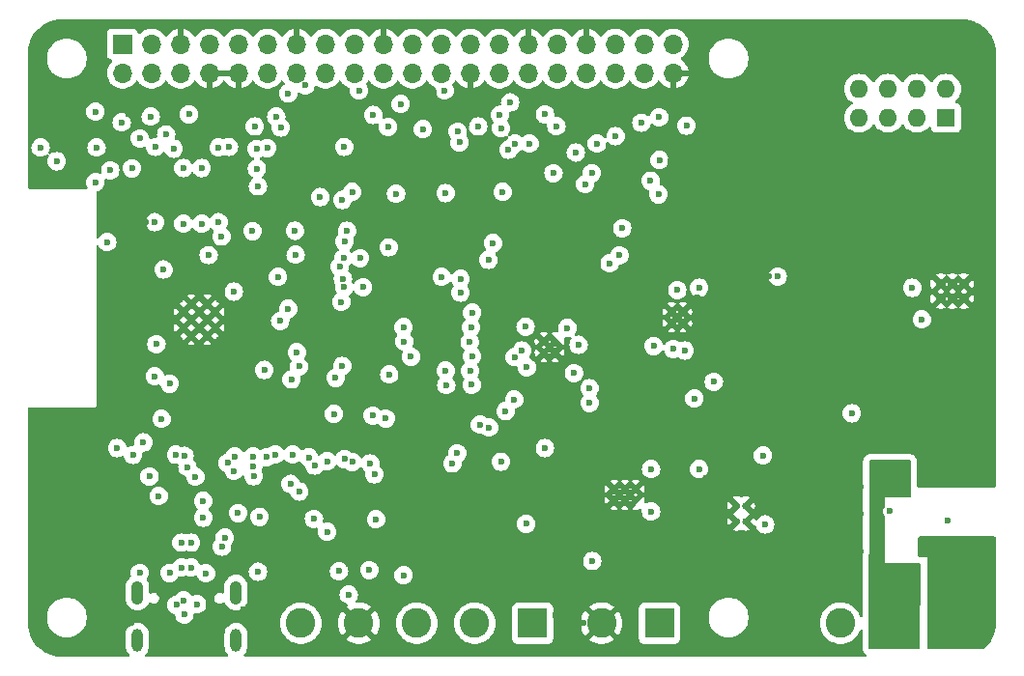
<source format=gbr>
%TF.GenerationSoftware,KiCad,Pcbnew,7.0.1*%
%TF.CreationDate,2024-03-07T06:40:02+01:00*%
%TF.ProjectId,AnthC,416e7468-432e-46b6-9963-61645f706362,M2-R4*%
%TF.SameCoordinates,Original*%
%TF.FileFunction,Copper,L2,Inr*%
%TF.FilePolarity,Positive*%
%FSLAX46Y46*%
G04 Gerber Fmt 4.6, Leading zero omitted, Abs format (unit mm)*
G04 Created by KiCad (PCBNEW 7.0.1) date 2024-03-07 06:40:02*
%MOMM*%
%LPD*%
G01*
G04 APERTURE LIST*
%TA.AperFunction,ComponentPad*%
%ADD10C,0.800000*%
%TD*%
%TA.AperFunction,ComponentPad*%
%ADD11C,0.600000*%
%TD*%
%TA.AperFunction,ComponentPad*%
%ADD12R,1.700000X1.700000*%
%TD*%
%TA.AperFunction,ComponentPad*%
%ADD13O,1.700000X1.700000*%
%TD*%
%TA.AperFunction,ComponentPad*%
%ADD14O,1.000000X2.000000*%
%TD*%
%TA.AperFunction,ComponentPad*%
%ADD15O,1.050000X2.100000*%
%TD*%
%TA.AperFunction,ComponentPad*%
%ADD16R,1.600000X1.600000*%
%TD*%
%TA.AperFunction,ComponentPad*%
%ADD17O,1.600000X1.600000*%
%TD*%
%TA.AperFunction,ComponentPad*%
%ADD18R,2.600000X2.600000*%
%TD*%
%TA.AperFunction,ComponentPad*%
%ADD19C,2.600000*%
%TD*%
%TA.AperFunction,ViaPad*%
%ADD20C,0.600000*%
%TD*%
G04 APERTURE END LIST*
D10*
%TO.N,GND*%
%TO.C,U1*%
X260100000Y-119550000D03*
X261100000Y-119550000D03*
X262100000Y-119550000D03*
X260100000Y-118250000D03*
X261100000Y-118250000D03*
X262100000Y-118250000D03*
%TD*%
D11*
%TO.N,GND*%
%TO.C,U6*%
X194410000Y-122800000D03*
X195810000Y-122800000D03*
X193710000Y-122100000D03*
X195110000Y-122100000D03*
X196510000Y-122100000D03*
X194410000Y-121400000D03*
X195810000Y-121400000D03*
X193710000Y-120700000D03*
X195110000Y-120700000D03*
X196510000Y-120700000D03*
X194410000Y-120000000D03*
X195810000Y-120000000D03*
%TD*%
%TO.N,GND*%
%TO.C,U9*%
X225300000Y-123300000D03*
X225300000Y-124300000D03*
X225800000Y-123800000D03*
X226300000Y-123300000D03*
X226300000Y-124300000D03*
%TD*%
%TO.N,GND*%
%TO.C,U2*%
X233340000Y-136250000D03*
X232400000Y-136250000D03*
X231460000Y-136250000D03*
X233340000Y-137250000D03*
X232400000Y-137250000D03*
X231460000Y-137250000D03*
%TD*%
%TO.N,GND*%
%TO.C,U10*%
X237500000Y-120700000D03*
X236500000Y-120700000D03*
X237500000Y-121700000D03*
X236500000Y-121700000D03*
%TD*%
%TO.N,GND*%
%TO.C,U12*%
X242200000Y-137700000D03*
X242200000Y-139100000D03*
X243000000Y-137700000D03*
X243000000Y-139100000D03*
%TD*%
D12*
%TO.N,+5V*%
%TO.C,J3*%
X188372600Y-97232300D03*
D13*
%TO.N,+3V3*%
X188372600Y-99772300D03*
%TO.N,+5V*%
X190912600Y-97232300D03*
%TO.N,/SDA*%
X190912600Y-99772300D03*
%TO.N,GND*%
X193452600Y-97232300D03*
%TO.N,/SCL*%
X193452600Y-99772300D03*
%TO.N,/TX0*%
X195992600Y-97232300D03*
%TO.N,GND*%
X195992600Y-99772300D03*
%TO.N,/RX0*%
X198532600Y-97232300D03*
%TO.N,GND*%
X198532600Y-99772300D03*
%TO.N,/GPIO1*%
X201072600Y-97232300D03*
%TO.N,/RESET*%
X201072600Y-99772300D03*
%TO.N,GND*%
X203612600Y-97232300D03*
%TO.N,/GPIO0*%
X203612600Y-99772300D03*
%TO.N,/GPIO2*%
X206152600Y-97232300D03*
%TO.N,/DI3*%
X206152600Y-99772300D03*
%TO.N,/DI4*%
X208692600Y-97232300D03*
%TO.N,+3V3*%
X208692600Y-99772300D03*
%TO.N,GND*%
X211232600Y-97232300D03*
%TO.N,/MOSI*%
X211232600Y-99772300D03*
%TO.N,/DI1*%
X213772600Y-97232300D03*
%TO.N,/MISO*%
X213772600Y-99772300D03*
%TO.N,/DI2*%
X216312600Y-97232300D03*
%TO.N,/SCK*%
X216312600Y-99772300D03*
%TO.N,/CS*%
X218852600Y-97232300D03*
%TO.N,GND*%
X218852600Y-99772300D03*
%TO.N,/COM*%
X221392600Y-97232300D03*
%TO.N,/O1*%
X221392600Y-99772300D03*
%TO.N,GND*%
X223932600Y-97232300D03*
%TO.N,/O2*%
X223932600Y-99772300D03*
%TO.N,/O3*%
X226472600Y-97232300D03*
%TO.N,/O4*%
X226472600Y-99772300D03*
%TO.N,GND*%
X229012600Y-97232300D03*
%TO.N,/O5*%
X229012600Y-99772300D03*
%TO.N,/O6*%
X231552600Y-97232300D03*
%TO.N,/AIN4*%
X231552600Y-99772300D03*
%TO.N,/AIN1*%
X234092600Y-97232300D03*
%TO.N,/AIN3*%
X234092600Y-99772300D03*
%TO.N,/AIN2*%
X236632600Y-97232300D03*
%TO.N,GND*%
X236632600Y-99772300D03*
%TD*%
D14*
%TO.N,Net-(J1-SHIELD-PadS1)*%
%TO.C,J1*%
X198320000Y-149500000D03*
%TO.N,Net-(J1-SHIELD-PadS2)*%
X189680000Y-149500000D03*
D15*
%TO.N,Net-(J1-SHIELD-PadS3)*%
X198320000Y-145320000D03*
%TO.N,Net-(J1-SHIELD-PadS4)*%
X189680000Y-145320000D03*
%TD*%
D16*
%TO.N,/AIN4*%
%TO.C,SW1*%
X260550000Y-103690000D03*
D17*
%TO.N,/AIN3*%
X258010000Y-103690000D03*
%TO.N,/AIN2*%
X255470000Y-103690000D03*
%TO.N,/AIN1*%
X252930000Y-103690000D03*
%TO.N,Net-(R28-Pad1)*%
X252930000Y-101150000D03*
%TO.N,Net-(R25-Pad1)*%
X255470000Y-101150000D03*
%TO.N,Net-(R26-Pad1)*%
X258010000Y-101150000D03*
%TO.N,Net-(R34-Pad1)*%
X260550000Y-101150000D03*
%TD*%
D18*
%TO.N,VDD*%
%TO.C,J5*%
X261460000Y-148000000D03*
D19*
%TO.N,/GND_IN*%
X256380000Y-148000000D03*
%TO.N,+5VD*%
X251300000Y-148000000D03*
%TD*%
D18*
%TO.N,+BATT*%
%TO.C,J6*%
X235445000Y-148000000D03*
D19*
%TO.N,GND*%
X230365000Y-148000000D03*
%TD*%
D18*
%TO.N,/A*%
%TO.C,J2*%
X224320000Y-148000000D03*
D19*
%TO.N,/B*%
X219240000Y-148000000D03*
%TO.N,/RX25*%
X214160000Y-148000000D03*
%TO.N,GND*%
X209080000Y-148000000D03*
%TO.N,/TX25*%
X204000000Y-148000000D03*
%TD*%
D20*
%TO.N,GND*%
X183000000Y-143000000D03*
X185000000Y-140000000D03*
X208800000Y-95400000D03*
X252300000Y-132400000D03*
X196300000Y-103400000D03*
X201000000Y-95400000D03*
X246000000Y-98000000D03*
X239100000Y-110000000D03*
X255800000Y-125600000D03*
X203690000Y-138710000D03*
X187200000Y-146000000D03*
X246000000Y-96000000D03*
X237000000Y-113600000D03*
X235000000Y-113600000D03*
X190150000Y-138700000D03*
X210650000Y-108350000D03*
X237000000Y-150500000D03*
X190450000Y-112850000D03*
X183000000Y-150500000D03*
X264000000Y-97000000D03*
X207000000Y-150500000D03*
X264000000Y-105000000D03*
X230250000Y-124425500D03*
X248950000Y-145300000D03*
X188475000Y-140875000D03*
X198000000Y-120900000D03*
X213625000Y-117075000D03*
X233000000Y-150500000D03*
X193300000Y-126000000D03*
X221000000Y-150500000D03*
X235000000Y-112000000D03*
X183000000Y-130000000D03*
X236621350Y-138491994D03*
X187000000Y-150500000D03*
X238750000Y-119450000D03*
X199950000Y-101300000D03*
X219000000Y-150500000D03*
X264500000Y-116000000D03*
X213000000Y-150500000D03*
X192000000Y-122000000D03*
X249300000Y-101500000D03*
X257900000Y-107500000D03*
X225000000Y-150500000D03*
X239091344Y-120082213D03*
X187400000Y-112650000D03*
X226314000Y-147320000D03*
X215101217Y-108348648D03*
X193300000Y-149700000D03*
X183000000Y-134000000D03*
X217950000Y-111550000D03*
X187000000Y-119500000D03*
X180500000Y-142000000D03*
X248950000Y-129800000D03*
X220100000Y-140000000D03*
X236400000Y-107500000D03*
X258800000Y-112000000D03*
X236600000Y-141000000D03*
X223700000Y-132500000D03*
X208000000Y-123100000D03*
X230100000Y-121850000D03*
X192618683Y-101418683D03*
X238700000Y-132500000D03*
X221350000Y-141800000D03*
X202700000Y-122900000D03*
X231210000Y-127390000D03*
X253100000Y-136000000D03*
X189800000Y-124200000D03*
X192400000Y-141300000D03*
X201000000Y-150500000D03*
X248000000Y-100000000D03*
X260600000Y-124700000D03*
X193400000Y-95400000D03*
X237000000Y-112000000D03*
X259400000Y-111650000D03*
X185000000Y-130000000D03*
X203600000Y-95400000D03*
X189725000Y-122100000D03*
X264500000Y-128000000D03*
X230250000Y-128000000D03*
X180500000Y-134000000D03*
X211200000Y-95400000D03*
X199000000Y-146800000D03*
X240900000Y-115200000D03*
X260800000Y-129200000D03*
X202900000Y-144400000D03*
X229000000Y-150500000D03*
X253746000Y-118872000D03*
X240200000Y-106000000D03*
X255600000Y-118200000D03*
X180500000Y-140000000D03*
X208000000Y-112450000D03*
X182400000Y-105400000D03*
X246900000Y-115200000D03*
X223500000Y-101500000D03*
X209000000Y-150500000D03*
X240725000Y-102625000D03*
X226875000Y-138200000D03*
X191000000Y-95400000D03*
X253600000Y-131400000D03*
X192000000Y-118300000D03*
X188400000Y-95400000D03*
X247900000Y-146350000D03*
X227000000Y-150500000D03*
X253050000Y-138450000D03*
X238650000Y-129800000D03*
X187000000Y-121500000D03*
X208500000Y-143400000D03*
X224700000Y-135200000D03*
X190950000Y-149650000D03*
X259500000Y-95500000D03*
X250700000Y-106325500D03*
X226200000Y-128400000D03*
X183000000Y-138000000D03*
X236650000Y-126074500D03*
X222875000Y-111700000D03*
X215000000Y-116400000D03*
X180500000Y-138000000D03*
X189125000Y-147975000D03*
X253746000Y-116078000D03*
X230000000Y-144000000D03*
X186000000Y-95400000D03*
X229350000Y-133400000D03*
X188900000Y-103400000D03*
X211836000Y-147320000D03*
X216100000Y-115425000D03*
X183000000Y-136000000D03*
X248000000Y-98000000D03*
X206200000Y-95400000D03*
X201930000Y-147320000D03*
X196700000Y-149650000D03*
X214400000Y-119000000D03*
X255778000Y-120904000D03*
X235000000Y-150500000D03*
X212000000Y-117000000D03*
X185000000Y-150500000D03*
X186900000Y-140000000D03*
X203050000Y-142100000D03*
X230700000Y-135300000D03*
X188900000Y-101400000D03*
X192700000Y-103400000D03*
X264500000Y-126000000D03*
X263800000Y-124500000D03*
X250675000Y-109025000D03*
X239100000Y-111500000D03*
X247400000Y-127000000D03*
X244094000Y-106934000D03*
X246888000Y-149606000D03*
X255600000Y-107500000D03*
X189725000Y-118275000D03*
X180500000Y-130000000D03*
X247904000Y-107188000D03*
X263144000Y-129286000D03*
X212575000Y-136325000D03*
X183000000Y-142000000D03*
X231000000Y-150500000D03*
X203000000Y-150500000D03*
X252222000Y-120904000D03*
X187000000Y-117500000D03*
X263200000Y-125500000D03*
X223000000Y-150500000D03*
X231750000Y-124450000D03*
X217000000Y-150500000D03*
X250250000Y-128874500D03*
X228750000Y-148000000D03*
X186050000Y-130750000D03*
X240900000Y-110000000D03*
X219600000Y-101400000D03*
X264000000Y-101000000D03*
X264500000Y-132000000D03*
X264000000Y-103000000D03*
X221488000Y-147320000D03*
X224997857Y-106547415D03*
X196000000Y-95400000D03*
X251500000Y-95500000D03*
X234200000Y-95400000D03*
X233500000Y-113000000D03*
X198146921Y-141851913D03*
X203672456Y-103415814D03*
X180400000Y-105000000D03*
X227000000Y-141200000D03*
X236600000Y-95400000D03*
X226400000Y-95400000D03*
X233800000Y-106900000D03*
X232200000Y-141600000D03*
X200900000Y-147900000D03*
X192500000Y-125000000D03*
X180500000Y-146500000D03*
X229000000Y-95400000D03*
X264000000Y-107000000D03*
X247750000Y-125000000D03*
X254500000Y-95500000D03*
X264500000Y-118000000D03*
X231600000Y-95400000D03*
X211950000Y-144500000D03*
X213625000Y-115425000D03*
X185000000Y-134000000D03*
X189725000Y-120100000D03*
X185000000Y-132000000D03*
X252950000Y-96200000D03*
X246888000Y-147320000D03*
X220450000Y-142700000D03*
X223144500Y-118440000D03*
X250550000Y-102650000D03*
X252222000Y-118872000D03*
X183000000Y-140000000D03*
X186900000Y-142000000D03*
X251206000Y-112522000D03*
X216700000Y-129700000D03*
X239550000Y-135250000D03*
X195500000Y-141200000D03*
X248000000Y-96000000D03*
X226600000Y-101400000D03*
X236330000Y-105380000D03*
X210100000Y-121000000D03*
X227000000Y-139700000D03*
X241200000Y-132300000D03*
X189050000Y-112750000D03*
X198600000Y-95400000D03*
X207800000Y-103400000D03*
X191800000Y-140900000D03*
X187400000Y-127050000D03*
X202700000Y-140350000D03*
X192000000Y-120100000D03*
X215000000Y-150500000D03*
X264000000Y-99000000D03*
X240000000Y-118200000D03*
X215650000Y-101450000D03*
X181500000Y-149000000D03*
X223144500Y-119590000D03*
X255450000Y-96200000D03*
X185000000Y-136000000D03*
X218000000Y-116200000D03*
X240900000Y-111500000D03*
X186900000Y-138000000D03*
X259100000Y-114300000D03*
X264500000Y-130000000D03*
X253050000Y-141700000D03*
X248920000Y-118872000D03*
X216662000Y-147320000D03*
X206502000Y-147320000D03*
X237000000Y-110000000D03*
X201379843Y-142088322D03*
X210600000Y-115800000D03*
X253000000Y-125500000D03*
X223144500Y-120390000D03*
X205009500Y-135730000D03*
X262000000Y-95500000D03*
X180500000Y-136000000D03*
X183000000Y-132000000D03*
X226200000Y-129900000D03*
X241025000Y-123625000D03*
X256500000Y-95500000D03*
X231000000Y-101400000D03*
X187000000Y-125500000D03*
X246000000Y-100000000D03*
X216700000Y-128400000D03*
X211000000Y-150500000D03*
X228600000Y-121900000D03*
X194000000Y-125000000D03*
X181200000Y-143000000D03*
X187000000Y-123500000D03*
X252500000Y-145400000D03*
X204693767Y-141656233D03*
X205000000Y-150500000D03*
X180500000Y-132000000D03*
X193050000Y-136950000D03*
X185000000Y-138000000D03*
X242050000Y-129000000D03*
X241400000Y-118200000D03*
X219824500Y-108286151D03*
X222250000Y-142750000D03*
X245000000Y-117600000D03*
X252222000Y-116078000D03*
X185000000Y-142000000D03*
X261000000Y-115200000D03*
X253746000Y-120904000D03*
X211800000Y-101300000D03*
X180500000Y-144000000D03*
%TO.N,+3V3*%
X202250000Y-104550000D03*
X210000000Y-143350000D03*
X240200000Y-126850000D03*
X202900000Y-101550000D03*
X225400000Y-132650000D03*
X191962000Y-117000000D03*
X186000000Y-109350000D03*
X206300000Y-140000000D03*
X205150000Y-138850000D03*
X203500000Y-113600000D03*
X201050000Y-106350000D03*
X200150000Y-108150000D03*
X198500000Y-138350000D03*
X186000000Y-103150000D03*
X187900000Y-132650000D03*
X191550000Y-136850000D03*
X187300000Y-108300000D03*
X187037500Y-114587500D03*
X195925000Y-115725000D03*
X195450000Y-138750000D03*
X199775000Y-113625000D03*
X186100354Y-106300353D03*
X217700000Y-133100000D03*
X208050000Y-113600000D03*
%TO.N,+5V*%
X208200000Y-145500000D03*
X221950000Y-129425000D03*
X223750000Y-139300000D03*
X220493767Y-130856233D03*
X181200000Y-106300000D03*
X222731233Y-124668767D03*
X217300000Y-134000000D03*
X197350000Y-140500000D03*
X195450000Y-137300000D03*
X207350000Y-143450000D03*
%TO.N,/RESET*%
X190200000Y-132150000D03*
X191350000Y-123550000D03*
X210300000Y-129800000D03*
X199950000Y-104450000D03*
X191200000Y-126350000D03*
X197590000Y-133954500D03*
%TO.N,/GPIO0*%
X202000000Y-117650000D03*
X207650000Y-125450000D03*
X201850000Y-103600000D03*
X203650000Y-124250000D03*
X200250000Y-109700000D03*
%TO.N,/CS*%
X225400000Y-103400000D03*
X197700000Y-106250000D03*
%TO.N,/DP*%
X194387500Y-143126181D03*
X193800000Y-147250000D03*
X203110000Y-135790000D03*
X194387500Y-140941682D03*
X193100000Y-146400000D03*
%TO.N,/DTR*%
X211750000Y-126200000D03*
X207050000Y-126500000D03*
%TO.N,Net-(BT1-+)*%
X238500000Y-128300000D03*
%TO.N,/SDA*%
X203550000Y-115700000D03*
X189900000Y-105500000D03*
X195300000Y-108100000D03*
X195314368Y-112985632D03*
X229300000Y-127400000D03*
X209200000Y-116000000D03*
X192200000Y-105150500D03*
X207750000Y-116000000D03*
%TO.N,/SCL*%
X229300000Y-128700000D03*
X202900000Y-120450000D03*
X193700000Y-112975000D03*
X193700000Y-108100000D03*
X188300000Y-104100000D03*
X209450000Y-118550000D03*
X190850000Y-103600000D03*
X207800000Y-118550000D03*
%TO.N,/MISO*%
X232175000Y-113375000D03*
X221550000Y-104600000D03*
X200125000Y-106425000D03*
X212750000Y-102500000D03*
X229950000Y-105950000D03*
X228106233Y-106743767D03*
X237650000Y-124100000D03*
%TO.N,/SCK*%
X231075000Y-116450000D03*
X222200000Y-106500000D03*
X207800000Y-106250000D03*
X234924500Y-123700000D03*
X214700000Y-104700000D03*
X217900000Y-105850000D03*
X211650000Y-104500000D03*
X226150000Y-108550000D03*
%TO.N,/MOSI*%
X192850000Y-106400000D03*
X236650000Y-123950000D03*
X217750000Y-104900000D03*
X209100000Y-101300000D03*
X231925000Y-115750000D03*
X222793767Y-105956233D03*
X224050000Y-105956233D03*
X210350000Y-103450000D03*
%TO.N,VBUS*%
X197100000Y-141300000D03*
%TO.N,Net-(U1-BOOT)*%
X258425000Y-121375000D03*
X257600000Y-118600000D03*
%TO.N,/RX25*%
X199865500Y-135110000D03*
X213000000Y-143800000D03*
%TO.N,Net-(U10-REFIN+)*%
X245800000Y-117600000D03*
X238900000Y-118600000D03*
%TO.N,/AN1*%
X222700000Y-128400000D03*
X237000000Y-118800000D03*
%TO.N,Net-(U12-FB)*%
X244500000Y-133300000D03*
X244700000Y-139350000D03*
%TO.N,/BAT_LEVEL*%
X211450000Y-130050000D03*
X221550000Y-133850000D03*
X229550000Y-142550000D03*
X200800000Y-125800000D03*
%TO.N,/AIN1*%
X223400000Y-124100000D03*
X235400000Y-103650000D03*
X235425000Y-107400000D03*
%TO.N,/AIN2*%
X237800000Y-104380000D03*
X223700000Y-122000000D03*
%TO.N,/COM*%
X220450000Y-116150000D03*
X222350000Y-102350000D03*
X218000000Y-119025000D03*
X226400000Y-104425000D03*
X218000000Y-117825500D03*
%TO.N,/DN*%
X193537500Y-140941682D03*
X194900000Y-146350000D03*
X193537500Y-143126181D03*
X193750000Y-146000000D03*
X203860000Y-136460000D03*
%TO.N,VDD*%
X259300000Y-146000000D03*
X260400000Y-146000000D03*
X261400000Y-146000000D03*
X260500000Y-141000000D03*
%TO.N,Net-(D14-A)*%
X255600000Y-138200000D03*
X260700000Y-139000000D03*
%TO.N,Net-(J1-GND-PadA1{slash}B12)*%
X200250000Y-143500000D03*
%TO.N,Net-(J1-SBU1)*%
X192500000Y-143600000D03*
%TO.N,Net-(J1-GND-PadB1{slash}A12)*%
X189900000Y-143600000D03*
%TO.N,Net-(J1-SBU2)*%
X195700500Y-143641910D03*
%TO.N,Net-(U6-IO4)*%
X191800000Y-130100000D03*
X190750000Y-135150000D03*
%TO.N,Net-(U6-IO5)*%
X192500000Y-127000000D03*
X194765000Y-135175000D03*
%TO.N,Net-(U6-IO13)*%
X223800000Y-125574500D03*
X227943115Y-126074500D03*
%TO.N,/GND_IN*%
X254550000Y-135450000D03*
X257800000Y-143200000D03*
X254550000Y-141200000D03*
X254550000Y-134200000D03*
X254550000Y-143200000D03*
X257500000Y-146100000D03*
X254500000Y-149700000D03*
X254550000Y-145200000D03*
X254600000Y-147900000D03*
X257200000Y-135450000D03*
X254600000Y-146200000D03*
X257200000Y-134200000D03*
%TO.N,Net-(U6-IO47)*%
X205700000Y-110650000D03*
X207650000Y-110900000D03*
%TO.N,Net-(U6-IO46)*%
X203850000Y-125500000D03*
X210600000Y-138900000D03*
X199830000Y-134290000D03*
X198150000Y-134650000D03*
%TO.N,/O2*%
X218925000Y-122050000D03*
X221450000Y-103450000D03*
%TO.N,/O1*%
X219550000Y-104450000D03*
X219025000Y-120775000D03*
%TO.N,/O5*%
X229500000Y-108550000D03*
X218850000Y-125900000D03*
%TO.N,/O4*%
X219000000Y-124600000D03*
X228925500Y-109500000D03*
%TO.N,/GPIO2*%
X204395563Y-100850500D03*
%TO.N,/DI2*%
X216600000Y-101300000D03*
%TO.N,/O6*%
X218975000Y-127100000D03*
X233850000Y-104125000D03*
%TO.N,/O3*%
X231600000Y-105300000D03*
X218800000Y-123320000D03*
%TO.N,/I3*%
X211700000Y-115050000D03*
X189299500Y-133250000D03*
X212350000Y-110350000D03*
X207850000Y-114550000D03*
%TO.N,/I4*%
X194070000Y-134330000D03*
X208500000Y-110200000D03*
%TO.N,/I2*%
X216350000Y-117650000D03*
X207700000Y-117800000D03*
X216700000Y-110300000D03*
X193817088Y-133337939D03*
%TO.N,/I1*%
X207400000Y-116750000D03*
X193074500Y-133236361D03*
X220850000Y-114675000D03*
X221700000Y-110200000D03*
%TO.N,/OC4*%
X213650000Y-124650000D03*
X203294253Y-133206447D03*
%TO.N,/OC5*%
X216700000Y-125860000D03*
X204700000Y-133460000D03*
%TO.N,/OC6*%
X206310000Y-133810000D03*
X216750000Y-127130000D03*
%TO.N,/OC3*%
X201750000Y-133220000D03*
X213050000Y-123300000D03*
%TO.N,/OC2*%
X198220000Y-133380000D03*
X213000000Y-122050000D03*
%TO.N,/AIN4*%
X235350000Y-110400000D03*
X228350000Y-123600000D03*
%TO.N,/TX0*%
X194200000Y-103400000D03*
X182600000Y-107500000D03*
%TO.N,/RX0*%
X202200000Y-121500000D03*
X198137500Y-118937500D03*
X197056233Y-114100000D03*
X207550000Y-119839500D03*
X196800000Y-106300000D03*
X196800000Y-112850000D03*
%TO.N,/TX1_3V3*%
X199817648Y-133400114D03*
X200389621Y-138679142D03*
%TO.N,/RX0_3V3*%
X207827245Y-133602114D03*
X191250000Y-106250000D03*
X203181233Y-126631233D03*
X219700000Y-130600000D03*
X210450000Y-134950000D03*
X206900000Y-129650000D03*
X191200000Y-112850000D03*
%TO.N,/TX0_3V3*%
X208525500Y-133874500D03*
X210100000Y-134000000D03*
X205211233Y-134188767D03*
X189200000Y-108125500D03*
X201014500Y-133450000D03*
%TO.N,/AIN3*%
X227375000Y-122125000D03*
X234660000Y-109210000D03*
%TO.N,VDDF*%
X252300000Y-129600000D03*
X238900000Y-134500000D03*
%TO.N,Net-(Q10-G)*%
X234697680Y-138207680D03*
X234700000Y-134500000D03*
%TD*%
%TA.AperFunction,Conductor*%
%TO.N,GND*%
G36*
X262003525Y-95075697D02*
G01*
X262320377Y-95093492D01*
X262334415Y-95095074D01*
X262643790Y-95147638D01*
X262657552Y-95150779D01*
X262959105Y-95237655D01*
X262972436Y-95242320D01*
X263262366Y-95362413D01*
X263275076Y-95368534D01*
X263549733Y-95520331D01*
X263561692Y-95527845D01*
X263817626Y-95709440D01*
X263828673Y-95718250D01*
X264062657Y-95927351D01*
X264072648Y-95937342D01*
X264281749Y-96171326D01*
X264290559Y-96182373D01*
X264472154Y-96438307D01*
X264479671Y-96450271D01*
X264556059Y-96588486D01*
X264631458Y-96724909D01*
X264637589Y-96737640D01*
X264757678Y-97027560D01*
X264762345Y-97040897D01*
X264849218Y-97342439D01*
X264852362Y-97356215D01*
X264904925Y-97665585D01*
X264906507Y-97679625D01*
X264924302Y-97996474D01*
X264924500Y-98003539D01*
X264924500Y-135974000D01*
X264907619Y-136037000D01*
X264861500Y-136083119D01*
X264798500Y-136100000D01*
X258139500Y-136100000D01*
X258076500Y-136083119D01*
X258030381Y-136037000D01*
X258013500Y-135974000D01*
X258013500Y-135458102D01*
X258013954Y-135449999D01*
X258013500Y-135441898D01*
X258013500Y-134208102D01*
X258013954Y-134199999D01*
X258013500Y-134191898D01*
X258013500Y-133826000D01*
X258012502Y-133818416D01*
X257996003Y-133693095D01*
X257979122Y-133630095D01*
X257927823Y-133506249D01*
X257846218Y-133399901D01*
X257846217Y-133399900D01*
X257846214Y-133399896D01*
X257800103Y-133353785D01*
X257693750Y-133272176D01*
X257569906Y-133220878D01*
X257506902Y-133203996D01*
X257374000Y-133186500D01*
X253925621Y-133186500D01*
X253925619Y-133186500D01*
X253792965Y-133203930D01*
X253730072Y-133220749D01*
X253606426Y-133271857D01*
X253500181Y-133353170D01*
X253454076Y-133399136D01*
X253372443Y-133505135D01*
X253372442Y-133505136D01*
X253372442Y-133505137D01*
X253329863Y-133607281D01*
X253320961Y-133628635D01*
X253303954Y-133691471D01*
X253286123Y-133824075D01*
X253245409Y-147341111D01*
X253226436Y-147407225D01*
X253175568Y-147453524D01*
X253107964Y-147466210D01*
X253043771Y-147441502D01*
X253002121Y-147386765D01*
X252933971Y-147213121D01*
X252922479Y-147193217D01*
X252868927Y-147100462D01*
X252798443Y-146978379D01*
X252741744Y-146907281D01*
X252629445Y-146766461D01*
X252614954Y-146753015D01*
X252430743Y-146582093D01*
X252206786Y-146429401D01*
X252206785Y-146429400D01*
X252206783Y-146429399D01*
X251962572Y-146311793D01*
X251743505Y-146244221D01*
X251703558Y-146231899D01*
X251435528Y-146191500D01*
X251164472Y-146191500D01*
X250896442Y-146231899D01*
X250892733Y-146233043D01*
X250637427Y-146311793D01*
X250393214Y-146429401D01*
X250169260Y-146582090D01*
X249970554Y-146766461D01*
X249801557Y-146978378D01*
X249666029Y-147213119D01*
X249567001Y-147465439D01*
X249506685Y-147729699D01*
X249486429Y-148000000D01*
X249506685Y-148270300D01*
X249567001Y-148534560D01*
X249666029Y-148786880D01*
X249801557Y-149021621D01*
X249970554Y-149233538D01*
X249970557Y-149233540D01*
X249970558Y-149233542D01*
X250169257Y-149417907D01*
X250393215Y-149570599D01*
X250519819Y-149631568D01*
X250637427Y-149688206D01*
X250695192Y-149706023D01*
X250896442Y-149768101D01*
X251164472Y-149808500D01*
X251435526Y-149808500D01*
X251435528Y-149808500D01*
X251703558Y-149768101D01*
X251962572Y-149688206D01*
X252206786Y-149570599D01*
X252430743Y-149417907D01*
X252629442Y-149233542D01*
X252798443Y-149021621D01*
X252933971Y-148786879D01*
X252998119Y-148623431D01*
X253039891Y-148568604D01*
X253104264Y-148543960D01*
X253171973Y-148556876D01*
X253222753Y-148603488D01*
X253241407Y-148669845D01*
X253236882Y-150172070D01*
X253254045Y-150305277D01*
X253270798Y-150368433D01*
X253270799Y-150368437D01*
X253270800Y-150368438D01*
X253321915Y-150492635D01*
X253403486Y-150599330D01*
X253449621Y-150645605D01*
X253449625Y-150645608D01*
X253518550Y-150698635D01*
X253556879Y-150747368D01*
X253567324Y-150808481D01*
X253547358Y-150867178D01*
X253501814Y-150909246D01*
X253441720Y-150924500D01*
X243027480Y-150924500D01*
X199132328Y-150924500D01*
X199064918Y-150904952D01*
X199018425Y-150852372D01*
X199007276Y-150783076D01*
X199034929Y-150718567D01*
X199162593Y-150563007D01*
X199200207Y-150492636D01*
X199256241Y-150387804D01*
X199313908Y-150197701D01*
X199316432Y-150172073D01*
X199328500Y-150049550D01*
X199328500Y-148950450D01*
X199313908Y-148802298D01*
X199285074Y-148707247D01*
X199256241Y-148612196D01*
X199162595Y-148436996D01*
X199162593Y-148436992D01*
X199036568Y-148283431D01*
X198883007Y-148157406D01*
X198707802Y-148063758D01*
X198517701Y-148006091D01*
X198455859Y-148000000D01*
X202186429Y-148000000D01*
X202206685Y-148270300D01*
X202267001Y-148534560D01*
X202366029Y-148786880D01*
X202501557Y-149021621D01*
X202670554Y-149233538D01*
X202670557Y-149233540D01*
X202670558Y-149233542D01*
X202869257Y-149417907D01*
X203093215Y-149570599D01*
X203219819Y-149631568D01*
X203337427Y-149688206D01*
X203395192Y-149706023D01*
X203596442Y-149768101D01*
X203864472Y-149808500D01*
X204135526Y-149808500D01*
X204135528Y-149808500D01*
X204403558Y-149768101D01*
X204662572Y-149688206D01*
X204906786Y-149570599D01*
X205088434Y-149446753D01*
X207992455Y-149446753D01*
X208173467Y-149570166D01*
X208417610Y-149687739D01*
X208676551Y-149767611D01*
X208944511Y-149808000D01*
X209215489Y-149808000D01*
X209483448Y-149767611D01*
X209742389Y-149687739D01*
X209986532Y-149570166D01*
X210167544Y-149446753D01*
X209080001Y-148359210D01*
X209079999Y-148359210D01*
X207992455Y-149446752D01*
X207992455Y-149446753D01*
X205088434Y-149446753D01*
X205130743Y-149417907D01*
X205329442Y-149233542D01*
X205498443Y-149021621D01*
X205633971Y-148786879D01*
X205732999Y-148534559D01*
X205793315Y-148270299D01*
X205813571Y-148000000D01*
X207266930Y-148000000D01*
X207287180Y-148270225D01*
X207347480Y-148534413D01*
X207446480Y-148786663D01*
X207581971Y-149021339D01*
X207634091Y-149086696D01*
X207634093Y-149086696D01*
X208720790Y-148000001D01*
X209439210Y-148000001D01*
X210525906Y-149086697D01*
X210525907Y-149086696D01*
X210578028Y-149021340D01*
X210713519Y-148786663D01*
X210812519Y-148534413D01*
X210872819Y-148270225D01*
X210893069Y-148000000D01*
X212346429Y-148000000D01*
X212366685Y-148270300D01*
X212427001Y-148534560D01*
X212526029Y-148786880D01*
X212661557Y-149021621D01*
X212830554Y-149233538D01*
X212830557Y-149233540D01*
X212830558Y-149233542D01*
X213029257Y-149417907D01*
X213253215Y-149570599D01*
X213379819Y-149631568D01*
X213497427Y-149688206D01*
X213555192Y-149706023D01*
X213756442Y-149768101D01*
X214024472Y-149808500D01*
X214295526Y-149808500D01*
X214295528Y-149808500D01*
X214563558Y-149768101D01*
X214822572Y-149688206D01*
X215066786Y-149570599D01*
X215290743Y-149417907D01*
X215489442Y-149233542D01*
X215658443Y-149021621D01*
X215793971Y-148786879D01*
X215892999Y-148534559D01*
X215953315Y-148270299D01*
X215973571Y-148000000D01*
X217426429Y-148000000D01*
X217446685Y-148270300D01*
X217507001Y-148534560D01*
X217606029Y-148786880D01*
X217741557Y-149021621D01*
X217910554Y-149233538D01*
X217910557Y-149233540D01*
X217910558Y-149233542D01*
X218109257Y-149417907D01*
X218333215Y-149570599D01*
X218459819Y-149631568D01*
X218577427Y-149688206D01*
X218635192Y-149706023D01*
X218836442Y-149768101D01*
X219104472Y-149808500D01*
X219375526Y-149808500D01*
X219375528Y-149808500D01*
X219643558Y-149768101D01*
X219902572Y-149688206D01*
X220146786Y-149570599D01*
X220370743Y-149417907D01*
X220445398Y-149348638D01*
X222511500Y-149348638D01*
X222518011Y-149409201D01*
X222521259Y-149417909D01*
X222569111Y-149546205D01*
X222656738Y-149663261D01*
X222773794Y-149750888D01*
X222773795Y-149750888D01*
X222773796Y-149750889D01*
X222910799Y-149801989D01*
X222971362Y-149808500D01*
X225668638Y-149808500D01*
X225729201Y-149801989D01*
X225866204Y-149750889D01*
X225983261Y-149663261D01*
X226070889Y-149546204D01*
X226107983Y-149446753D01*
X229277455Y-149446753D01*
X229458467Y-149570166D01*
X229702610Y-149687739D01*
X229961551Y-149767611D01*
X230229511Y-149808000D01*
X230500489Y-149808000D01*
X230768448Y-149767611D01*
X231027389Y-149687739D01*
X231271532Y-149570166D01*
X231452544Y-149446753D01*
X231354429Y-149348638D01*
X233636500Y-149348638D01*
X233643011Y-149409201D01*
X233646259Y-149417909D01*
X233694111Y-149546205D01*
X233781738Y-149663261D01*
X233898794Y-149750888D01*
X233898795Y-149750888D01*
X233898796Y-149750889D01*
X234035799Y-149801989D01*
X234096362Y-149808500D01*
X236793638Y-149808500D01*
X236854201Y-149801989D01*
X236991204Y-149750889D01*
X237108261Y-149663261D01*
X237195889Y-149546204D01*
X237246989Y-149409201D01*
X237253500Y-149348638D01*
X237253500Y-147631182D01*
X239749500Y-147631182D01*
X239788604Y-147890615D01*
X239788605Y-147890618D01*
X239865936Y-148141323D01*
X239979772Y-148377704D01*
X240127563Y-148594474D01*
X240127565Y-148594476D01*
X240127567Y-148594479D01*
X240306019Y-148786805D01*
X240511143Y-148950386D01*
X240738357Y-149081568D01*
X240982584Y-149177420D01*
X241238370Y-149235802D01*
X241434506Y-149250500D01*
X241565489Y-149250500D01*
X241565494Y-149250500D01*
X241761630Y-149235802D01*
X242017416Y-149177420D01*
X242261643Y-149081568D01*
X242488857Y-148950386D01*
X242693981Y-148786805D01*
X242872433Y-148594479D01*
X243020228Y-148377704D01*
X243134063Y-148141323D01*
X243211396Y-147890615D01*
X243250500Y-147631182D01*
X243250500Y-147368818D01*
X243211396Y-147109385D01*
X243134063Y-146858677D01*
X243133391Y-146857282D01*
X243034225Y-146651362D01*
X243020228Y-146622296D01*
X242911785Y-146463239D01*
X242872436Y-146405525D01*
X242872434Y-146405523D01*
X242872433Y-146405521D01*
X242693981Y-146213195D01*
X242488857Y-146049614D01*
X242261643Y-145918432D01*
X242203914Y-145895775D01*
X242017417Y-145822580D01*
X241761631Y-145764198D01*
X241728940Y-145761748D01*
X241565494Y-145749500D01*
X241434506Y-145749500D01*
X241294408Y-145759998D01*
X241238368Y-145764198D01*
X240982582Y-145822580D01*
X240738356Y-145918432D01*
X240511146Y-146049612D01*
X240511143Y-146049614D01*
X240306019Y-146213195D01*
X240212842Y-146313616D01*
X240127563Y-146405525D01*
X239979772Y-146622295D01*
X239865936Y-146858676D01*
X239796729Y-147083043D01*
X239788604Y-147109385D01*
X239749500Y-147368818D01*
X239749500Y-147631182D01*
X237253500Y-147631182D01*
X237253500Y-146651362D01*
X237246989Y-146590799D01*
X237195889Y-146453796D01*
X237195888Y-146453794D01*
X237108261Y-146336738D01*
X236991205Y-146249111D01*
X236894910Y-146213195D01*
X236854201Y-146198011D01*
X236793638Y-146191500D01*
X234096362Y-146191500D01*
X234035799Y-146198011D01*
X233898794Y-146249111D01*
X233781738Y-146336738D01*
X233694111Y-146453794D01*
X233647288Y-146579331D01*
X233643011Y-146590799D01*
X233636500Y-146651362D01*
X233636500Y-149348638D01*
X231354429Y-149348638D01*
X230365001Y-148359210D01*
X230364999Y-148359210D01*
X229277455Y-149446752D01*
X229277455Y-149446753D01*
X226107983Y-149446753D01*
X226121989Y-149409201D01*
X226128500Y-149348638D01*
X226128500Y-148000000D01*
X228551930Y-148000000D01*
X228572180Y-148270225D01*
X228632480Y-148534413D01*
X228731480Y-148786663D01*
X228866971Y-149021339D01*
X228919091Y-149086696D01*
X228919093Y-149086696D01*
X230005790Y-148000001D01*
X230724210Y-148000001D01*
X231810906Y-149086697D01*
X231810907Y-149086696D01*
X231863028Y-149021340D01*
X231998519Y-148786663D01*
X232097519Y-148534413D01*
X232157819Y-148270225D01*
X232178069Y-148000000D01*
X232157819Y-147729774D01*
X232097519Y-147465586D01*
X231998519Y-147213336D01*
X231863028Y-146978660D01*
X231810907Y-146913302D01*
X231810905Y-146913302D01*
X230724210Y-147999999D01*
X230724210Y-148000001D01*
X230005790Y-148000001D01*
X230005790Y-147999999D01*
X228919093Y-146913302D01*
X228919091Y-146913302D01*
X228866971Y-146978660D01*
X228731480Y-147213336D01*
X228632480Y-147465586D01*
X228572180Y-147729774D01*
X228551930Y-148000000D01*
X226128500Y-148000000D01*
X226128500Y-146651362D01*
X226121989Y-146590799D01*
X226107982Y-146553246D01*
X229277455Y-146553246D01*
X230364999Y-147640790D01*
X230365001Y-147640790D01*
X231452543Y-146553246D01*
X231452543Y-146553244D01*
X231271535Y-146429835D01*
X231027389Y-146312260D01*
X230768448Y-146232388D01*
X230500489Y-146192000D01*
X230229511Y-146192000D01*
X229961551Y-146232388D01*
X229702610Y-146312260D01*
X229458465Y-146429835D01*
X229277455Y-146553244D01*
X229277455Y-146553246D01*
X226107982Y-146553246D01*
X226070889Y-146453796D01*
X226070888Y-146453794D01*
X225983261Y-146336738D01*
X225866205Y-146249111D01*
X225769910Y-146213195D01*
X225729201Y-146198011D01*
X225668638Y-146191500D01*
X222971362Y-146191500D01*
X222910799Y-146198011D01*
X222773794Y-146249111D01*
X222656738Y-146336738D01*
X222569111Y-146453794D01*
X222522288Y-146579331D01*
X222518011Y-146590799D01*
X222511500Y-146651362D01*
X222511500Y-149348638D01*
X220445398Y-149348638D01*
X220569442Y-149233542D01*
X220738443Y-149021621D01*
X220873971Y-148786879D01*
X220972999Y-148534559D01*
X221033315Y-148270299D01*
X221053571Y-148000000D01*
X221033315Y-147729701D01*
X220972999Y-147465441D01*
X220873971Y-147213121D01*
X220862479Y-147193217D01*
X220808927Y-147100462D01*
X220738443Y-146978379D01*
X220681744Y-146907281D01*
X220569445Y-146766461D01*
X220554954Y-146753015D01*
X220370743Y-146582093D01*
X220146786Y-146429401D01*
X220146785Y-146429400D01*
X220146783Y-146429399D01*
X219902572Y-146311793D01*
X219683505Y-146244221D01*
X219643558Y-146231899D01*
X219375528Y-146191500D01*
X219104472Y-146191500D01*
X218836442Y-146231899D01*
X218832733Y-146233043D01*
X218577427Y-146311793D01*
X218333214Y-146429401D01*
X218109260Y-146582090D01*
X217910554Y-146766461D01*
X217741557Y-146978378D01*
X217606029Y-147213119D01*
X217507001Y-147465439D01*
X217446685Y-147729699D01*
X217426429Y-148000000D01*
X215973571Y-148000000D01*
X215953315Y-147729701D01*
X215892999Y-147465441D01*
X215793971Y-147213121D01*
X215782479Y-147193217D01*
X215728927Y-147100462D01*
X215658443Y-146978379D01*
X215601744Y-146907281D01*
X215489445Y-146766461D01*
X215474954Y-146753015D01*
X215290743Y-146582093D01*
X215066786Y-146429401D01*
X215066785Y-146429400D01*
X215066783Y-146429399D01*
X214822572Y-146311793D01*
X214603505Y-146244221D01*
X214563558Y-146231899D01*
X214295528Y-146191500D01*
X214024472Y-146191500D01*
X213756442Y-146231899D01*
X213752733Y-146233043D01*
X213497427Y-146311793D01*
X213253214Y-146429401D01*
X213029260Y-146582090D01*
X212830554Y-146766461D01*
X212661557Y-146978378D01*
X212526029Y-147213119D01*
X212427001Y-147465439D01*
X212366685Y-147729699D01*
X212346429Y-148000000D01*
X210893069Y-148000000D01*
X210872819Y-147729774D01*
X210812519Y-147465586D01*
X210713519Y-147213336D01*
X210578028Y-146978660D01*
X210525907Y-146913302D01*
X210525905Y-146913302D01*
X209439210Y-147999999D01*
X209439210Y-148000001D01*
X208720790Y-148000001D01*
X208720790Y-147999999D01*
X207634093Y-146913302D01*
X207634091Y-146913302D01*
X207581971Y-146978660D01*
X207446480Y-147213336D01*
X207347480Y-147465586D01*
X207287180Y-147729774D01*
X207266930Y-148000000D01*
X205813571Y-148000000D01*
X205793315Y-147729701D01*
X205732999Y-147465441D01*
X205633971Y-147213121D01*
X205622479Y-147193217D01*
X205568927Y-147100462D01*
X205498443Y-146978379D01*
X205441744Y-146907281D01*
X205329445Y-146766461D01*
X205314954Y-146753015D01*
X205130743Y-146582093D01*
X204906786Y-146429401D01*
X204906785Y-146429400D01*
X204906783Y-146429399D01*
X204662572Y-146311793D01*
X204443505Y-146244221D01*
X204403558Y-146231899D01*
X204135528Y-146191500D01*
X203864472Y-146191500D01*
X203596442Y-146231899D01*
X203592733Y-146233043D01*
X203337427Y-146311793D01*
X203093214Y-146429401D01*
X202869260Y-146582090D01*
X202670554Y-146766461D01*
X202501557Y-146978378D01*
X202366029Y-147213119D01*
X202267001Y-147465439D01*
X202206685Y-147729699D01*
X202186429Y-148000000D01*
X198455859Y-148000000D01*
X198320000Y-147986619D01*
X198122298Y-148006091D01*
X197932197Y-148063758D01*
X197756992Y-148157406D01*
X197603431Y-148283431D01*
X197477406Y-148436992D01*
X197383758Y-148612197D01*
X197326091Y-148802298D01*
X197311500Y-148950450D01*
X197311500Y-150049550D01*
X197326091Y-150197701D01*
X197383758Y-150387802D01*
X197477406Y-150563007D01*
X197605071Y-150718567D01*
X197632724Y-150783076D01*
X197621575Y-150852372D01*
X197575082Y-150904952D01*
X197507672Y-150924500D01*
X190492328Y-150924500D01*
X190424918Y-150904952D01*
X190378425Y-150852372D01*
X190367276Y-150783076D01*
X190394929Y-150718567D01*
X190522593Y-150563007D01*
X190560207Y-150492636D01*
X190616241Y-150387804D01*
X190673908Y-150197701D01*
X190676432Y-150172073D01*
X190688500Y-150049550D01*
X190688500Y-148950450D01*
X190673908Y-148802298D01*
X190645074Y-148707247D01*
X190616241Y-148612196D01*
X190522595Y-148436996D01*
X190522593Y-148436992D01*
X190396568Y-148283431D01*
X190243007Y-148157406D01*
X190067802Y-148063758D01*
X189877701Y-148006091D01*
X189680000Y-147986619D01*
X189482298Y-148006091D01*
X189292197Y-148063758D01*
X189116992Y-148157406D01*
X188963431Y-148283431D01*
X188837406Y-148436992D01*
X188743758Y-148612197D01*
X188686091Y-148802298D01*
X188671500Y-148950450D01*
X188671500Y-150049550D01*
X188686091Y-150197701D01*
X188743758Y-150387802D01*
X188837406Y-150563007D01*
X188965071Y-150718567D01*
X188992724Y-150783076D01*
X188981575Y-150852372D01*
X188935082Y-150904952D01*
X188867672Y-150924500D01*
X183003539Y-150924500D01*
X182996474Y-150924302D01*
X182679625Y-150906507D01*
X182665585Y-150904925D01*
X182356215Y-150852362D01*
X182342439Y-150849218D01*
X182040897Y-150762345D01*
X182027560Y-150757678D01*
X181737640Y-150637589D01*
X181724916Y-150631461D01*
X181450271Y-150479671D01*
X181438307Y-150472154D01*
X181182373Y-150290559D01*
X181171326Y-150281749D01*
X180937342Y-150072648D01*
X180927351Y-150062657D01*
X180718250Y-149828673D01*
X180709440Y-149817626D01*
X180527845Y-149561692D01*
X180520328Y-149549728D01*
X180518381Y-149546205D01*
X180368534Y-149275076D01*
X180362413Y-149262366D01*
X180242320Y-148972436D01*
X180237654Y-148959102D01*
X180150779Y-148657552D01*
X180147637Y-148643784D01*
X180144179Y-148623433D01*
X180095074Y-148334414D01*
X180093492Y-148320374D01*
X180091417Y-148283432D01*
X180075697Y-148003525D01*
X180075500Y-147996461D01*
X180075500Y-147631182D01*
X181749500Y-147631182D01*
X181788604Y-147890615D01*
X181788605Y-147890618D01*
X181865936Y-148141323D01*
X181979772Y-148377704D01*
X182127563Y-148594474D01*
X182127565Y-148594476D01*
X182127567Y-148594479D01*
X182306019Y-148786805D01*
X182511143Y-148950386D01*
X182738357Y-149081568D01*
X182982584Y-149177420D01*
X183238370Y-149235802D01*
X183434506Y-149250500D01*
X183565489Y-149250500D01*
X183565494Y-149250500D01*
X183761630Y-149235802D01*
X184017416Y-149177420D01*
X184261643Y-149081568D01*
X184488857Y-148950386D01*
X184693981Y-148786805D01*
X184872433Y-148594479D01*
X185020228Y-148377704D01*
X185134063Y-148141323D01*
X185211396Y-147890615D01*
X185250500Y-147631182D01*
X185250500Y-147368818D01*
X185211396Y-147109385D01*
X185134063Y-146858677D01*
X185133391Y-146857282D01*
X185034225Y-146651362D01*
X185020228Y-146622296D01*
X184911785Y-146463239D01*
X184872436Y-146405525D01*
X184872434Y-146405523D01*
X184872433Y-146405521D01*
X184693981Y-146213195D01*
X184488857Y-146049614D01*
X184261643Y-145918432D01*
X184203922Y-145895778D01*
X188646500Y-145895778D01*
X188661453Y-146047596D01*
X188661453Y-146047598D01*
X188661454Y-146047601D01*
X188720550Y-146242417D01*
X188720551Y-146242419D01*
X188816519Y-146421963D01*
X188945668Y-146579331D01*
X189103036Y-146708480D01*
X189103040Y-146708482D01*
X189282583Y-146804450D01*
X189477399Y-146863546D01*
X189680000Y-146883501D01*
X189882601Y-146863546D01*
X190077417Y-146804450D01*
X190256960Y-146708482D01*
X190256961Y-146708480D01*
X190256963Y-146708480D01*
X190414331Y-146579331D01*
X190543480Y-146421963D01*
X190543482Y-146421960D01*
X190555220Y-146400000D01*
X192286384Y-146400000D01*
X192306783Y-146581049D01*
X192366956Y-146753014D01*
X192463889Y-146907282D01*
X192592717Y-147036110D01*
X192746985Y-147133043D01*
X192907762Y-147189301D01*
X192964658Y-147229670D01*
X192991355Y-147294122D01*
X193006783Y-147431049D01*
X193066956Y-147603014D01*
X193163889Y-147757282D01*
X193292717Y-147886110D01*
X193434931Y-147975469D01*
X193446985Y-147983043D01*
X193618953Y-148043217D01*
X193800000Y-148063616D01*
X193981047Y-148043217D01*
X194153015Y-147983043D01*
X194307281Y-147886111D01*
X194436111Y-147757281D01*
X194533043Y-147603015D01*
X194593217Y-147431047D01*
X194612710Y-147258040D01*
X194636538Y-147197329D01*
X194687531Y-147156663D01*
X194752020Y-147146942D01*
X194900000Y-147163616D01*
X195081047Y-147143217D01*
X195253015Y-147083043D01*
X195407281Y-146986111D01*
X195536111Y-146857281D01*
X195633043Y-146703015D01*
X195693217Y-146531047D01*
X195713616Y-146350000D01*
X195693217Y-146168953D01*
X195650752Y-146047596D01*
X195633043Y-145996985D01*
X195564794Y-145888367D01*
X196414500Y-145888367D01*
X196453022Y-146019561D01*
X196526945Y-146134589D01*
X196630282Y-146224130D01*
X196754658Y-146280931D01*
X196795190Y-146286758D01*
X196855986Y-146295500D01*
X196855989Y-146295500D01*
X196924011Y-146295500D01*
X196924014Y-146295500D01*
X196974676Y-146288215D01*
X197025342Y-146280931D01*
X197149718Y-146224130D01*
X197167880Y-146208392D01*
X197217328Y-146182033D01*
X197273316Y-146179720D01*
X197324771Y-146201913D01*
X197361514Y-146244221D01*
X197456519Y-146421962D01*
X197585668Y-146579331D01*
X197743036Y-146708480D01*
X197743040Y-146708482D01*
X197922583Y-146804450D01*
X198117399Y-146863546D01*
X198320000Y-146883501D01*
X198522601Y-146863546D01*
X198717417Y-146804450D01*
X198896960Y-146708482D01*
X198896961Y-146708480D01*
X198896963Y-146708480D01*
X199054331Y-146579331D01*
X199183480Y-146421963D01*
X199183482Y-146421960D01*
X199279450Y-146242417D01*
X199338546Y-146047601D01*
X199347892Y-145952709D01*
X199353500Y-145895778D01*
X199353500Y-145500000D01*
X207386384Y-145500000D01*
X207390943Y-145540460D01*
X207406783Y-145681049D01*
X207466956Y-145853014D01*
X207563889Y-146007282D01*
X207692717Y-146136110D01*
X207692719Y-146136111D01*
X207846985Y-146233043D01*
X208017895Y-146292846D01*
X208074051Y-146332297D01*
X208101201Y-146395328D01*
X208091290Y-146463239D01*
X208047257Y-146515881D01*
X207992455Y-146553244D01*
X207992455Y-146553246D01*
X209079999Y-147640790D01*
X209080001Y-147640790D01*
X210167543Y-146553246D01*
X210167543Y-146553244D01*
X209986535Y-146429835D01*
X209742389Y-146312260D01*
X209483448Y-146232388D01*
X209215489Y-146192000D01*
X208948024Y-146192000D01*
X208884007Y-146174525D01*
X208837746Y-146126949D01*
X208822074Y-146062466D01*
X208841337Y-145998964D01*
X208850432Y-145984488D01*
X208933043Y-145853015D01*
X208993217Y-145681047D01*
X209013616Y-145500000D01*
X208993217Y-145318953D01*
X208933043Y-145146985D01*
X208836111Y-144992719D01*
X208836110Y-144992717D01*
X208707282Y-144863889D01*
X208553014Y-144766956D01*
X208381049Y-144706783D01*
X208200000Y-144686384D01*
X208018950Y-144706783D01*
X207846985Y-144766956D01*
X207692717Y-144863889D01*
X207563889Y-144992717D01*
X207466956Y-145146985D01*
X207406783Y-145318950D01*
X207387204Y-145492719D01*
X207386384Y-145500000D01*
X199353500Y-145500000D01*
X199353500Y-144744222D01*
X199347091Y-144679156D01*
X199338546Y-144592399D01*
X199279450Y-144397583D01*
X199183482Y-144218040D01*
X199183480Y-144218036D01*
X199054331Y-144060668D01*
X198896963Y-143931519D01*
X198717419Y-143835551D01*
X198717418Y-143835550D01*
X198717417Y-143835550D01*
X198522601Y-143776454D01*
X198522598Y-143776453D01*
X198522596Y-143776453D01*
X198319999Y-143756498D01*
X198117403Y-143776453D01*
X198117400Y-143776453D01*
X198117399Y-143776454D01*
X197922583Y-143835550D01*
X197922580Y-143835551D01*
X197743036Y-143931519D01*
X197585668Y-144060668D01*
X197456519Y-144218036D01*
X197360551Y-144397580D01*
X197360550Y-144397582D01*
X197360550Y-144397583D01*
X197342974Y-144455526D01*
X197301453Y-144592403D01*
X197286500Y-144744222D01*
X197286500Y-145282276D01*
X197271088Y-145342661D01*
X197228621Y-145388274D01*
X197169489Y-145407955D01*
X197108158Y-145396890D01*
X197035896Y-145363889D01*
X197025342Y-145359069D01*
X197025340Y-145359068D01*
X197025339Y-145359068D01*
X196924014Y-145344500D01*
X196924011Y-145344500D01*
X196855989Y-145344500D01*
X196855986Y-145344500D01*
X196754660Y-145359068D01*
X196630281Y-145415870D01*
X196526945Y-145505410D01*
X196494672Y-145555630D01*
X196453022Y-145620439D01*
X196414500Y-145751633D01*
X196414500Y-145888367D01*
X195564794Y-145888367D01*
X195536110Y-145842717D01*
X195407282Y-145713889D01*
X195253014Y-145616956D01*
X195081049Y-145556783D01*
X194900000Y-145536384D01*
X194718953Y-145556783D01*
X194573942Y-145607524D01*
X194518220Y-145613802D01*
X194465292Y-145595281D01*
X194425641Y-145555630D01*
X194386110Y-145492717D01*
X194257282Y-145363889D01*
X194103014Y-145266956D01*
X193931049Y-145206783D01*
X193750000Y-145186384D01*
X193568950Y-145206783D01*
X193396985Y-145266956D01*
X193242717Y-145363889D01*
X193113889Y-145492717D01*
X193083890Y-145540460D01*
X193044240Y-145580110D01*
X192991312Y-145598630D01*
X192918950Y-145606783D01*
X192746985Y-145666956D01*
X192592717Y-145763889D01*
X192463889Y-145892717D01*
X192366956Y-146046985D01*
X192306783Y-146218950D01*
X192286384Y-146400000D01*
X190555220Y-146400000D01*
X190638486Y-146244218D01*
X190675227Y-146201913D01*
X190726681Y-146179720D01*
X190782669Y-146182032D01*
X190832118Y-146208392D01*
X190850279Y-146224128D01*
X190850280Y-146224128D01*
X190850282Y-146224130D01*
X190974658Y-146280931D01*
X191015190Y-146286758D01*
X191075986Y-146295500D01*
X191075989Y-146295500D01*
X191144011Y-146295500D01*
X191144014Y-146295500D01*
X191194676Y-146288215D01*
X191245342Y-146280931D01*
X191369718Y-146224130D01*
X191473055Y-146134589D01*
X191546978Y-146019561D01*
X191585500Y-145888367D01*
X191585500Y-145751633D01*
X191546978Y-145620439D01*
X191473055Y-145505411D01*
X191458407Y-145492719D01*
X191369718Y-145415870D01*
X191328158Y-145396890D01*
X191245342Y-145359069D01*
X191245340Y-145359068D01*
X191245339Y-145359068D01*
X191144014Y-145344500D01*
X191144011Y-145344500D01*
X191075989Y-145344500D01*
X191075986Y-145344500D01*
X190974660Y-145359068D01*
X190891842Y-145396890D01*
X190830511Y-145407955D01*
X190771379Y-145388274D01*
X190728912Y-145342661D01*
X190713500Y-145282276D01*
X190713500Y-144744222D01*
X190707091Y-144679156D01*
X190698546Y-144592399D01*
X190639450Y-144397583D01*
X190543482Y-144218040D01*
X190542582Y-144216356D01*
X190527781Y-144152543D01*
X190547017Y-144089924D01*
X190549413Y-144086111D01*
X190633043Y-143953015D01*
X190693217Y-143781047D01*
X190713616Y-143600000D01*
X191686384Y-143600000D01*
X191706783Y-143781049D01*
X191766956Y-143953014D01*
X191863889Y-144107282D01*
X191992717Y-144236110D01*
X192059418Y-144278021D01*
X192146985Y-144333043D01*
X192318953Y-144393217D01*
X192500000Y-144413616D01*
X192681047Y-144393217D01*
X192853015Y-144333043D01*
X193007281Y-144236111D01*
X193136111Y-144107281D01*
X193219145Y-143975132D01*
X193258793Y-143935485D01*
X193311723Y-143916965D01*
X193342054Y-143920383D01*
X193342345Y-143917808D01*
X193356451Y-143919397D01*
X193356453Y-143919398D01*
X193537500Y-143939797D01*
X193718547Y-143919398D01*
X193890515Y-143859224D01*
X193895461Y-143856115D01*
X193962496Y-143836801D01*
X194029535Y-143856114D01*
X194034484Y-143859224D01*
X194168515Y-143906123D01*
X194206453Y-143919398D01*
X194387500Y-143939797D01*
X194568547Y-143919398D01*
X194740515Y-143859224D01*
X194753849Y-143850845D01*
X194806774Y-143832326D01*
X194862496Y-143838604D01*
X194909977Y-143868438D01*
X194939811Y-143915918D01*
X194967457Y-143994925D01*
X195064389Y-144149192D01*
X195193217Y-144278020D01*
X195217403Y-144293217D01*
X195347485Y-144374953D01*
X195519453Y-144435127D01*
X195700500Y-144455526D01*
X195881547Y-144435127D01*
X196053515Y-144374953D01*
X196207781Y-144278021D01*
X196336611Y-144149191D01*
X196433543Y-143994925D01*
X196493717Y-143822957D01*
X196514116Y-143641910D01*
X196498127Y-143499999D01*
X199436384Y-143499999D01*
X199456783Y-143681049D01*
X199516956Y-143853014D01*
X199613889Y-144007282D01*
X199742717Y-144136110D01*
X199873108Y-144218040D01*
X199896985Y-144233043D01*
X200068953Y-144293217D01*
X200250000Y-144313616D01*
X200431047Y-144293217D01*
X200603015Y-144233043D01*
X200757281Y-144136111D01*
X200886111Y-144007281D01*
X200983043Y-143853015D01*
X201043217Y-143681047D01*
X201063616Y-143500000D01*
X201057982Y-143449999D01*
X206536384Y-143449999D01*
X206556783Y-143631049D01*
X206616956Y-143803014D01*
X206713889Y-143957282D01*
X206842717Y-144086110D01*
X206948445Y-144152543D01*
X206996985Y-144183043D01*
X207168953Y-144243217D01*
X207350000Y-144263616D01*
X207531047Y-144243217D01*
X207703015Y-144183043D01*
X207857281Y-144086111D01*
X207986111Y-143957281D01*
X208083043Y-143803015D01*
X208143217Y-143631047D01*
X208163616Y-143450000D01*
X208152349Y-143349999D01*
X209186384Y-143349999D01*
X209206783Y-143531049D01*
X209266956Y-143703014D01*
X209363889Y-143857282D01*
X209492717Y-143986110D01*
X209526412Y-144007282D01*
X209646985Y-144083043D01*
X209818953Y-144143217D01*
X210000000Y-144163616D01*
X210181047Y-144143217D01*
X210353015Y-144083043D01*
X210507281Y-143986111D01*
X210636111Y-143857281D01*
X210672103Y-143800000D01*
X212186384Y-143800000D01*
X212206783Y-143981049D01*
X212266956Y-144153014D01*
X212363889Y-144307282D01*
X212492717Y-144436110D01*
X212646984Y-144533042D01*
X212646985Y-144533043D01*
X212818953Y-144593217D01*
X213000000Y-144613616D01*
X213181047Y-144593217D01*
X213353015Y-144533043D01*
X213507281Y-144436111D01*
X213636111Y-144307281D01*
X213733043Y-144153015D01*
X213793217Y-143981047D01*
X213813616Y-143800000D01*
X213793217Y-143618953D01*
X213733043Y-143446985D01*
X213667841Y-143343217D01*
X213636110Y-143292717D01*
X213507282Y-143163889D01*
X213353014Y-143066956D01*
X213181049Y-143006783D01*
X213000000Y-142986384D01*
X212818950Y-143006783D01*
X212646985Y-143066956D01*
X212492717Y-143163889D01*
X212363889Y-143292717D01*
X212266956Y-143446985D01*
X212206783Y-143618950D01*
X212186384Y-143800000D01*
X210672103Y-143800000D01*
X210733043Y-143703015D01*
X210793217Y-143531047D01*
X210813616Y-143350000D01*
X210793217Y-143168953D01*
X210733043Y-142996985D01*
X210694576Y-142935765D01*
X210636110Y-142842717D01*
X210507282Y-142713889D01*
X210353014Y-142616956D01*
X210181049Y-142556783D01*
X210120850Y-142550000D01*
X228736384Y-142550000D01*
X228756783Y-142731049D01*
X228816956Y-142903014D01*
X228913889Y-143057282D01*
X229042717Y-143186110D01*
X229196985Y-143283043D01*
X229224637Y-143292719D01*
X229368953Y-143343217D01*
X229550000Y-143363616D01*
X229731047Y-143343217D01*
X229903015Y-143283043D01*
X230057281Y-143186111D01*
X230186111Y-143057281D01*
X230283043Y-142903015D01*
X230343217Y-142731047D01*
X230363616Y-142550000D01*
X230343217Y-142368953D01*
X230283043Y-142196985D01*
X230217841Y-142093217D01*
X230186110Y-142042717D01*
X230057282Y-141913889D01*
X229903014Y-141816956D01*
X229731049Y-141756783D01*
X229550000Y-141736384D01*
X229368950Y-141756783D01*
X229196985Y-141816956D01*
X229042717Y-141913889D01*
X228913889Y-142042717D01*
X228816956Y-142196985D01*
X228756783Y-142368950D01*
X228736384Y-142550000D01*
X210120850Y-142550000D01*
X210060349Y-142543183D01*
X210000000Y-142536384D01*
X209999999Y-142536384D01*
X209818950Y-142556783D01*
X209646985Y-142616956D01*
X209492717Y-142713889D01*
X209363889Y-142842717D01*
X209266956Y-142996985D01*
X209206783Y-143168950D01*
X209186384Y-143349999D01*
X208152349Y-143349999D01*
X208143217Y-143268953D01*
X208083043Y-143096985D01*
X208064175Y-143066957D01*
X207986110Y-142942717D01*
X207857282Y-142813889D01*
X207703014Y-142716956D01*
X207531049Y-142656783D01*
X207350000Y-142636384D01*
X207168950Y-142656783D01*
X206996985Y-142716956D01*
X206842717Y-142813889D01*
X206713889Y-142942717D01*
X206616956Y-143096985D01*
X206556783Y-143268950D01*
X206536384Y-143449999D01*
X201057982Y-143449999D01*
X201043217Y-143318953D01*
X200983043Y-143146985D01*
X200886111Y-142992719D01*
X200886110Y-142992717D01*
X200757282Y-142863889D01*
X200603014Y-142766956D01*
X200431049Y-142706783D01*
X200250000Y-142686384D01*
X200068950Y-142706783D01*
X199896985Y-142766956D01*
X199742717Y-142863889D01*
X199613889Y-142992717D01*
X199516956Y-143146985D01*
X199456783Y-143318950D01*
X199436384Y-143499999D01*
X196498127Y-143499999D01*
X196493717Y-143460863D01*
X196454924Y-143350000D01*
X196433543Y-143288895D01*
X196336610Y-143134627D01*
X196207782Y-143005799D01*
X196053514Y-142908866D01*
X195881549Y-142848693D01*
X195700500Y-142828294D01*
X195519450Y-142848693D01*
X195347486Y-142908866D01*
X195334152Y-142917245D01*
X195281224Y-142935765D01*
X195225501Y-142929486D01*
X195178021Y-142899652D01*
X195148188Y-142852172D01*
X195146971Y-142848693D01*
X195120543Y-142773166D01*
X195023611Y-142618900D01*
X195023610Y-142618898D01*
X194894782Y-142490070D01*
X194740514Y-142393137D01*
X194568549Y-142332964D01*
X194387500Y-142312565D01*
X194206450Y-142332964D01*
X194034484Y-142393138D01*
X194029532Y-142396250D01*
X193962500Y-142415560D01*
X193895468Y-142396250D01*
X193890515Y-142393138D01*
X193718549Y-142332964D01*
X193537500Y-142312565D01*
X193356450Y-142332964D01*
X193184485Y-142393137D01*
X193030217Y-142490070D01*
X192901389Y-142618898D01*
X192818357Y-142751043D01*
X192778714Y-142790689D01*
X192725796Y-142809213D01*
X192695445Y-142805798D01*
X192695155Y-142808373D01*
X192681048Y-142806783D01*
X192681047Y-142806783D01*
X192500000Y-142786384D01*
X192318950Y-142806783D01*
X192146985Y-142866956D01*
X191992717Y-142963889D01*
X191863889Y-143092717D01*
X191766956Y-143246985D01*
X191706783Y-143418950D01*
X191686384Y-143600000D01*
X190713616Y-143600000D01*
X190693217Y-143418953D01*
X190633043Y-143246985D01*
X190536111Y-143092719D01*
X190536110Y-143092717D01*
X190407282Y-142963889D01*
X190253014Y-142866956D01*
X190081049Y-142806783D01*
X189900000Y-142786384D01*
X189718950Y-142806783D01*
X189546985Y-142866956D01*
X189392717Y-142963889D01*
X189263889Y-143092717D01*
X189166956Y-143246985D01*
X189106783Y-143418950D01*
X189086384Y-143600000D01*
X189106783Y-143781049D01*
X189117762Y-143812424D01*
X189124523Y-143862868D01*
X189110777Y-143911871D01*
X189078766Y-143951438D01*
X188945668Y-144060668D01*
X188816519Y-144218036D01*
X188720551Y-144397580D01*
X188720550Y-144397582D01*
X188720550Y-144397583D01*
X188702974Y-144455526D01*
X188661453Y-144592403D01*
X188646500Y-144744222D01*
X188646500Y-145895778D01*
X184203922Y-145895778D01*
X184203914Y-145895775D01*
X184017417Y-145822580D01*
X183761631Y-145764198D01*
X183728940Y-145761748D01*
X183565494Y-145749500D01*
X183434506Y-145749500D01*
X183294408Y-145759998D01*
X183238368Y-145764198D01*
X182982582Y-145822580D01*
X182738356Y-145918432D01*
X182511146Y-146049612D01*
X182511143Y-146049614D01*
X182306019Y-146213195D01*
X182212842Y-146313616D01*
X182127563Y-146405525D01*
X181979772Y-146622295D01*
X181865936Y-146858676D01*
X181796729Y-147083043D01*
X181788604Y-147109385D01*
X181749500Y-147368818D01*
X181749500Y-147631182D01*
X180075500Y-147631182D01*
X180075500Y-140941681D01*
X192723884Y-140941681D01*
X192744283Y-141122731D01*
X192804456Y-141294696D01*
X192901389Y-141448964D01*
X193030217Y-141577792D01*
X193030219Y-141577793D01*
X193184485Y-141674725D01*
X193356453Y-141734899D01*
X193537500Y-141755298D01*
X193718547Y-141734899D01*
X193890515Y-141674725D01*
X193895461Y-141671616D01*
X193962496Y-141652302D01*
X194029535Y-141671615D01*
X194034484Y-141674725D01*
X194206450Y-141734898D01*
X194206453Y-141734899D01*
X194387500Y-141755298D01*
X194568547Y-141734899D01*
X194740515Y-141674725D01*
X194894781Y-141577793D01*
X195023611Y-141448963D01*
X195117212Y-141299999D01*
X196286384Y-141299999D01*
X196306783Y-141481049D01*
X196366956Y-141653014D01*
X196463889Y-141807282D01*
X196592717Y-141936110D01*
X196746985Y-142033043D01*
X196774637Y-142042719D01*
X196918953Y-142093217D01*
X197100000Y-142113616D01*
X197281047Y-142093217D01*
X197453015Y-142033043D01*
X197607281Y-141936111D01*
X197736111Y-141807281D01*
X197833043Y-141653015D01*
X197893217Y-141481047D01*
X197913616Y-141300000D01*
X197898108Y-141162367D01*
X197904387Y-141106649D01*
X197934219Y-141059171D01*
X197986111Y-141007281D01*
X198083043Y-140853015D01*
X198143217Y-140681047D01*
X198163616Y-140500000D01*
X198143217Y-140318953D01*
X198083043Y-140146985D01*
X198049258Y-140093216D01*
X197986110Y-139992717D01*
X197857282Y-139863889D01*
X197703014Y-139766956D01*
X197531049Y-139706783D01*
X197350000Y-139686384D01*
X197168950Y-139706783D01*
X196996985Y-139766956D01*
X196842717Y-139863889D01*
X196713889Y-139992717D01*
X196616956Y-140146985D01*
X196556783Y-140318950D01*
X196552945Y-140353014D01*
X196536384Y-140500000D01*
X196546374Y-140588667D01*
X196551891Y-140637626D01*
X196545612Y-140693348D01*
X196515779Y-140740828D01*
X196463888Y-140792719D01*
X196366956Y-140946985D01*
X196306783Y-141118950D01*
X196286384Y-141299999D01*
X195117212Y-141299999D01*
X195120543Y-141294697D01*
X195180717Y-141122729D01*
X195201116Y-140941682D01*
X195180717Y-140760635D01*
X195120543Y-140588667D01*
X195023611Y-140434401D01*
X195023610Y-140434399D01*
X194894782Y-140305571D01*
X194740514Y-140208638D01*
X194568549Y-140148465D01*
X194387500Y-140128066D01*
X194206450Y-140148465D01*
X194034484Y-140208639D01*
X194029532Y-140211751D01*
X193962500Y-140231061D01*
X193895468Y-140211751D01*
X193890515Y-140208639D01*
X193718549Y-140148465D01*
X193537500Y-140128066D01*
X193356450Y-140148465D01*
X193184485Y-140208638D01*
X193030217Y-140305571D01*
X192901389Y-140434399D01*
X192804456Y-140588667D01*
X192744283Y-140760632D01*
X192723884Y-140941681D01*
X180075500Y-140941681D01*
X180075500Y-138749999D01*
X194636384Y-138749999D01*
X194656783Y-138931049D01*
X194716956Y-139103014D01*
X194813889Y-139257282D01*
X194942717Y-139386110D01*
X195096985Y-139483043D01*
X195124637Y-139492719D01*
X195268953Y-139543217D01*
X195450000Y-139563616D01*
X195631047Y-139543217D01*
X195803015Y-139483043D01*
X195957281Y-139386111D01*
X196086111Y-139257281D01*
X196183043Y-139103015D01*
X196243217Y-138931047D01*
X196263616Y-138750000D01*
X196243217Y-138568953D01*
X196183043Y-138396985D01*
X196153520Y-138350000D01*
X197686384Y-138350000D01*
X197706783Y-138531049D01*
X197766956Y-138703014D01*
X197863889Y-138857282D01*
X197992717Y-138986110D01*
X198101421Y-139054413D01*
X198146985Y-139083043D01*
X198318953Y-139143217D01*
X198500000Y-139163616D01*
X198681047Y-139143217D01*
X198853015Y-139083043D01*
X199007281Y-138986111D01*
X199136111Y-138857281D01*
X199233043Y-138703015D01*
X199241396Y-138679142D01*
X199576005Y-138679142D01*
X199579176Y-138707282D01*
X199596404Y-138860191D01*
X199656577Y-139032156D01*
X199753510Y-139186424D01*
X199882338Y-139315252D01*
X200028801Y-139407281D01*
X200036606Y-139412185D01*
X200208574Y-139472359D01*
X200389621Y-139492758D01*
X200570668Y-139472359D01*
X200742636Y-139412185D01*
X200896902Y-139315253D01*
X201025732Y-139186423D01*
X201122664Y-139032157D01*
X201182838Y-138860189D01*
X201183986Y-138850000D01*
X204336384Y-138850000D01*
X204337532Y-138860189D01*
X204356783Y-139031049D01*
X204416956Y-139203014D01*
X204513889Y-139357282D01*
X204642717Y-139486110D01*
X204657733Y-139495545D01*
X204796985Y-139583043D01*
X204968953Y-139643217D01*
X205150000Y-139663616D01*
X205331047Y-139643217D01*
X205354416Y-139635039D01*
X205424066Y-139631127D01*
X205485125Y-139664871D01*
X205518872Y-139725929D01*
X205514961Y-139795582D01*
X205506783Y-139818952D01*
X205486384Y-140000000D01*
X205506783Y-140181049D01*
X205566956Y-140353014D01*
X205663889Y-140507282D01*
X205792717Y-140636110D01*
X205946985Y-140733043D01*
X206118953Y-140793217D01*
X206300000Y-140813616D01*
X206481047Y-140793217D01*
X206653015Y-140733043D01*
X206807281Y-140636111D01*
X206936111Y-140507281D01*
X207033043Y-140353015D01*
X207093217Y-140181047D01*
X207113616Y-140000000D01*
X207093217Y-139818953D01*
X207033043Y-139646985D01*
X207023079Y-139631127D01*
X206936110Y-139492717D01*
X206807282Y-139363889D01*
X206653014Y-139266956D01*
X206481049Y-139206783D01*
X206300000Y-139186384D01*
X206118952Y-139206783D01*
X206095582Y-139214961D01*
X206025929Y-139218872D01*
X205964871Y-139185125D01*
X205931127Y-139124066D01*
X205935039Y-139054416D01*
X205943217Y-139031047D01*
X205957982Y-138899999D01*
X209786384Y-138899999D01*
X209806783Y-139081049D01*
X209866956Y-139253014D01*
X209963889Y-139407282D01*
X210092717Y-139536110D01*
X210246985Y-139633043D01*
X210337944Y-139664871D01*
X210418953Y-139693217D01*
X210600000Y-139713616D01*
X210781047Y-139693217D01*
X210953015Y-139633043D01*
X211107281Y-139536111D01*
X211236111Y-139407281D01*
X211303520Y-139300000D01*
X222936384Y-139300000D01*
X222956783Y-139481049D01*
X223016956Y-139653014D01*
X223113889Y-139807282D01*
X223242717Y-139936110D01*
X223396984Y-140033042D01*
X223396985Y-140033043D01*
X223568953Y-140093217D01*
X223750000Y-140113616D01*
X223931047Y-140093217D01*
X224103015Y-140033043D01*
X224257281Y-139936111D01*
X224368745Y-139824647D01*
X241834563Y-139824647D01*
X241847204Y-139832590D01*
X242019062Y-139892726D01*
X242200000Y-139913112D01*
X242380935Y-139892726D01*
X242558384Y-139830633D01*
X242600000Y-139823562D01*
X242641616Y-139830633D01*
X242819064Y-139892726D01*
X243000000Y-139913112D01*
X243180937Y-139892726D01*
X243352797Y-139832589D01*
X243365435Y-139824647D01*
X243365436Y-139824646D01*
X242729884Y-139189094D01*
X242697273Y-139132610D01*
X242697273Y-139100000D01*
X243359210Y-139100000D01*
X243724646Y-139465435D01*
X243777939Y-139459432D01*
X243833661Y-139465711D01*
X243881141Y-139495545D01*
X243910974Y-139543025D01*
X243966956Y-139703014D01*
X244063889Y-139857282D01*
X244192717Y-139986110D01*
X244300421Y-140053785D01*
X244346985Y-140083043D01*
X244518953Y-140143217D01*
X244700000Y-140163616D01*
X244881047Y-140143217D01*
X245053015Y-140083043D01*
X245207281Y-139986111D01*
X245336111Y-139857281D01*
X245433043Y-139703015D01*
X245493217Y-139531047D01*
X245513616Y-139350000D01*
X245493217Y-139168953D01*
X245433043Y-138996985D01*
X245397691Y-138940723D01*
X245336110Y-138842717D01*
X245207282Y-138713889D01*
X245053014Y-138616956D01*
X244881049Y-138556783D01*
X244700000Y-138536384D01*
X244518950Y-138556783D01*
X244346985Y-138616956D01*
X244192717Y-138713889D01*
X244063889Y-138842717D01*
X244011762Y-138925678D01*
X243959744Y-138972164D01*
X243890967Y-138983850D01*
X243826515Y-138957153D01*
X243786146Y-138900257D01*
X243732590Y-138747204D01*
X243724647Y-138734563D01*
X243724645Y-138734563D01*
X243359210Y-139099999D01*
X243359210Y-139100000D01*
X242697273Y-139100000D01*
X242697273Y-139067388D01*
X242729885Y-139010903D01*
X243000000Y-138740789D01*
X243340789Y-138400000D01*
X242729884Y-137789094D01*
X242697273Y-137732610D01*
X242697273Y-137700000D01*
X243359210Y-137700000D01*
X243724646Y-138065436D01*
X243724647Y-138065435D01*
X243732589Y-138052797D01*
X243792726Y-137880937D01*
X243813112Y-137700000D01*
X243792726Y-137519062D01*
X243732590Y-137347204D01*
X243724647Y-137334563D01*
X243724646Y-137334563D01*
X243359210Y-137699999D01*
X243359210Y-137700000D01*
X242697273Y-137700000D01*
X242697273Y-137667388D01*
X242729885Y-137610903D01*
X243000000Y-137340789D01*
X243000003Y-137340786D01*
X243365435Y-136975352D01*
X243352795Y-136967410D01*
X243180935Y-136907273D01*
X243000000Y-136886887D01*
X242819062Y-136907273D01*
X242641614Y-136969365D01*
X242599999Y-136976436D01*
X242558384Y-136969365D01*
X242380937Y-136907273D01*
X242200000Y-136886887D01*
X242019062Y-136907273D01*
X241847205Y-136967409D01*
X241834563Y-136975352D01*
X242199999Y-137340789D01*
X242470114Y-137610904D01*
X242502726Y-137667388D01*
X242502726Y-137732610D01*
X242470115Y-137789094D01*
X241859210Y-138400000D01*
X242200000Y-138740789D01*
X242200000Y-138740790D01*
X242470114Y-139010904D01*
X242502726Y-139067388D01*
X242502726Y-139132610D01*
X242470115Y-139189094D01*
X241834563Y-139824646D01*
X241834563Y-139824647D01*
X224368745Y-139824647D01*
X224386111Y-139807281D01*
X224483043Y-139653015D01*
X224543217Y-139481047D01*
X224563616Y-139300000D01*
X224543217Y-139118953D01*
X224536585Y-139100000D01*
X241386887Y-139100000D01*
X241407273Y-139280935D01*
X241467410Y-139452795D01*
X241475352Y-139465435D01*
X241840789Y-139100000D01*
X241475351Y-138734563D01*
X241467409Y-138747205D01*
X241407273Y-138919062D01*
X241386887Y-139100000D01*
X224536585Y-139100000D01*
X224483043Y-138946985D01*
X224413376Y-138836111D01*
X224386110Y-138792717D01*
X224257282Y-138663889D01*
X224103014Y-138566956D01*
X223931049Y-138506783D01*
X223750000Y-138486384D01*
X223568950Y-138506783D01*
X223396985Y-138566956D01*
X223242717Y-138663889D01*
X223113889Y-138792717D01*
X223016956Y-138946985D01*
X222956783Y-139118950D01*
X222936384Y-139300000D01*
X211303520Y-139300000D01*
X211333043Y-139253015D01*
X211393217Y-139081047D01*
X211413616Y-138900000D01*
X211393217Y-138718953D01*
X211391820Y-138714962D01*
X211333043Y-138546985D01*
X211236110Y-138392717D01*
X211107282Y-138263889D01*
X210953014Y-138166956D01*
X210781049Y-138106783D01*
X210600000Y-138086384D01*
X210418950Y-138106783D01*
X210246985Y-138166956D01*
X210092717Y-138263889D01*
X209963889Y-138392717D01*
X209866956Y-138546985D01*
X209806783Y-138718950D01*
X209786384Y-138899999D01*
X205957982Y-138899999D01*
X205963616Y-138850000D01*
X205943217Y-138668953D01*
X205883043Y-138496985D01*
X205815020Y-138388727D01*
X205786110Y-138342717D01*
X205657282Y-138213889D01*
X205503014Y-138116956D01*
X205331049Y-138056783D01*
X205150000Y-138036384D01*
X204968950Y-138056783D01*
X204796985Y-138116956D01*
X204642717Y-138213889D01*
X204513889Y-138342717D01*
X204416956Y-138496985D01*
X204356783Y-138668950D01*
X204336384Y-138849999D01*
X204336384Y-138850000D01*
X201183986Y-138850000D01*
X201203237Y-138679142D01*
X201182838Y-138498095D01*
X201131017Y-138350000D01*
X201122664Y-138326127D01*
X201025731Y-138171859D01*
X200896903Y-138043031D01*
X200788070Y-137974647D01*
X231094563Y-137974647D01*
X231107204Y-137982590D01*
X231279062Y-138042726D01*
X231460000Y-138063112D01*
X231640937Y-138042726D01*
X231812794Y-137982590D01*
X231825435Y-137974646D01*
X232034562Y-137974646D01*
X232047204Y-137982590D01*
X232219062Y-138042726D01*
X232400000Y-138063112D01*
X232580937Y-138042726D01*
X232752794Y-137982590D01*
X232765435Y-137974646D01*
X232974562Y-137974646D01*
X232987204Y-137982590D01*
X233159062Y-138042726D01*
X233340000Y-138063112D01*
X233520935Y-138042726D01*
X233692796Y-137982589D01*
X233704390Y-137975304D01*
X233771426Y-137955990D01*
X233838463Y-137975302D01*
X233884950Y-138027319D01*
X233896636Y-138096097D01*
X233884064Y-138207679D01*
X233904463Y-138388729D01*
X233964636Y-138560694D01*
X234061569Y-138714962D01*
X234190397Y-138843790D01*
X234344665Y-138940723D01*
X234434518Y-138972164D01*
X234516633Y-139000897D01*
X234697680Y-139021296D01*
X234878727Y-139000897D01*
X235050695Y-138940723D01*
X235204961Y-138843791D01*
X235333791Y-138714961D01*
X235430723Y-138560695D01*
X235490897Y-138388727D01*
X235511296Y-138207680D01*
X235490897Y-138026633D01*
X235430723Y-137854665D01*
X235354031Y-137732610D01*
X235333790Y-137700397D01*
X235333393Y-137700000D01*
X241386887Y-137700000D01*
X241407273Y-137880935D01*
X241467410Y-138052795D01*
X241475352Y-138065436D01*
X241840789Y-137700000D01*
X241840789Y-137699999D01*
X241475352Y-137334563D01*
X241467409Y-137347205D01*
X241407273Y-137519062D01*
X241386887Y-137700000D01*
X235333393Y-137700000D01*
X235204962Y-137571569D01*
X235050694Y-137474636D01*
X234878729Y-137414463D01*
X234697680Y-137394064D01*
X234516630Y-137414463D01*
X234344664Y-137474637D01*
X234332814Y-137482083D01*
X234265778Y-137501394D01*
X234198743Y-137482080D01*
X234152258Y-137430062D01*
X234140573Y-137361286D01*
X234153112Y-137249999D01*
X234132726Y-137069062D01*
X234072590Y-136897204D01*
X234064647Y-136884563D01*
X234064646Y-136884563D01*
X233340001Y-137609210D01*
X233340000Y-137609211D01*
X232974562Y-137974646D01*
X232765435Y-137974646D01*
X232400000Y-137609210D01*
X232034562Y-137974646D01*
X231825435Y-137974646D01*
X231460000Y-137609210D01*
X231459999Y-137609210D01*
X231094563Y-137974645D01*
X231094563Y-137974647D01*
X200788070Y-137974647D01*
X200742635Y-137946098D01*
X200570670Y-137885925D01*
X200389621Y-137865526D01*
X200208571Y-137885925D01*
X200036606Y-137946098D01*
X199882338Y-138043031D01*
X199753510Y-138171859D01*
X199656577Y-138326127D01*
X199596404Y-138498092D01*
X199577153Y-138668950D01*
X199576005Y-138679142D01*
X199241396Y-138679142D01*
X199293217Y-138531047D01*
X199313616Y-138350000D01*
X199293217Y-138168953D01*
X199233043Y-137996985D01*
X199201069Y-137946099D01*
X199136110Y-137842717D01*
X199007282Y-137713889D01*
X198853014Y-137616956D01*
X198681049Y-137556783D01*
X198500000Y-137536384D01*
X198318950Y-137556783D01*
X198146985Y-137616956D01*
X197992717Y-137713889D01*
X197863889Y-137842717D01*
X197766956Y-137996985D01*
X197706783Y-138168950D01*
X197686384Y-138350000D01*
X196153520Y-138350000D01*
X196086111Y-138242719D01*
X196086110Y-138242717D01*
X195957488Y-138114095D01*
X195924876Y-138057611D01*
X195924876Y-137992389D01*
X195957488Y-137935905D01*
X196086110Y-137807282D01*
X196086111Y-137807281D01*
X196183043Y-137653015D01*
X196243217Y-137481047D01*
X196263616Y-137300000D01*
X196243217Y-137118953D01*
X196183043Y-136946985D01*
X196151764Y-136897205D01*
X196086110Y-136792717D01*
X195957282Y-136663889D01*
X195803014Y-136566956D01*
X195631049Y-136506783D01*
X195450000Y-136486384D01*
X195268950Y-136506783D01*
X195096985Y-136566956D01*
X194942717Y-136663889D01*
X194813889Y-136792717D01*
X194716956Y-136946985D01*
X194656783Y-137118950D01*
X194641655Y-137253216D01*
X194636384Y-137300000D01*
X194641703Y-137347204D01*
X194656783Y-137481049D01*
X194716956Y-137653014D01*
X194813889Y-137807282D01*
X194942512Y-137935905D01*
X194975124Y-137992389D01*
X194975124Y-138057611D01*
X194942512Y-138114095D01*
X194813889Y-138242717D01*
X194716956Y-138396985D01*
X194656783Y-138568950D01*
X194636384Y-138749999D01*
X180075500Y-138749999D01*
X180075500Y-136849999D01*
X190736384Y-136849999D01*
X190756783Y-137031049D01*
X190816956Y-137203014D01*
X190913889Y-137357282D01*
X191042717Y-137486110D01*
X191166502Y-137563889D01*
X191196985Y-137583043D01*
X191368953Y-137643217D01*
X191550000Y-137663616D01*
X191731047Y-137643217D01*
X191903015Y-137583043D01*
X192057281Y-137486111D01*
X192186111Y-137357281D01*
X192283043Y-137203015D01*
X192343217Y-137031047D01*
X192363616Y-136850000D01*
X192343217Y-136668953D01*
X192283043Y-136496985D01*
X192186111Y-136342719D01*
X192186110Y-136342717D01*
X192057282Y-136213889D01*
X191903014Y-136116956D01*
X191731049Y-136056783D01*
X191550000Y-136036384D01*
X191368950Y-136056783D01*
X191200311Y-136115793D01*
X191198577Y-136115955D01*
X191042717Y-136213889D01*
X190913889Y-136342717D01*
X190816956Y-136496985D01*
X190756783Y-136668950D01*
X190736384Y-136849999D01*
X180075500Y-136849999D01*
X180075500Y-135150000D01*
X189936384Y-135150000D01*
X189939201Y-135175000D01*
X189956783Y-135331049D01*
X190016956Y-135503014D01*
X190113889Y-135657282D01*
X190242717Y-135786110D01*
X190396985Y-135883043D01*
X190512933Y-135923615D01*
X190568953Y-135943217D01*
X190750000Y-135963616D01*
X190931047Y-135943217D01*
X191099692Y-135884205D01*
X191101421Y-135884043D01*
X191103009Y-135883044D01*
X191103015Y-135883043D01*
X191257281Y-135786111D01*
X191386111Y-135657281D01*
X191483043Y-135503015D01*
X191543217Y-135331047D01*
X191563616Y-135150000D01*
X191543217Y-134968953D01*
X191483043Y-134796985D01*
X191446930Y-134739511D01*
X191386110Y-134642717D01*
X191257282Y-134513889D01*
X191103014Y-134416956D01*
X190931049Y-134356783D01*
X190750000Y-134336384D01*
X190568950Y-134356783D01*
X190396985Y-134416956D01*
X190242717Y-134513889D01*
X190113889Y-134642717D01*
X190016956Y-134796985D01*
X189956783Y-134968950D01*
X189942963Y-135091606D01*
X189936384Y-135150000D01*
X180075500Y-135150000D01*
X180075500Y-132650000D01*
X187086384Y-132650000D01*
X187091780Y-132697887D01*
X187106783Y-132831049D01*
X187166956Y-133003014D01*
X187263889Y-133157282D01*
X187392717Y-133286110D01*
X187546985Y-133383043D01*
X187645200Y-133417410D01*
X187718953Y-133443217D01*
X187900000Y-133463616D01*
X188081047Y-133443217D01*
X188253015Y-133383043D01*
X188314698Y-133344284D01*
X188374665Y-133325171D01*
X188436400Y-133337451D01*
X188484491Y-133378060D01*
X188499837Y-133418261D01*
X188501594Y-133417647D01*
X188566456Y-133603014D01*
X188663389Y-133757282D01*
X188792217Y-133886110D01*
X188946485Y-133983043D01*
X189052279Y-134020062D01*
X189118453Y-134043217D01*
X189299500Y-134063616D01*
X189480547Y-134043217D01*
X189652515Y-133983043D01*
X189806781Y-133886111D01*
X189935611Y-133757281D01*
X190032543Y-133603015D01*
X190092717Y-133431047D01*
X190113116Y-133250000D01*
X190111579Y-133236361D01*
X192260884Y-133236361D01*
X192281283Y-133417410D01*
X192341456Y-133589375D01*
X192438389Y-133743643D01*
X192567217Y-133872471D01*
X192721485Y-133969404D01*
X192866260Y-134020063D01*
X192893453Y-134029578D01*
X193074500Y-134049977D01*
X193133676Y-134043309D01*
X193189396Y-134049588D01*
X193236876Y-134079421D01*
X193266710Y-134126901D01*
X193272989Y-134182624D01*
X193258917Y-134307515D01*
X193256384Y-134330000D01*
X193261318Y-134373789D01*
X193276783Y-134511049D01*
X193336956Y-134683014D01*
X193433889Y-134837282D01*
X193562717Y-134966110D01*
X193562719Y-134966111D01*
X193716985Y-135063043D01*
X193873144Y-135117685D01*
X193930040Y-135158054D01*
X193956737Y-135222506D01*
X193971783Y-135356049D01*
X194031956Y-135528014D01*
X194128889Y-135682282D01*
X194257717Y-135811110D01*
X194257719Y-135811111D01*
X194411985Y-135908043D01*
X194583953Y-135968217D01*
X194765000Y-135988616D01*
X194946047Y-135968217D01*
X195118015Y-135908043D01*
X195272281Y-135811111D01*
X195401111Y-135682281D01*
X195498043Y-135528015D01*
X195558217Y-135356047D01*
X195578616Y-135175000D01*
X195558217Y-134993953D01*
X195498043Y-134821985D01*
X195418912Y-134696049D01*
X195401110Y-134667717D01*
X195272282Y-134538889D01*
X195118014Y-134441956D01*
X194961855Y-134387314D01*
X194904959Y-134346944D01*
X194878263Y-134282495D01*
X194863217Y-134148953D01*
X194844726Y-134096110D01*
X194803043Y-133976985D01*
X194788915Y-133954500D01*
X196776384Y-133954500D01*
X196781511Y-134000000D01*
X196796783Y-134135549D01*
X196856956Y-134307514D01*
X196953889Y-134461782D01*
X197082717Y-134590610D01*
X197236982Y-134687542D01*
X197243112Y-134689687D01*
X197270137Y-134699143D01*
X197327032Y-134739511D01*
X197353730Y-134803962D01*
X197356782Y-134831045D01*
X197416956Y-135003014D01*
X197513889Y-135157282D01*
X197642717Y-135286110D01*
X197796985Y-135383043D01*
X197965183Y-135441898D01*
X197968953Y-135443217D01*
X198150000Y-135463616D01*
X198331047Y-135443217D01*
X198503015Y-135383043D01*
X198657281Y-135286111D01*
X198786111Y-135157281D01*
X198824414Y-135096321D01*
X198868917Y-135053774D01*
X198928271Y-135037393D01*
X198988302Y-135051094D01*
X199034671Y-135091606D01*
X199056306Y-135149251D01*
X199059208Y-135175000D01*
X199072283Y-135291049D01*
X199132456Y-135463014D01*
X199229389Y-135617282D01*
X199358217Y-135746110D01*
X199358219Y-135746111D01*
X199512485Y-135843043D01*
X199684453Y-135903217D01*
X199865500Y-135923616D01*
X200046547Y-135903217D01*
X200218515Y-135843043D01*
X200302934Y-135789999D01*
X202296384Y-135789999D01*
X202316783Y-135971049D01*
X202376956Y-136143014D01*
X202473889Y-136297282D01*
X202602717Y-136426110D01*
X202756985Y-136523043D01*
X202882481Y-136566956D01*
X202928953Y-136583217D01*
X202972701Y-136588146D01*
X203037152Y-136614842D01*
X203077522Y-136671738D01*
X203126956Y-136813014D01*
X203223889Y-136967282D01*
X203352717Y-137096110D01*
X203421310Y-137139210D01*
X203506985Y-137193043D01*
X203678953Y-137253217D01*
X203860000Y-137273616D01*
X204041047Y-137253217D01*
X204050244Y-137249999D01*
X230646887Y-137249999D01*
X230667273Y-137430935D01*
X230727410Y-137602795D01*
X230735352Y-137615435D01*
X231100789Y-137250000D01*
X231819210Y-137250000D01*
X231930000Y-137360789D01*
X232040789Y-137250001D01*
X232040788Y-137250000D01*
X232759210Y-137250000D01*
X232870000Y-137360789D01*
X232980789Y-137250001D01*
X232870000Y-137139210D01*
X232869999Y-137139210D01*
X232759210Y-137249999D01*
X232759210Y-137250000D01*
X232040788Y-137250000D01*
X231930000Y-137139210D01*
X231929999Y-137139210D01*
X231819210Y-137249999D01*
X231819210Y-137250000D01*
X231100789Y-137250000D01*
X230735351Y-136884563D01*
X230727409Y-136897205D01*
X230667273Y-137069062D01*
X230646887Y-137249999D01*
X204050244Y-137249999D01*
X204213015Y-137193043D01*
X204367281Y-137096111D01*
X204496111Y-136967281D01*
X204593043Y-136813015D01*
X204615093Y-136750000D01*
X231319210Y-136750000D01*
X231460000Y-136890789D01*
X231460001Y-136890789D01*
X231600789Y-136750001D01*
X231600789Y-136750000D01*
X232259210Y-136750000D01*
X232400000Y-136890789D01*
X232400001Y-136890789D01*
X232540789Y-136750001D01*
X232540789Y-136750000D01*
X233199210Y-136750000D01*
X233340000Y-136890789D01*
X233340001Y-136890789D01*
X233480789Y-136750001D01*
X233480789Y-136750000D01*
X233340000Y-136609210D01*
X233339999Y-136609210D01*
X233199210Y-136749999D01*
X233199210Y-136750000D01*
X232540789Y-136750000D01*
X232400000Y-136609210D01*
X232399999Y-136609210D01*
X232259210Y-136749999D01*
X232259210Y-136750000D01*
X231600789Y-136750000D01*
X231460000Y-136609210D01*
X231459999Y-136609210D01*
X231319210Y-136749999D01*
X231319210Y-136750000D01*
X204615093Y-136750000D01*
X204653217Y-136641047D01*
X204673616Y-136460000D01*
X204653217Y-136278953D01*
X204643086Y-136250000D01*
X230646887Y-136250000D01*
X230667273Y-136430935D01*
X230727410Y-136602795D01*
X230735352Y-136615435D01*
X231100789Y-136250000D01*
X231819210Y-136250000D01*
X231930000Y-136360789D01*
X232040789Y-136250001D01*
X232040788Y-136250000D01*
X232759210Y-136250000D01*
X232870000Y-136360789D01*
X232980789Y-136250001D01*
X232980788Y-136250000D01*
X233699210Y-136250000D01*
X234064646Y-136615436D01*
X234064647Y-136615435D01*
X234072589Y-136602797D01*
X234132726Y-136430937D01*
X234153112Y-136250000D01*
X234132726Y-136069062D01*
X234072590Y-135897204D01*
X234064647Y-135884563D01*
X234064645Y-135884563D01*
X233699210Y-136249999D01*
X233699210Y-136250000D01*
X232980788Y-136250000D01*
X232870000Y-136139210D01*
X232869999Y-136139210D01*
X232759210Y-136249999D01*
X232759210Y-136250000D01*
X232040788Y-136250000D01*
X231930000Y-136139210D01*
X231929999Y-136139210D01*
X231819210Y-136249999D01*
X231819210Y-136250000D01*
X231100789Y-136250000D01*
X230735351Y-135884563D01*
X230727409Y-135897205D01*
X230667273Y-136069062D01*
X230646887Y-136250000D01*
X204643086Y-136250000D01*
X204593043Y-136106985D01*
X204561499Y-136056783D01*
X204496110Y-135952717D01*
X204367282Y-135823889D01*
X204213014Y-135726956D01*
X204041045Y-135666782D01*
X203997296Y-135661852D01*
X203932845Y-135635155D01*
X203892477Y-135578260D01*
X203843043Y-135436985D01*
X203746110Y-135282717D01*
X203617282Y-135153889D01*
X203463014Y-135056956D01*
X203291049Y-134996783D01*
X203110000Y-134976384D01*
X202928950Y-134996783D01*
X202756985Y-135056956D01*
X202602717Y-135153889D01*
X202473889Y-135282717D01*
X202376956Y-135436985D01*
X202316783Y-135608950D01*
X202296384Y-135789999D01*
X200302934Y-135789999D01*
X200372781Y-135746111D01*
X200501611Y-135617281D01*
X200598543Y-135463015D01*
X200658717Y-135291047D01*
X200679116Y-135110000D01*
X200658717Y-134928953D01*
X200626640Y-134837281D01*
X200598544Y-134756987D01*
X200582408Y-134731307D01*
X200563888Y-134678378D01*
X200570167Y-134622656D01*
X200589964Y-134566078D01*
X200623217Y-134471047D01*
X200638197Y-134338087D01*
X200656718Y-134285161D01*
X200696369Y-134245510D01*
X200749297Y-134226989D01*
X200805020Y-134233268D01*
X200833450Y-134243216D01*
X200833453Y-134243217D01*
X201014500Y-134263616D01*
X201195547Y-134243217D01*
X201367515Y-134183043D01*
X201521781Y-134086111D01*
X201549165Y-134058726D01*
X201596643Y-134028893D01*
X201652362Y-134022614D01*
X201750000Y-134033616D01*
X201931047Y-134013217D01*
X202103015Y-133953043D01*
X202257281Y-133856111D01*
X202386111Y-133727281D01*
X202419698Y-133673826D01*
X202465435Y-133630587D01*
X202526383Y-133614865D01*
X202587332Y-133630586D01*
X202633071Y-133673828D01*
X202658144Y-133713731D01*
X202786970Y-133842557D01*
X202941238Y-133939490D01*
X203093352Y-133992717D01*
X203113206Y-133999664D01*
X203294253Y-134020063D01*
X203475300Y-133999664D01*
X203647268Y-133939490D01*
X203801534Y-133842558D01*
X203802800Y-133841291D01*
X203850278Y-133811457D01*
X203906002Y-133805177D01*
X203958932Y-133823697D01*
X203998584Y-133863349D01*
X204063889Y-133967282D01*
X204192717Y-134096110D01*
X204350614Y-134195324D01*
X204390265Y-134234974D01*
X204408786Y-134287902D01*
X204418016Y-134369816D01*
X204478189Y-134541781D01*
X204575122Y-134696049D01*
X204703950Y-134824877D01*
X204858218Y-134921810D01*
X204984820Y-134966110D01*
X205030186Y-134981984D01*
X205211233Y-135002383D01*
X205392280Y-134981984D01*
X205564248Y-134921810D01*
X205718514Y-134824878D01*
X205847344Y-134696048D01*
X205892459Y-134624247D01*
X205932107Y-134584599D01*
X205985036Y-134566078D01*
X206040759Y-134572357D01*
X206092924Y-134590610D01*
X206128953Y-134603217D01*
X206310000Y-134623616D01*
X206491047Y-134603217D01*
X206663015Y-134543043D01*
X206817281Y-134446111D01*
X206946111Y-134317281D01*
X207036819Y-134172919D01*
X207076469Y-134133270D01*
X207129397Y-134114749D01*
X207185120Y-134121028D01*
X207232600Y-134150862D01*
X207319962Y-134238224D01*
X207466021Y-134329999D01*
X207474230Y-134335157D01*
X207646198Y-134395331D01*
X207827245Y-134415730D01*
X207853314Y-134412792D01*
X207909033Y-134419071D01*
X207956511Y-134448903D01*
X208018219Y-134510611D01*
X208145538Y-134590611D01*
X208172485Y-134607543D01*
X208293820Y-134650000D01*
X208344453Y-134667717D01*
X208525500Y-134688116D01*
X208706547Y-134667717D01*
X208878515Y-134607543D01*
X209032781Y-134510611D01*
X209161611Y-134381781D01*
X209166635Y-134373786D01*
X209212370Y-134330545D01*
X209273319Y-134314822D01*
X209334269Y-134330543D01*
X209380008Y-134373786D01*
X209463889Y-134507282D01*
X209592715Y-134636108D01*
X209592717Y-134636109D01*
X209592719Y-134636111D01*
X209599488Y-134640364D01*
X209645975Y-134692382D01*
X209657661Y-134761159D01*
X209639560Y-134921810D01*
X209636384Y-134950000D01*
X209639357Y-134976384D01*
X209656783Y-135131049D01*
X209716956Y-135303014D01*
X209813889Y-135457282D01*
X209942717Y-135586110D01*
X210096985Y-135683043D01*
X210222481Y-135726956D01*
X210268953Y-135743217D01*
X210450000Y-135763616D01*
X210631047Y-135743217D01*
X210803015Y-135683043D01*
X210957281Y-135586111D01*
X211018041Y-135525351D01*
X231094563Y-135525351D01*
X231459999Y-135890788D01*
X231825434Y-135525352D01*
X232034562Y-135525352D01*
X232399999Y-135890789D01*
X232400000Y-135890789D01*
X232765434Y-135525352D01*
X232974562Y-135525352D01*
X233339999Y-135890789D01*
X233340000Y-135890789D01*
X233705435Y-135525352D01*
X233692795Y-135517410D01*
X233520935Y-135457273D01*
X233340000Y-135436887D01*
X233159062Y-135457273D01*
X232987205Y-135517409D01*
X232974562Y-135525352D01*
X232765434Y-135525352D01*
X232765435Y-135525351D01*
X232752796Y-135517410D01*
X232580935Y-135457273D01*
X232400000Y-135436887D01*
X232219062Y-135457273D01*
X232047205Y-135517409D01*
X232034562Y-135525352D01*
X231825434Y-135525352D01*
X231825435Y-135525351D01*
X231812796Y-135517410D01*
X231640935Y-135457273D01*
X231460000Y-135436887D01*
X231279062Y-135457273D01*
X231107205Y-135517409D01*
X231094563Y-135525351D01*
X211018041Y-135525351D01*
X211086111Y-135457281D01*
X211183043Y-135303015D01*
X211243217Y-135131047D01*
X211263616Y-134950000D01*
X211243217Y-134768953D01*
X211183043Y-134596985D01*
X211129046Y-134511049D01*
X211086110Y-134442717D01*
X210957284Y-134313891D01*
X210950509Y-134309634D01*
X210904024Y-134257616D01*
X210892338Y-134188839D01*
X210893216Y-134181049D01*
X210893217Y-134181047D01*
X210913616Y-134000000D01*
X216486384Y-134000000D01*
X216506783Y-134181049D01*
X216566956Y-134353014D01*
X216663889Y-134507282D01*
X216792717Y-134636110D01*
X216946985Y-134733043D01*
X217015407Y-134756985D01*
X217118953Y-134793217D01*
X217300000Y-134813616D01*
X217481047Y-134793217D01*
X217653015Y-134733043D01*
X217807281Y-134636111D01*
X217936111Y-134507281D01*
X218033043Y-134353015D01*
X218093217Y-134181047D01*
X218113616Y-134000000D01*
X218100905Y-133887190D01*
X218107224Y-133850000D01*
X220736384Y-133850000D01*
X220756783Y-134031049D01*
X220816956Y-134203014D01*
X220913889Y-134357282D01*
X221042717Y-134486110D01*
X221196985Y-134583043D01*
X221360799Y-134640364D01*
X221368953Y-134643217D01*
X221550000Y-134663616D01*
X221731047Y-134643217D01*
X221903015Y-134583043D01*
X222035177Y-134500000D01*
X233886384Y-134500000D01*
X233887580Y-134510611D01*
X233906783Y-134681049D01*
X233966956Y-134853014D01*
X234063889Y-135007282D01*
X234192717Y-135136110D01*
X234346984Y-135233042D01*
X234346985Y-135233043D01*
X234518953Y-135293217D01*
X234700000Y-135313616D01*
X234881047Y-135293217D01*
X235053015Y-135233043D01*
X235207281Y-135136111D01*
X235336111Y-135007281D01*
X235433043Y-134853015D01*
X235493217Y-134681047D01*
X235513616Y-134500000D01*
X238086384Y-134500000D01*
X238087580Y-134510611D01*
X238106783Y-134681049D01*
X238166956Y-134853014D01*
X238263889Y-135007282D01*
X238392717Y-135136110D01*
X238546984Y-135233042D01*
X238546985Y-135233043D01*
X238718953Y-135293217D01*
X238900000Y-135313616D01*
X239081047Y-135293217D01*
X239253015Y-135233043D01*
X239407281Y-135136111D01*
X239536111Y-135007281D01*
X239633043Y-134853015D01*
X239693217Y-134681047D01*
X239713616Y-134500000D01*
X239693217Y-134318953D01*
X239649957Y-134195324D01*
X239633043Y-134146985D01*
X239536110Y-133992717D01*
X239407282Y-133863889D01*
X239253014Y-133766956D01*
X239081049Y-133706783D01*
X238900000Y-133686384D01*
X238718950Y-133706783D01*
X238546985Y-133766956D01*
X238392717Y-133863889D01*
X238263889Y-133992717D01*
X238166956Y-134146985D01*
X238106783Y-134318950D01*
X238095502Y-134419071D01*
X238086384Y-134500000D01*
X235513616Y-134500000D01*
X235493217Y-134318953D01*
X235449957Y-134195324D01*
X235433043Y-134146985D01*
X235336110Y-133992717D01*
X235207282Y-133863889D01*
X235053014Y-133766956D01*
X234881049Y-133706783D01*
X234700000Y-133686384D01*
X234518950Y-133706783D01*
X234346985Y-133766956D01*
X234192717Y-133863889D01*
X234063889Y-133992717D01*
X233966956Y-134146985D01*
X233906783Y-134318950D01*
X233895502Y-134419071D01*
X233886384Y-134500000D01*
X222035177Y-134500000D01*
X222057281Y-134486111D01*
X222186111Y-134357281D01*
X222283043Y-134203015D01*
X222343217Y-134031047D01*
X222363616Y-133850000D01*
X222343217Y-133668953D01*
X222285895Y-133505137D01*
X222283043Y-133496985D01*
X222186110Y-133342717D01*
X222057282Y-133213889D01*
X221903014Y-133116956D01*
X221731049Y-133056783D01*
X221550000Y-133036384D01*
X221368950Y-133056783D01*
X221196985Y-133116956D01*
X221042717Y-133213889D01*
X220913889Y-133342717D01*
X220816956Y-133496985D01*
X220756783Y-133668950D01*
X220736384Y-133850000D01*
X218107224Y-133850000D01*
X218112591Y-133818416D01*
X218159076Y-133766399D01*
X218207281Y-133736111D01*
X218336111Y-133607281D01*
X218433043Y-133453015D01*
X218493217Y-133281047D01*
X218513616Y-133100000D01*
X218493217Y-132918953D01*
X218433043Y-132746985D01*
X218376365Y-132656783D01*
X218372103Y-132650000D01*
X224586384Y-132650000D01*
X224591780Y-132697887D01*
X224606783Y-132831049D01*
X224666956Y-133003014D01*
X224763889Y-133157282D01*
X224892717Y-133286110D01*
X225046985Y-133383043D01*
X225145200Y-133417410D01*
X225218953Y-133443217D01*
X225400000Y-133463616D01*
X225581047Y-133443217D01*
X225753015Y-133383043D01*
X225885177Y-133300000D01*
X243686384Y-133300000D01*
X243706783Y-133481049D01*
X243766956Y-133653014D01*
X243863889Y-133807282D01*
X243992717Y-133936110D01*
X244130387Y-134022614D01*
X244146985Y-134033043D01*
X244318953Y-134093217D01*
X244500000Y-134113616D01*
X244681047Y-134093217D01*
X244853015Y-134033043D01*
X245007281Y-133936111D01*
X245136111Y-133807281D01*
X245233043Y-133653015D01*
X245293217Y-133481047D01*
X245313616Y-133300000D01*
X245293217Y-133118953D01*
X245233043Y-132946985D01*
X245193056Y-132883346D01*
X245136110Y-132792717D01*
X245007282Y-132663889D01*
X244853014Y-132566956D01*
X244681049Y-132506783D01*
X244500000Y-132486384D01*
X244318950Y-132506783D01*
X244146985Y-132566956D01*
X243992717Y-132663889D01*
X243863889Y-132792717D01*
X243766956Y-132946985D01*
X243706783Y-133118950D01*
X243686384Y-133300000D01*
X225885177Y-133300000D01*
X225907281Y-133286111D01*
X226036111Y-133157281D01*
X226133043Y-133003015D01*
X226193217Y-132831047D01*
X226213616Y-132650000D01*
X226193217Y-132468953D01*
X226133043Y-132296985D01*
X226036111Y-132142719D01*
X226036110Y-132142717D01*
X225907282Y-132013889D01*
X225753014Y-131916956D01*
X225581049Y-131856783D01*
X225400000Y-131836384D01*
X225218950Y-131856783D01*
X225046985Y-131916956D01*
X224892717Y-132013889D01*
X224763889Y-132142717D01*
X224666956Y-132296985D01*
X224606783Y-132468950D01*
X224590747Y-132611274D01*
X224586384Y-132650000D01*
X218372103Y-132650000D01*
X218336110Y-132592717D01*
X218207282Y-132463889D01*
X218053014Y-132366956D01*
X217881049Y-132306783D01*
X217700000Y-132286384D01*
X217518950Y-132306783D01*
X217346985Y-132366956D01*
X217192717Y-132463889D01*
X217063889Y-132592717D01*
X216966956Y-132746985D01*
X216906783Y-132918950D01*
X216886384Y-133100000D01*
X216899094Y-133212806D01*
X216887408Y-133281582D01*
X216840923Y-133333600D01*
X216792715Y-133363891D01*
X216663889Y-133492717D01*
X216566956Y-133646985D01*
X216506783Y-133818950D01*
X216486384Y-134000000D01*
X210913616Y-134000000D01*
X210893217Y-133818953D01*
X210890012Y-133809795D01*
X210833043Y-133646985D01*
X210736110Y-133492717D01*
X210607282Y-133363889D01*
X210453014Y-133266956D01*
X210281049Y-133206783D01*
X210100000Y-133186384D01*
X209918950Y-133206783D01*
X209746985Y-133266956D01*
X209592717Y-133363889D01*
X209463888Y-133492718D01*
X209458863Y-133500716D01*
X209413124Y-133543956D01*
X209352176Y-133559677D01*
X209291229Y-133543955D01*
X209245491Y-133500713D01*
X209161610Y-133367217D01*
X209032782Y-133238389D01*
X208878514Y-133141456D01*
X208706549Y-133081283D01*
X208585848Y-133067683D01*
X208525500Y-133060884D01*
X208525499Y-133060884D01*
X208509862Y-133062645D01*
X208499431Y-133063820D01*
X208443709Y-133057542D01*
X208396232Y-133027709D01*
X208334526Y-132966003D01*
X208218074Y-132892831D01*
X208180259Y-132869070D01*
X208008294Y-132808897D01*
X207827245Y-132788498D01*
X207646195Y-132808897D01*
X207474230Y-132869070D01*
X207319962Y-132966003D01*
X207191134Y-133094831D01*
X207100426Y-133239192D01*
X207060775Y-133278843D01*
X207007846Y-133297364D01*
X206952124Y-133291085D01*
X206904644Y-133261251D01*
X206817282Y-133173889D01*
X206663014Y-133076956D01*
X206491049Y-133016783D01*
X206310000Y-132996384D01*
X206128950Y-133016783D01*
X205956985Y-133076956D01*
X205802719Y-133173888D01*
X205688003Y-133288604D01*
X205633789Y-133320584D01*
X205570870Y-133322349D01*
X205514948Y-133293459D01*
X205479980Y-133241125D01*
X205433043Y-133106985D01*
X205336111Y-132952719D01*
X205336110Y-132952717D01*
X205207282Y-132823889D01*
X205053014Y-132726956D01*
X204881049Y-132666783D01*
X204700000Y-132646384D01*
X204518950Y-132666783D01*
X204346985Y-132726956D01*
X204192717Y-132823889D01*
X204191447Y-132825160D01*
X204143966Y-132854992D01*
X204088245Y-132861268D01*
X204035318Y-132842747D01*
X203995668Y-132803097D01*
X203991121Y-132795861D01*
X203930364Y-132699166D01*
X203930363Y-132699165D01*
X203930362Y-132699163D01*
X203801535Y-132570336D01*
X203647267Y-132473403D01*
X203475302Y-132413230D01*
X203294253Y-132392831D01*
X203113203Y-132413230D01*
X202941238Y-132473403D01*
X202786970Y-132570336D01*
X202658144Y-132699162D01*
X202624555Y-132752619D01*
X202578816Y-132795861D01*
X202517867Y-132811582D01*
X202456919Y-132795860D01*
X202411181Y-132752618D01*
X202386111Y-132712719D01*
X202386109Y-132712717D01*
X202386108Y-132712715D01*
X202257282Y-132583889D01*
X202103014Y-132486956D01*
X201931049Y-132426783D01*
X201750000Y-132406384D01*
X201568950Y-132426783D01*
X201396985Y-132486956D01*
X201242719Y-132583889D01*
X201215333Y-132611274D01*
X201167854Y-132641106D01*
X201112134Y-132647384D01*
X201014501Y-132636384D01*
X201014500Y-132636384D01*
X200972591Y-132641106D01*
X200833450Y-132656783D01*
X200661488Y-132716955D01*
X200510986Y-132811522D01*
X200458057Y-132830042D01*
X200402334Y-132823763D01*
X200354855Y-132793929D01*
X200324929Y-132764003D01*
X200324928Y-132764002D01*
X200324927Y-132764001D01*
X200170662Y-132667070D01*
X199998697Y-132606897D01*
X199817648Y-132586498D01*
X199636598Y-132606897D01*
X199464633Y-132667070D01*
X199310365Y-132764003D01*
X199181537Y-132892831D01*
X199131830Y-132971940D01*
X199086091Y-133015182D01*
X199025143Y-133030904D01*
X198964194Y-133015182D01*
X198918456Y-132971940D01*
X198856110Y-132872717D01*
X198727282Y-132743889D01*
X198573014Y-132646956D01*
X198401049Y-132586783D01*
X198220000Y-132566384D01*
X198038950Y-132586783D01*
X197866985Y-132646956D01*
X197712717Y-132743889D01*
X197583889Y-132872717D01*
X197486957Y-133026984D01*
X197464331Y-133091645D01*
X197434497Y-133139125D01*
X197387018Y-133168958D01*
X197236984Y-133221457D01*
X197082717Y-133318389D01*
X196953889Y-133447217D01*
X196856956Y-133601485D01*
X196796783Y-133773450D01*
X196783958Y-133887281D01*
X196776384Y-133954500D01*
X194788915Y-133954500D01*
X194706110Y-133822717D01*
X194612390Y-133728997D01*
X194578644Y-133667939D01*
X194582555Y-133598287D01*
X194610305Y-133518986D01*
X194630704Y-133337939D01*
X194610305Y-133156892D01*
X194550131Y-132984924D01*
X194538242Y-132966003D01*
X194453198Y-132830656D01*
X194324370Y-132701828D01*
X194170102Y-132604895D01*
X193998137Y-132544722D01*
X193817088Y-132524323D01*
X193636037Y-132544722D01*
X193601698Y-132556738D01*
X193545977Y-132563016D01*
X193493051Y-132544496D01*
X193427513Y-132503316D01*
X193255549Y-132443144D01*
X193074500Y-132422745D01*
X192893450Y-132443144D01*
X192721485Y-132503317D01*
X192567217Y-132600250D01*
X192438389Y-132729078D01*
X192341456Y-132883346D01*
X192281283Y-133055311D01*
X192260884Y-133236361D01*
X190111579Y-133236361D01*
X190096449Y-133102077D01*
X190106170Y-133037585D01*
X190146836Y-132986592D01*
X190207545Y-132962765D01*
X190381047Y-132943217D01*
X190553015Y-132883043D01*
X190707281Y-132786111D01*
X190836111Y-132657281D01*
X190933043Y-132503015D01*
X190993217Y-132331047D01*
X191013616Y-132150000D01*
X190993217Y-131968953D01*
X190933043Y-131796985D01*
X190853158Y-131669849D01*
X190836110Y-131642717D01*
X190707282Y-131513889D01*
X190553014Y-131416956D01*
X190381049Y-131356783D01*
X190200000Y-131336384D01*
X190018950Y-131356783D01*
X189846985Y-131416956D01*
X189692717Y-131513889D01*
X189563889Y-131642717D01*
X189466956Y-131796985D01*
X189406783Y-131968950D01*
X189386384Y-132150000D01*
X189403050Y-132297920D01*
X189393329Y-132362414D01*
X189352663Y-132413406D01*
X189291951Y-132437234D01*
X189207119Y-132446792D01*
X189118450Y-132456783D01*
X188946486Y-132516956D01*
X188884803Y-132555714D01*
X188824829Y-132574828D01*
X188763092Y-132562545D01*
X188715002Y-132521931D01*
X188699663Y-132481737D01*
X188697906Y-132482353D01*
X188633043Y-132296985D01*
X188536110Y-132142717D01*
X188407282Y-132013889D01*
X188253014Y-131916956D01*
X188081049Y-131856783D01*
X187900000Y-131836384D01*
X187718950Y-131856783D01*
X187546985Y-131916956D01*
X187392717Y-132013889D01*
X187263889Y-132142717D01*
X187166956Y-132296985D01*
X187106783Y-132468950D01*
X187090747Y-132611274D01*
X187086384Y-132650000D01*
X180075500Y-132650000D01*
X180075500Y-130100000D01*
X190986384Y-130100000D01*
X190988997Y-130123189D01*
X191006783Y-130281049D01*
X191066956Y-130453014D01*
X191163889Y-130607282D01*
X191292717Y-130736110D01*
X191446984Y-130833042D01*
X191446985Y-130833043D01*
X191618953Y-130893217D01*
X191800000Y-130913616D01*
X191981047Y-130893217D01*
X192153015Y-130833043D01*
X192307281Y-130736111D01*
X192436111Y-130607281D01*
X192533043Y-130453015D01*
X192593217Y-130281047D01*
X192613616Y-130100000D01*
X192593217Y-129918953D01*
X192533043Y-129746985D01*
X192472103Y-129650000D01*
X206086384Y-129650000D01*
X206106783Y-129831049D01*
X206166956Y-130003014D01*
X206263889Y-130157282D01*
X206392717Y-130286110D01*
X206546985Y-130383043D01*
X206718953Y-130443217D01*
X206900000Y-130463616D01*
X207081047Y-130443217D01*
X207253015Y-130383043D01*
X207407281Y-130286111D01*
X207536111Y-130157281D01*
X207633043Y-130003015D01*
X207693217Y-129831047D01*
X207696715Y-129800000D01*
X209486384Y-129800000D01*
X209506783Y-129981049D01*
X209566956Y-130153014D01*
X209663889Y-130307282D01*
X209792717Y-130436110D01*
X209939982Y-130528643D01*
X209946985Y-130533043D01*
X210118953Y-130593217D01*
X210300000Y-130613616D01*
X210481047Y-130593217D01*
X210653015Y-130533043D01*
X210653014Y-130533043D01*
X210666416Y-130528354D01*
X210666517Y-130528643D01*
X210704765Y-130515257D01*
X210760492Y-130521533D01*
X210807976Y-130551369D01*
X210942717Y-130686110D01*
X210942719Y-130686111D01*
X211096985Y-130783043D01*
X211268953Y-130843217D01*
X211450000Y-130863616D01*
X211631047Y-130843217D01*
X211803015Y-130783043D01*
X211957281Y-130686111D01*
X212043392Y-130600000D01*
X218886384Y-130600000D01*
X218887918Y-130613615D01*
X218906783Y-130781049D01*
X218966956Y-130953014D01*
X219063889Y-131107282D01*
X219192717Y-131236110D01*
X219192719Y-131236111D01*
X219346985Y-131333043D01*
X219518953Y-131393217D01*
X219700000Y-131413616D01*
X219826426Y-131399371D01*
X219882147Y-131405650D01*
X219929624Y-131435482D01*
X219986486Y-131492344D01*
X220140752Y-131589276D01*
X220312720Y-131649450D01*
X220493767Y-131669849D01*
X220674814Y-131649450D01*
X220846782Y-131589276D01*
X221001048Y-131492344D01*
X221129878Y-131363514D01*
X221226810Y-131209248D01*
X221286984Y-131037280D01*
X221307383Y-130856233D01*
X221286984Y-130675186D01*
X221226810Y-130503218D01*
X221163848Y-130403015D01*
X221129877Y-130348950D01*
X221001049Y-130220122D01*
X220846781Y-130123189D01*
X220674816Y-130063016D01*
X220493767Y-130042617D01*
X220367340Y-130056861D01*
X220311620Y-130050583D01*
X220264142Y-130020750D01*
X220207281Y-129963889D01*
X220056187Y-129868950D01*
X220053014Y-129866956D01*
X219881049Y-129806783D01*
X219700000Y-129786384D01*
X219518950Y-129806783D01*
X219346985Y-129866956D01*
X219192717Y-129963889D01*
X219063889Y-130092717D01*
X218966956Y-130246985D01*
X218906783Y-130418950D01*
X218894424Y-130528643D01*
X218886384Y-130600000D01*
X212043392Y-130600000D01*
X212086111Y-130557281D01*
X212183043Y-130403015D01*
X212243217Y-130231047D01*
X212263616Y-130050000D01*
X212243217Y-129868953D01*
X212183043Y-129696985D01*
X212086111Y-129542719D01*
X212086110Y-129542717D01*
X211968392Y-129424999D01*
X221136384Y-129424999D01*
X221156783Y-129606049D01*
X221216956Y-129778014D01*
X221313889Y-129932282D01*
X221442717Y-130061110D01*
X221541515Y-130123189D01*
X221596985Y-130158043D01*
X221768953Y-130218217D01*
X221950000Y-130238616D01*
X222131047Y-130218217D01*
X222303015Y-130158043D01*
X222457281Y-130061111D01*
X222586111Y-129932281D01*
X222683043Y-129778015D01*
X222743217Y-129606047D01*
X222743898Y-129600000D01*
X251486384Y-129600000D01*
X251506783Y-129781049D01*
X251566956Y-129953014D01*
X251663889Y-130107282D01*
X251792717Y-130236110D01*
X251864234Y-130281047D01*
X251946985Y-130333043D01*
X252118953Y-130393217D01*
X252300000Y-130413616D01*
X252481047Y-130393217D01*
X252653015Y-130333043D01*
X252807281Y-130236111D01*
X252936111Y-130107281D01*
X253033043Y-129953015D01*
X253093217Y-129781047D01*
X253113616Y-129600000D01*
X253093217Y-129418953D01*
X253033043Y-129246985D01*
X252964877Y-129138500D01*
X252936110Y-129092717D01*
X252807282Y-128963889D01*
X252653014Y-128866956D01*
X252481049Y-128806783D01*
X252300000Y-128786384D01*
X252118950Y-128806783D01*
X251946985Y-128866956D01*
X251792717Y-128963889D01*
X251663889Y-129092717D01*
X251566956Y-129246985D01*
X251506783Y-129418950D01*
X251486384Y-129600000D01*
X222743898Y-129600000D01*
X222763616Y-129425000D01*
X222753406Y-129334390D01*
X222763127Y-129269902D01*
X222803793Y-129218909D01*
X222864504Y-129195080D01*
X222881047Y-129193217D01*
X223053015Y-129133043D01*
X223207281Y-129036111D01*
X223336111Y-128907281D01*
X223433043Y-128753015D01*
X223451594Y-128699999D01*
X228486384Y-128699999D01*
X228506783Y-128881049D01*
X228566956Y-129053014D01*
X228663889Y-129207282D01*
X228792717Y-129336110D01*
X228792719Y-129336111D01*
X228946985Y-129433043D01*
X229118953Y-129493217D01*
X229300000Y-129513616D01*
X229481047Y-129493217D01*
X229653015Y-129433043D01*
X229807281Y-129336111D01*
X229936111Y-129207281D01*
X230033043Y-129053015D01*
X230093217Y-128881047D01*
X230113616Y-128700000D01*
X230093217Y-128518953D01*
X230033043Y-128346985D01*
X230003520Y-128299999D01*
X237686384Y-128299999D01*
X237706783Y-128481049D01*
X237766956Y-128653014D01*
X237863889Y-128807282D01*
X237992717Y-128936110D01*
X238146985Y-129033043D01*
X238268320Y-129075500D01*
X238318953Y-129093217D01*
X238500000Y-129113616D01*
X238681047Y-129093217D01*
X238853015Y-129033043D01*
X239007281Y-128936111D01*
X239136111Y-128807281D01*
X239233043Y-128653015D01*
X239293217Y-128481047D01*
X239313616Y-128300000D01*
X239293217Y-128118953D01*
X239233043Y-127946985D01*
X239180299Y-127863043D01*
X239136110Y-127792717D01*
X239007282Y-127663889D01*
X238853014Y-127566956D01*
X238681049Y-127506783D01*
X238500000Y-127486384D01*
X238318950Y-127506783D01*
X238146985Y-127566956D01*
X237992717Y-127663889D01*
X237863889Y-127792717D01*
X237766956Y-127946985D01*
X237706783Y-128118950D01*
X237686384Y-128299999D01*
X230003520Y-128299999D01*
X229936111Y-128192719D01*
X229936110Y-128192717D01*
X229882488Y-128139095D01*
X229849876Y-128082611D01*
X229849876Y-128017389D01*
X229882488Y-127960905D01*
X229936110Y-127907282D01*
X229944948Y-127893217D01*
X230033043Y-127753015D01*
X230093217Y-127581047D01*
X230113616Y-127400000D01*
X230093217Y-127218953D01*
X230033043Y-127046985D01*
X229971445Y-126948953D01*
X229936110Y-126892717D01*
X229893393Y-126850000D01*
X239386384Y-126850000D01*
X239406783Y-127031049D01*
X239466956Y-127203014D01*
X239563889Y-127357282D01*
X239692717Y-127486110D01*
X239726412Y-127507282D01*
X239846985Y-127583043D01*
X240018953Y-127643217D01*
X240200000Y-127663616D01*
X240381047Y-127643217D01*
X240553015Y-127583043D01*
X240707281Y-127486111D01*
X240836111Y-127357281D01*
X240933043Y-127203015D01*
X240993217Y-127031047D01*
X241013616Y-126850000D01*
X240993217Y-126668953D01*
X240933043Y-126496985D01*
X240894793Y-126436110D01*
X240836110Y-126342717D01*
X240707282Y-126213889D01*
X240553014Y-126116956D01*
X240381049Y-126056783D01*
X240200000Y-126036384D01*
X240018950Y-126056783D01*
X239846985Y-126116956D01*
X239692717Y-126213889D01*
X239563889Y-126342717D01*
X239466956Y-126496985D01*
X239406783Y-126668950D01*
X239386384Y-126850000D01*
X229893393Y-126850000D01*
X229807282Y-126763889D01*
X229653014Y-126666956D01*
X229481049Y-126606783D01*
X229300000Y-126586384D01*
X229118950Y-126606783D01*
X228946985Y-126666956D01*
X228792717Y-126763889D01*
X228663889Y-126892717D01*
X228566956Y-127046985D01*
X228506783Y-127218950D01*
X228486384Y-127400000D01*
X228506783Y-127581049D01*
X228566956Y-127753014D01*
X228663889Y-127907282D01*
X228717512Y-127960905D01*
X228750124Y-128017389D01*
X228750124Y-128082611D01*
X228717512Y-128139095D01*
X228663889Y-128192717D01*
X228566956Y-128346985D01*
X228506783Y-128518950D01*
X228486384Y-128699999D01*
X223451594Y-128699999D01*
X223493217Y-128581047D01*
X223513616Y-128400000D01*
X223493217Y-128218953D01*
X223433043Y-128046985D01*
X223355274Y-127923216D01*
X223336110Y-127892717D01*
X223207282Y-127763889D01*
X223053014Y-127666956D01*
X222881049Y-127606783D01*
X222700000Y-127586384D01*
X222518950Y-127606783D01*
X222346985Y-127666956D01*
X222192717Y-127763889D01*
X222063889Y-127892717D01*
X221966956Y-128046985D01*
X221906783Y-128218950D01*
X221886384Y-128400000D01*
X221896593Y-128490604D01*
X221886872Y-128555096D01*
X221846208Y-128606089D01*
X221785496Y-128629918D01*
X221768954Y-128631782D01*
X221596985Y-128691956D01*
X221442717Y-128788889D01*
X221313889Y-128917717D01*
X221216956Y-129071985D01*
X221156783Y-129243950D01*
X221136384Y-129424999D01*
X211968392Y-129424999D01*
X211957282Y-129413889D01*
X211803014Y-129316956D01*
X211631049Y-129256783D01*
X211450000Y-129236384D01*
X211268950Y-129256783D01*
X211083585Y-129321645D01*
X211083483Y-129321355D01*
X211045217Y-129334743D01*
X210989498Y-129328462D01*
X210942022Y-129298629D01*
X210807282Y-129163889D01*
X210653014Y-129066956D01*
X210481049Y-129006783D01*
X210300000Y-128986384D01*
X210118950Y-129006783D01*
X209946985Y-129066956D01*
X209792717Y-129163889D01*
X209663889Y-129292717D01*
X209566956Y-129446985D01*
X209506783Y-129618950D01*
X209486384Y-129800000D01*
X207696715Y-129800000D01*
X207713616Y-129650000D01*
X207693217Y-129468953D01*
X207633043Y-129296985D01*
X207594965Y-129236384D01*
X207536110Y-129142717D01*
X207407282Y-129013889D01*
X207253014Y-128916956D01*
X207081049Y-128856783D01*
X206900000Y-128836384D01*
X206718950Y-128856783D01*
X206546985Y-128916956D01*
X206392717Y-129013889D01*
X206263889Y-129142717D01*
X206166956Y-129296985D01*
X206106783Y-129468950D01*
X206086384Y-129650000D01*
X192472103Y-129650000D01*
X192436111Y-129592719D01*
X192436110Y-129592717D01*
X192307282Y-129463889D01*
X192153014Y-129366956D01*
X191981049Y-129306783D01*
X191800000Y-129286384D01*
X191618950Y-129306783D01*
X191446985Y-129366956D01*
X191292717Y-129463889D01*
X191163889Y-129592717D01*
X191066956Y-129746985D01*
X191006783Y-129918950D01*
X190987204Y-130092719D01*
X190986384Y-130100000D01*
X180075500Y-130100000D01*
X180075500Y-129201500D01*
X180092381Y-129138500D01*
X180138500Y-129092381D01*
X180201500Y-129075500D01*
X185954470Y-129075500D01*
X185976350Y-129077414D01*
X185986047Y-129079124D01*
X185986047Y-129079123D01*
X185986048Y-129079124D01*
X185995746Y-129077413D01*
X186013381Y-129075871D01*
X186030473Y-129071290D01*
X186040172Y-129069581D01*
X186040173Y-129069579D01*
X186046260Y-129066064D01*
X186051641Y-129061549D01*
X186051645Y-129061548D01*
X186056569Y-129053018D01*
X186069165Y-129035028D01*
X186075500Y-129027480D01*
X186075500Y-129027479D01*
X186077902Y-129020878D01*
X186079124Y-129013952D01*
X186077414Y-129004254D01*
X186075500Y-128982375D01*
X186075500Y-126349999D01*
X190386384Y-126349999D01*
X190406783Y-126531049D01*
X190466956Y-126703014D01*
X190563889Y-126857282D01*
X190692717Y-126986110D01*
X190846985Y-127083043D01*
X191007061Y-127139056D01*
X191018953Y-127143217D01*
X191200000Y-127163616D01*
X191381047Y-127143217D01*
X191541195Y-127087178D01*
X191596910Y-127080900D01*
X191649834Y-127099414D01*
X191689486Y-127139056D01*
X191699779Y-127168456D01*
X191702094Y-127167647D01*
X191766956Y-127353014D01*
X191863889Y-127507282D01*
X191992717Y-127636110D01*
X192004028Y-127643217D01*
X192146985Y-127733043D01*
X192318953Y-127793217D01*
X192500000Y-127813616D01*
X192681047Y-127793217D01*
X192853015Y-127733043D01*
X193007281Y-127636111D01*
X193136111Y-127507281D01*
X193233043Y-127353015D01*
X193293217Y-127181047D01*
X193313616Y-127000000D01*
X193293217Y-126818953D01*
X193289224Y-126807543D01*
X193233043Y-126646985D01*
X193223145Y-126631232D01*
X202367617Y-126631232D01*
X202388016Y-126812282D01*
X202448189Y-126984247D01*
X202545122Y-127138515D01*
X202673950Y-127267343D01*
X202747593Y-127313616D01*
X202828218Y-127364276D01*
X203000186Y-127424450D01*
X203181233Y-127444849D01*
X203362280Y-127424450D01*
X203534248Y-127364276D01*
X203688514Y-127267344D01*
X203817344Y-127138514D01*
X203914276Y-126984248D01*
X203974450Y-126812280D01*
X203994849Y-126631233D01*
X203980063Y-126499999D01*
X206236384Y-126499999D01*
X206256783Y-126681049D01*
X206316956Y-126853014D01*
X206413889Y-127007282D01*
X206542717Y-127136110D01*
X206614234Y-127181047D01*
X206696985Y-127233043D01*
X206868953Y-127293217D01*
X207050000Y-127313616D01*
X207231047Y-127293217D01*
X207403015Y-127233043D01*
X207557281Y-127136111D01*
X207686111Y-127007281D01*
X207783043Y-126853015D01*
X207843217Y-126681047D01*
X207863616Y-126500000D01*
X207845795Y-126341838D01*
X207852074Y-126286120D01*
X207881908Y-126238640D01*
X207929388Y-126208806D01*
X207954554Y-126200000D01*
X210936384Y-126200000D01*
X210937949Y-126213889D01*
X210956783Y-126381049D01*
X211016956Y-126553014D01*
X211113889Y-126707282D01*
X211242717Y-126836110D01*
X211325484Y-126888116D01*
X211396985Y-126933043D01*
X211568953Y-126993217D01*
X211750000Y-127013616D01*
X211931047Y-126993217D01*
X212103015Y-126933043D01*
X212257281Y-126836111D01*
X212386111Y-126707281D01*
X212483043Y-126553015D01*
X212543217Y-126381047D01*
X212563616Y-126200000D01*
X212543217Y-126018953D01*
X212487597Y-125860000D01*
X215886384Y-125860000D01*
X215906783Y-126041049D01*
X215966956Y-126213014D01*
X216063889Y-126367282D01*
X216127511Y-126430904D01*
X216160122Y-126487386D01*
X216160124Y-126552607D01*
X216127515Y-126609091D01*
X216113889Y-126622717D01*
X216016956Y-126776985D01*
X215956783Y-126948950D01*
X215951123Y-126999183D01*
X215936384Y-127130000D01*
X215940172Y-127163616D01*
X215956783Y-127311049D01*
X216016956Y-127483014D01*
X216113889Y-127637282D01*
X216242717Y-127766110D01*
X216349240Y-127833043D01*
X216396985Y-127863043D01*
X216568953Y-127923217D01*
X216750000Y-127943616D01*
X216931047Y-127923217D01*
X217103015Y-127863043D01*
X217257281Y-127766111D01*
X217386111Y-127637281D01*
X217483043Y-127483015D01*
X217543217Y-127311047D01*
X217563616Y-127130000D01*
X217543217Y-126948953D01*
X217483043Y-126776985D01*
X217439245Y-126707281D01*
X217386110Y-126622717D01*
X217322487Y-126559094D01*
X217289875Y-126502608D01*
X217289876Y-126437384D01*
X217322487Y-126380904D01*
X217336111Y-126367281D01*
X217433043Y-126213015D01*
X217493217Y-126041047D01*
X217513616Y-125860000D01*
X217493217Y-125678953D01*
X217433043Y-125506985D01*
X217428654Y-125500000D01*
X217336110Y-125352717D01*
X217207282Y-125223889D01*
X217053014Y-125126956D01*
X216881049Y-125066783D01*
X216700000Y-125046384D01*
X216518950Y-125066783D01*
X216346985Y-125126956D01*
X216192717Y-125223889D01*
X216063889Y-125352717D01*
X215966956Y-125506985D01*
X215906783Y-125678950D01*
X215886384Y-125860000D01*
X212487597Y-125860000D01*
X212483043Y-125846985D01*
X212386111Y-125692719D01*
X212386110Y-125692717D01*
X212257282Y-125563889D01*
X212103014Y-125466956D01*
X211931049Y-125406783D01*
X211750000Y-125386384D01*
X211568950Y-125406783D01*
X211396985Y-125466956D01*
X211242717Y-125563889D01*
X211113889Y-125692717D01*
X211016956Y-125846985D01*
X210956783Y-126018950D01*
X210937918Y-126186384D01*
X210936384Y-126200000D01*
X207954554Y-126200000D01*
X208003015Y-126183043D01*
X208157281Y-126086111D01*
X208286111Y-125957281D01*
X208383043Y-125803015D01*
X208443217Y-125631047D01*
X208463616Y-125450000D01*
X208443217Y-125268953D01*
X208427448Y-125223889D01*
X208383043Y-125096985D01*
X208286110Y-124942717D01*
X208157282Y-124813889D01*
X208003014Y-124716956D01*
X207831049Y-124656783D01*
X207650000Y-124636384D01*
X207468950Y-124656783D01*
X207296985Y-124716956D01*
X207142717Y-124813889D01*
X207013889Y-124942717D01*
X206916956Y-125096985D01*
X206856783Y-125268950D01*
X206836384Y-125450000D01*
X206854204Y-125608158D01*
X206847925Y-125663880D01*
X206818092Y-125711360D01*
X206770612Y-125741194D01*
X206696984Y-125766957D01*
X206542717Y-125863889D01*
X206413889Y-125992717D01*
X206316956Y-126146985D01*
X206256783Y-126318950D01*
X206236384Y-126499999D01*
X203980063Y-126499999D01*
X203974450Y-126450186D01*
X203973304Y-126446913D01*
X203968429Y-126381874D01*
X203996728Y-126323109D01*
X204050615Y-126286369D01*
X204203015Y-126233043D01*
X204357281Y-126136111D01*
X204486111Y-126007281D01*
X204583043Y-125853015D01*
X204643217Y-125681047D01*
X204663616Y-125500000D01*
X204643217Y-125318953D01*
X204583043Y-125146985D01*
X204506172Y-125024646D01*
X204486110Y-124992717D01*
X204347243Y-124853850D01*
X204349269Y-124851823D01*
X204320553Y-124820872D01*
X204306042Y-124757286D01*
X204325267Y-124694964D01*
X204383043Y-124603015D01*
X204443217Y-124431047D01*
X204463616Y-124250000D01*
X204443217Y-124068953D01*
X204383043Y-123896985D01*
X204313602Y-123786471D01*
X204286110Y-123742717D01*
X204157282Y-123613889D01*
X204003014Y-123516956D01*
X203831049Y-123456783D01*
X203650000Y-123436384D01*
X203468950Y-123456783D01*
X203296985Y-123516956D01*
X203142717Y-123613889D01*
X203013889Y-123742717D01*
X202916956Y-123896985D01*
X202856783Y-124068950D01*
X202836384Y-124249999D01*
X202856783Y-124431049D01*
X202916956Y-124603014D01*
X203013889Y-124757282D01*
X203152757Y-124896150D01*
X203150729Y-124898177D01*
X203179440Y-124929115D01*
X203193958Y-124992706D01*
X203174733Y-125055035D01*
X203116956Y-125146985D01*
X203056783Y-125318950D01*
X203036384Y-125500000D01*
X203056783Y-125681047D01*
X203057929Y-125684321D01*
X203062802Y-125749360D01*
X203034503Y-125808123D01*
X202980614Y-125844864D01*
X202828218Y-125898189D01*
X202673950Y-125995122D01*
X202545122Y-126123950D01*
X202448189Y-126278218D01*
X202388016Y-126450183D01*
X202367617Y-126631232D01*
X193223145Y-126631232D01*
X193136110Y-126492717D01*
X193007282Y-126363889D01*
X192853014Y-126266956D01*
X192681049Y-126206783D01*
X192500000Y-126186384D01*
X192318950Y-126206783D01*
X192158805Y-126262821D01*
X192103079Y-126269099D01*
X192050148Y-126250575D01*
X192010497Y-126210919D01*
X192000221Y-126181542D01*
X191997906Y-126182353D01*
X191933043Y-125996985D01*
X191836110Y-125842717D01*
X191793393Y-125800000D01*
X199986384Y-125800000D01*
X200006783Y-125981049D01*
X200066956Y-126153014D01*
X200163889Y-126307282D01*
X200292717Y-126436110D01*
X200446985Y-126533043D01*
X200586273Y-126581782D01*
X200618953Y-126593217D01*
X200800000Y-126613616D01*
X200981047Y-126593217D01*
X201153015Y-126533043D01*
X201307281Y-126436111D01*
X201436111Y-126307281D01*
X201533043Y-126153015D01*
X201593217Y-125981047D01*
X201613616Y-125800000D01*
X201593217Y-125618953D01*
X201533043Y-125446985D01*
X201494965Y-125386384D01*
X201436110Y-125292717D01*
X201307282Y-125163889D01*
X201153014Y-125066956D01*
X200981049Y-125006783D01*
X200800000Y-124986384D01*
X200618950Y-125006783D01*
X200446985Y-125066956D01*
X200292717Y-125163889D01*
X200163889Y-125292717D01*
X200066956Y-125446985D01*
X200006783Y-125618950D01*
X199986384Y-125800000D01*
X191793393Y-125800000D01*
X191707282Y-125713889D01*
X191553014Y-125616956D01*
X191381049Y-125556783D01*
X191200000Y-125536384D01*
X191018950Y-125556783D01*
X190846985Y-125616956D01*
X190692717Y-125713889D01*
X190563889Y-125842717D01*
X190466956Y-125996985D01*
X190406783Y-126168950D01*
X190386384Y-126349999D01*
X186075500Y-126349999D01*
X186075500Y-123550000D01*
X190536384Y-123550000D01*
X190556783Y-123731049D01*
X190616956Y-123903014D01*
X190713889Y-124057282D01*
X190842717Y-124186110D01*
X190988152Y-124277493D01*
X190996985Y-124283043D01*
X191168953Y-124343217D01*
X191350000Y-124363616D01*
X191531047Y-124343217D01*
X191703015Y-124283043D01*
X191857281Y-124186111D01*
X191986111Y-124057281D01*
X192083043Y-123903015D01*
X192143217Y-123731047D01*
X192163616Y-123550000D01*
X192160759Y-123524647D01*
X194044563Y-123524647D01*
X194057204Y-123532590D01*
X194229062Y-123592726D01*
X194410000Y-123613112D01*
X194590937Y-123592726D01*
X194762797Y-123532589D01*
X194775435Y-123524647D01*
X195444563Y-123524647D01*
X195457204Y-123532590D01*
X195629062Y-123592726D01*
X195810000Y-123613112D01*
X195990937Y-123592726D01*
X196162797Y-123532589D01*
X196175435Y-123524647D01*
X196175436Y-123524646D01*
X195810000Y-123159210D01*
X195809999Y-123159210D01*
X195444563Y-123524645D01*
X195444563Y-123524647D01*
X194775435Y-123524647D01*
X194775436Y-123524646D01*
X194410000Y-123159210D01*
X194409999Y-123159210D01*
X194044563Y-123524645D01*
X194044563Y-123524647D01*
X192160759Y-123524647D01*
X192143217Y-123368953D01*
X192083043Y-123196985D01*
X191986111Y-123042719D01*
X191986110Y-123042717D01*
X191857282Y-122913889D01*
X191715254Y-122824647D01*
X193344563Y-122824647D01*
X193357204Y-122832590D01*
X193537134Y-122895550D01*
X193584614Y-122925383D01*
X193614448Y-122972863D01*
X193677410Y-123152795D01*
X193685352Y-123165435D01*
X194050789Y-122800000D01*
X194769210Y-122800000D01*
X195110000Y-123140789D01*
X195110001Y-123140789D01*
X195450789Y-122800001D01*
X195450789Y-122800000D01*
X196169210Y-122800000D01*
X196534646Y-123165436D01*
X196534647Y-123165435D01*
X196542589Y-123152797D01*
X196605550Y-122972864D01*
X196635384Y-122925384D01*
X196682864Y-122895550D01*
X196862797Y-122832589D01*
X196875435Y-122824647D01*
X196875436Y-122824646D01*
X196510000Y-122459210D01*
X196476484Y-122492727D01*
X196476482Y-122492729D01*
X196169210Y-122800000D01*
X195450789Y-122800000D01*
X195143516Y-122492728D01*
X195143514Y-122492725D01*
X195110000Y-122459210D01*
X195076484Y-122492727D01*
X195076482Y-122492729D01*
X194769210Y-122800000D01*
X194050789Y-122800000D01*
X193743516Y-122492728D01*
X193709998Y-122459210D01*
X193344563Y-122824646D01*
X193344563Y-122824647D01*
X191715254Y-122824647D01*
X191703014Y-122816956D01*
X191531049Y-122756783D01*
X191350000Y-122736384D01*
X191168950Y-122756783D01*
X190996985Y-122816956D01*
X190842717Y-122913889D01*
X190713889Y-123042717D01*
X190616956Y-123196985D01*
X190556783Y-123368950D01*
X190536384Y-123550000D01*
X186075500Y-123550000D01*
X186075500Y-122100000D01*
X192896887Y-122100000D01*
X192917273Y-122280935D01*
X192977410Y-122452795D01*
X192985352Y-122465435D01*
X193350789Y-122100000D01*
X194069210Y-122100000D01*
X194105320Y-122136109D01*
X194105323Y-122136111D01*
X194410000Y-122440788D01*
X194714678Y-122136110D01*
X194750787Y-122100000D01*
X195469210Y-122100000D01*
X195505320Y-122136109D01*
X195505323Y-122136111D01*
X195810000Y-122440788D01*
X196114678Y-122136110D01*
X196150787Y-122100000D01*
X196869210Y-122100000D01*
X197234646Y-122465436D01*
X197234647Y-122465435D01*
X197242589Y-122452797D01*
X197302726Y-122280937D01*
X197323112Y-122100000D01*
X197302726Y-121919062D01*
X197242590Y-121747204D01*
X197234647Y-121734563D01*
X197234645Y-121734563D01*
X196869210Y-122099999D01*
X196869210Y-122100000D01*
X196150787Y-122100000D01*
X196150788Y-122099999D01*
X195869742Y-121818954D01*
X195869740Y-121818951D01*
X195810000Y-121759210D01*
X195750258Y-121818953D01*
X195750257Y-121818954D01*
X195469210Y-122100000D01*
X194750787Y-122100000D01*
X194750788Y-122099999D01*
X194469742Y-121818954D01*
X194469740Y-121818951D01*
X194410000Y-121759210D01*
X194350258Y-121818953D01*
X194350257Y-121818954D01*
X194069210Y-122100000D01*
X193350789Y-122100000D01*
X192985351Y-121734563D01*
X192977409Y-121747205D01*
X192917273Y-121919062D01*
X192896887Y-122100000D01*
X186075500Y-122100000D01*
X186075500Y-121399999D01*
X193369210Y-121399999D01*
X193709999Y-121740789D01*
X194000019Y-121450770D01*
X194000019Y-121450771D01*
X194050789Y-121400000D01*
X194050789Y-121399999D01*
X194769210Y-121399999D01*
X194819981Y-121450769D01*
X195110000Y-121740788D01*
X195400018Y-121450770D01*
X195400024Y-121450765D01*
X195450789Y-121400000D01*
X195450789Y-121399999D01*
X196169210Y-121399999D01*
X196219981Y-121450769D01*
X196510000Y-121740788D01*
X196750788Y-121500000D01*
X201386384Y-121500000D01*
X201406783Y-121681049D01*
X201466956Y-121853014D01*
X201563889Y-122007282D01*
X201692717Y-122136110D01*
X201743815Y-122168217D01*
X201846985Y-122233043D01*
X202018953Y-122293217D01*
X202200000Y-122313616D01*
X202381047Y-122293217D01*
X202553015Y-122233043D01*
X202707281Y-122136111D01*
X202793393Y-122049999D01*
X212186384Y-122049999D01*
X212206783Y-122231049D01*
X212266956Y-122403014D01*
X212363889Y-122557282D01*
X212417511Y-122610904D01*
X212450122Y-122667385D01*
X212450124Y-122732604D01*
X212417518Y-122789088D01*
X212413890Y-122792715D01*
X212316956Y-122946985D01*
X212256783Y-123118950D01*
X212236384Y-123300000D01*
X212256783Y-123481049D01*
X212316956Y-123653014D01*
X212413889Y-123807282D01*
X212542717Y-123936110D01*
X212696985Y-124033043D01*
X212864131Y-124091530D01*
X212911611Y-124121363D01*
X212941445Y-124168843D01*
X212947724Y-124224565D01*
X212929204Y-124277493D01*
X212916957Y-124296983D01*
X212856783Y-124468950D01*
X212836384Y-124650000D01*
X212856783Y-124831049D01*
X212916956Y-125003014D01*
X213013889Y-125157282D01*
X213142717Y-125286110D01*
X213296985Y-125383043D01*
X213324637Y-125392719D01*
X213468953Y-125443217D01*
X213650000Y-125463616D01*
X213831047Y-125443217D01*
X214003015Y-125383043D01*
X214157281Y-125286111D01*
X214286111Y-125157281D01*
X214383043Y-125003015D01*
X214443217Y-124831047D01*
X214463616Y-124650000D01*
X214443217Y-124468953D01*
X214383043Y-124296985D01*
X214344793Y-124236110D01*
X214286110Y-124142717D01*
X214157282Y-124013889D01*
X214003015Y-123916957D01*
X213835867Y-123858469D01*
X213788387Y-123828635D01*
X213758553Y-123781154D01*
X213752276Y-123725430D01*
X213770795Y-123672507D01*
X213783043Y-123653015D01*
X213843217Y-123481047D01*
X213861363Y-123320000D01*
X217986384Y-123320000D01*
X218006783Y-123501049D01*
X218066956Y-123673014D01*
X218163889Y-123827282D01*
X218292716Y-123956109D01*
X218298596Y-123959804D01*
X218342958Y-124007615D01*
X218357472Y-124071202D01*
X218338248Y-124133525D01*
X218305207Y-124186111D01*
X218266955Y-124246988D01*
X218206783Y-124418950D01*
X218198415Y-124493217D01*
X218186384Y-124600000D01*
X218191974Y-124649611D01*
X218206783Y-124781049D01*
X218266955Y-124953011D01*
X218266956Y-124953013D01*
X218266957Y-124953015D01*
X218357420Y-125096985D01*
X218362692Y-125105376D01*
X218381212Y-125158305D01*
X218374933Y-125214027D01*
X218345100Y-125261507D01*
X218213888Y-125392719D01*
X218116956Y-125546985D01*
X218056783Y-125718950D01*
X218036384Y-125899999D01*
X218056783Y-126081049D01*
X218116956Y-126253014D01*
X218213889Y-126407282D01*
X218291158Y-126484551D01*
X218320992Y-126532030D01*
X218327271Y-126587753D01*
X218308751Y-126640681D01*
X218241956Y-126746986D01*
X218181783Y-126918950D01*
X218161384Y-127100000D01*
X218181783Y-127281049D01*
X218241956Y-127453014D01*
X218338889Y-127607282D01*
X218467717Y-127736110D01*
X218557807Y-127792717D01*
X218621985Y-127833043D01*
X218793953Y-127893217D01*
X218975000Y-127913616D01*
X219156047Y-127893217D01*
X219328015Y-127833043D01*
X219482281Y-127736111D01*
X219611111Y-127607281D01*
X219708043Y-127453015D01*
X219768217Y-127281047D01*
X219788616Y-127100000D01*
X219768217Y-126918953D01*
X219708043Y-126746985D01*
X219635311Y-126631233D01*
X219611110Y-126592717D01*
X219533841Y-126515448D01*
X219504007Y-126467968D01*
X219497728Y-126412246D01*
X219516249Y-126359317D01*
X219541613Y-126318950D01*
X219583043Y-126253015D01*
X219643217Y-126081047D01*
X219663616Y-125900000D01*
X219643217Y-125718953D01*
X219583043Y-125546985D01*
X219487306Y-125394621D01*
X219468786Y-125341694D01*
X219475065Y-125285971D01*
X219504899Y-125238491D01*
X219507275Y-125236114D01*
X219507281Y-125236111D01*
X219636111Y-125107281D01*
X219733043Y-124953015D01*
X219793217Y-124781047D01*
X219805868Y-124668767D01*
X221917617Y-124668767D01*
X221938016Y-124849816D01*
X221998189Y-125021781D01*
X222095122Y-125176049D01*
X222223950Y-125304877D01*
X222378218Y-125401810D01*
X222515937Y-125450000D01*
X222550186Y-125461984D01*
X222731233Y-125482383D01*
X222847732Y-125469256D01*
X222912222Y-125478977D01*
X222963215Y-125519642D01*
X222987044Y-125580356D01*
X223006783Y-125755549D01*
X223066956Y-125927514D01*
X223163889Y-126081782D01*
X223292717Y-126210610D01*
X223446985Y-126307543D01*
X223617695Y-126367277D01*
X223618953Y-126367717D01*
X223800000Y-126388116D01*
X223981047Y-126367717D01*
X224153015Y-126307543D01*
X224307281Y-126210611D01*
X224436111Y-126081781D01*
X224440686Y-126074500D01*
X227129499Y-126074500D01*
X227149898Y-126255549D01*
X227210071Y-126427514D01*
X227307004Y-126581782D01*
X227435832Y-126710610D01*
X227590100Y-126807543D01*
X227732243Y-126857281D01*
X227762068Y-126867717D01*
X227943115Y-126888116D01*
X228124162Y-126867717D01*
X228296130Y-126807543D01*
X228450396Y-126710611D01*
X228579226Y-126581781D01*
X228676158Y-126427515D01*
X228736332Y-126255547D01*
X228756731Y-126074500D01*
X228736332Y-125893453D01*
X228718579Y-125842719D01*
X228676158Y-125721485D01*
X228579225Y-125567217D01*
X228450397Y-125438389D01*
X228296129Y-125341456D01*
X228124164Y-125281283D01*
X227943115Y-125260884D01*
X227762065Y-125281283D01*
X227590100Y-125341456D01*
X227435832Y-125438389D01*
X227307004Y-125567217D01*
X227210071Y-125721485D01*
X227149898Y-125893450D01*
X227129499Y-126074500D01*
X224440686Y-126074500D01*
X224533043Y-125927515D01*
X224593217Y-125755547D01*
X224613616Y-125574500D01*
X224593217Y-125393453D01*
X224590743Y-125386384D01*
X224533043Y-125221485D01*
X224436110Y-125067217D01*
X224393540Y-125024647D01*
X224934563Y-125024647D01*
X224947204Y-125032590D01*
X225119062Y-125092726D01*
X225300000Y-125113112D01*
X225480937Y-125092726D01*
X225652797Y-125032589D01*
X225665435Y-125024647D01*
X225934563Y-125024647D01*
X225947204Y-125032590D01*
X226119062Y-125092726D01*
X226300000Y-125113112D01*
X226480937Y-125092726D01*
X226652797Y-125032589D01*
X226665435Y-125024647D01*
X226665436Y-125024646D01*
X226300000Y-124659210D01*
X226299999Y-124659210D01*
X225934563Y-125024645D01*
X225934563Y-125024647D01*
X225665435Y-125024647D01*
X225665436Y-125024646D01*
X225300000Y-124659210D01*
X225299999Y-124659210D01*
X224934563Y-125024645D01*
X224934563Y-125024647D01*
X224393540Y-125024647D01*
X224307282Y-124938389D01*
X224153015Y-124841457D01*
X224082213Y-124816682D01*
X224029877Y-124781711D01*
X224000987Y-124725787D01*
X224002755Y-124662867D01*
X224034735Y-124608656D01*
X224036111Y-124607281D01*
X224133043Y-124453015D01*
X224186585Y-124299999D01*
X224486887Y-124299999D01*
X224507273Y-124480935D01*
X224567410Y-124652795D01*
X224575352Y-124665435D01*
X224940789Y-124300000D01*
X225659210Y-124300000D01*
X225800000Y-124440789D01*
X225800001Y-124440789D01*
X225940789Y-124300001D01*
X225940789Y-124300000D01*
X226659210Y-124300000D01*
X227024646Y-124665436D01*
X227024647Y-124665435D01*
X227032589Y-124652797D01*
X227092726Y-124480937D01*
X227113112Y-124299999D01*
X227092726Y-124119062D01*
X227032590Y-123947204D01*
X227024647Y-123934563D01*
X227024645Y-123934563D01*
X226659210Y-124299999D01*
X226659210Y-124300000D01*
X225940789Y-124300000D01*
X225848070Y-124207282D01*
X225848069Y-124207280D01*
X225800000Y-124159210D01*
X225751931Y-124207280D01*
X225751929Y-124207282D01*
X225659210Y-124300000D01*
X224940789Y-124300000D01*
X224575351Y-123934563D01*
X224567409Y-123947205D01*
X224507273Y-124119062D01*
X224486887Y-124299999D01*
X224186585Y-124299999D01*
X224193217Y-124281047D01*
X224213616Y-124100000D01*
X224193217Y-123918953D01*
X224151594Y-123800001D01*
X225159210Y-123800001D01*
X225299998Y-123940789D01*
X225299999Y-123940789D01*
X225403696Y-123837092D01*
X225440789Y-123800000D01*
X226159210Y-123800000D01*
X226196302Y-123837091D01*
X226196305Y-123837093D01*
X226300000Y-123940789D01*
X226300001Y-123940789D01*
X226440789Y-123800001D01*
X226440789Y-123800000D01*
X226300000Y-123659210D01*
X226259211Y-123700000D01*
X226259209Y-123700002D01*
X226159210Y-123800000D01*
X225440789Y-123800000D01*
X225340789Y-123700001D01*
X225340788Y-123700000D01*
X225299999Y-123659210D01*
X225159210Y-123800000D01*
X225159210Y-123800001D01*
X224151594Y-123800001D01*
X224133043Y-123746985D01*
X224103520Y-123700000D01*
X224036110Y-123592717D01*
X223907282Y-123463889D01*
X223753014Y-123366956D01*
X223581049Y-123306783D01*
X223520838Y-123299999D01*
X224486887Y-123299999D01*
X224507273Y-123480935D01*
X224567410Y-123652795D01*
X224575352Y-123665435D01*
X224940789Y-123300000D01*
X224940788Y-123299999D01*
X225659210Y-123299999D01*
X225706196Y-123346984D01*
X225800000Y-123440788D01*
X225940789Y-123299999D01*
X225940789Y-123299998D01*
X225800001Y-123159210D01*
X225800000Y-123159210D01*
X225659210Y-123299999D01*
X224940788Y-123299999D01*
X224575351Y-122934563D01*
X224567409Y-122947205D01*
X224507273Y-123119062D01*
X224486887Y-123299999D01*
X223520838Y-123299999D01*
X223400000Y-123286384D01*
X223218950Y-123306783D01*
X223046985Y-123366956D01*
X222892717Y-123463889D01*
X222763889Y-123592717D01*
X222666957Y-123746982D01*
X222651064Y-123792403D01*
X222610697Y-123849295D01*
X222562958Y-123869071D01*
X222563585Y-123870861D01*
X222378218Y-123935723D01*
X222223950Y-124032656D01*
X222095122Y-124161484D01*
X221998189Y-124315752D01*
X221938016Y-124487717D01*
X221917617Y-124668767D01*
X219805868Y-124668767D01*
X219813616Y-124600000D01*
X219793217Y-124418953D01*
X219733043Y-124246985D01*
X219667527Y-124142717D01*
X219636110Y-124092717D01*
X219507281Y-123963888D01*
X219501402Y-123960194D01*
X219457040Y-123912383D01*
X219442527Y-123848796D01*
X219461750Y-123786476D01*
X219533043Y-123673015D01*
X219593217Y-123501047D01*
X219613616Y-123320000D01*
X219593217Y-123138953D01*
X219575169Y-123087376D01*
X219533043Y-122966985D01*
X219439237Y-122817694D01*
X219420716Y-122764765D01*
X219426995Y-122709042D01*
X219456827Y-122661564D01*
X219561111Y-122557281D01*
X219658043Y-122403015D01*
X219718217Y-122231047D01*
X219738616Y-122050000D01*
X219732982Y-122000000D01*
X222886384Y-122000000D01*
X222887636Y-122011110D01*
X222906783Y-122181049D01*
X222966956Y-122353014D01*
X223063889Y-122507282D01*
X223192717Y-122636110D01*
X223219868Y-122653170D01*
X223346985Y-122733043D01*
X223518953Y-122793217D01*
X223700000Y-122813616D01*
X223881047Y-122793217D01*
X224053015Y-122733043D01*
X224207281Y-122636111D01*
X224268041Y-122575351D01*
X224934563Y-122575351D01*
X225299999Y-122940788D01*
X225665435Y-122575352D01*
X225934563Y-122575352D01*
X226300000Y-122940790D01*
X226299999Y-122940790D01*
X226300000Y-122940791D01*
X226300000Y-122940790D01*
X227024646Y-123665436D01*
X227024647Y-123665435D01*
X227032589Y-123652797D01*
X227092726Y-123480937D01*
X227113112Y-123299999D01*
X227092726Y-123119062D01*
X227081638Y-123087376D01*
X227076346Y-123024655D01*
X227102054Y-122967200D01*
X227152347Y-122929350D01*
X227214671Y-122920551D01*
X227375000Y-122938616D01*
X227556047Y-122918217D01*
X227559040Y-122917169D01*
X227620361Y-122911647D01*
X227676983Y-122935845D01*
X227715376Y-122983985D01*
X227726372Y-123044571D01*
X227707345Y-123103132D01*
X227616956Y-123246986D01*
X227556783Y-123418950D01*
X227536384Y-123600000D01*
X227556783Y-123781049D01*
X227616956Y-123953014D01*
X227713889Y-124107282D01*
X227842717Y-124236110D01*
X227944399Y-124300001D01*
X227996985Y-124333043D01*
X228168953Y-124393217D01*
X228350000Y-124413616D01*
X228531047Y-124393217D01*
X228703015Y-124333043D01*
X228857281Y-124236111D01*
X228986111Y-124107281D01*
X229083043Y-123953015D01*
X229143217Y-123781047D01*
X229152349Y-123700000D01*
X234110884Y-123700000D01*
X234131283Y-123881049D01*
X234191456Y-124053014D01*
X234288389Y-124207282D01*
X234417217Y-124336110D01*
X234428528Y-124343217D01*
X234571485Y-124433043D01*
X234743453Y-124493217D01*
X234924500Y-124513616D01*
X235105547Y-124493217D01*
X235277515Y-124433043D01*
X235431781Y-124336111D01*
X235560611Y-124207281D01*
X235628779Y-124098792D01*
X235680793Y-124052309D01*
X235749570Y-124040623D01*
X235814022Y-124067320D01*
X235854392Y-124124215D01*
X235916957Y-124303015D01*
X236013889Y-124457282D01*
X236142717Y-124586110D01*
X236259055Y-124659210D01*
X236296985Y-124683043D01*
X236468953Y-124743217D01*
X236650000Y-124763616D01*
X236831047Y-124743217D01*
X236992466Y-124686733D01*
X237062120Y-124682822D01*
X237123175Y-124716567D01*
X237142718Y-124736110D01*
X237142720Y-124736112D01*
X237236898Y-124795288D01*
X237296985Y-124833043D01*
X237468953Y-124893217D01*
X237650000Y-124913616D01*
X237831047Y-124893217D01*
X238003015Y-124833043D01*
X238157281Y-124736111D01*
X238286111Y-124607281D01*
X238383043Y-124453015D01*
X238443217Y-124281047D01*
X238463616Y-124100000D01*
X238443217Y-123918953D01*
X238383043Y-123746985D01*
X238353520Y-123700000D01*
X238286110Y-123592717D01*
X238157282Y-123463889D01*
X238003014Y-123366956D01*
X237831049Y-123306783D01*
X237650000Y-123286384D01*
X237468950Y-123306783D01*
X237307534Y-123363265D01*
X237237881Y-123367177D01*
X237176824Y-123333431D01*
X237157282Y-123313889D01*
X237003014Y-123216956D01*
X236831049Y-123156783D01*
X236650000Y-123136384D01*
X236468950Y-123156783D01*
X236296985Y-123216956D01*
X236142717Y-123313889D01*
X236013889Y-123442717D01*
X235945723Y-123551204D01*
X235893705Y-123597690D01*
X235824928Y-123609376D01*
X235760476Y-123582679D01*
X235720107Y-123525783D01*
X235657543Y-123346985D01*
X235560610Y-123192717D01*
X235431782Y-123063889D01*
X235277514Y-122966956D01*
X235105549Y-122906783D01*
X234924500Y-122886384D01*
X234743450Y-122906783D01*
X234571485Y-122966956D01*
X234417217Y-123063889D01*
X234288389Y-123192717D01*
X234191456Y-123346985D01*
X234131283Y-123518950D01*
X234110884Y-123700000D01*
X229152349Y-123700000D01*
X229163616Y-123600000D01*
X229143217Y-123418953D01*
X229083043Y-123246985D01*
X229064175Y-123216957D01*
X228986110Y-123092717D01*
X228857282Y-122963889D01*
X228703014Y-122866956D01*
X228531049Y-122806783D01*
X228350000Y-122786384D01*
X228168952Y-122806783D01*
X228167358Y-122807340D01*
X228165954Y-122807832D01*
X228104630Y-122813351D01*
X228048012Y-122789150D01*
X228009622Y-122741010D01*
X227998627Y-122680426D01*
X228017655Y-122621866D01*
X228108043Y-122478015D01*
X228126717Y-122424647D01*
X236134563Y-122424647D01*
X236147204Y-122432590D01*
X236319062Y-122492726D01*
X236500000Y-122513112D01*
X236680937Y-122492726D01*
X236852797Y-122432589D01*
X236865435Y-122424647D01*
X237134563Y-122424647D01*
X237147204Y-122432590D01*
X237319062Y-122492726D01*
X237500000Y-122513112D01*
X237680937Y-122492726D01*
X237852797Y-122432589D01*
X237865435Y-122424647D01*
X237865436Y-122424646D01*
X237500000Y-122059210D01*
X237499999Y-122059210D01*
X237134563Y-122424645D01*
X237134563Y-122424647D01*
X236865435Y-122424647D01*
X236865436Y-122424646D01*
X236500000Y-122059210D01*
X236499999Y-122059210D01*
X236134563Y-122424645D01*
X236134563Y-122424647D01*
X228126717Y-122424647D01*
X228168217Y-122306047D01*
X228188616Y-122125000D01*
X228168217Y-121943953D01*
X228108043Y-121771985D01*
X228062812Y-121700000D01*
X235686887Y-121700000D01*
X235707273Y-121880935D01*
X235767410Y-122052795D01*
X235775352Y-122065436D01*
X236140789Y-121700000D01*
X236859210Y-121700000D01*
X237000000Y-121840788D01*
X237140788Y-121700000D01*
X237859210Y-121700000D01*
X238224646Y-122065436D01*
X238224647Y-122065435D01*
X238232589Y-122052797D01*
X238292726Y-121880937D01*
X238313112Y-121700000D01*
X238292726Y-121519062D01*
X238242316Y-121375000D01*
X257611384Y-121375000D01*
X257631783Y-121556049D01*
X257691956Y-121728014D01*
X257788889Y-121882282D01*
X257917717Y-122011110D01*
X258059183Y-122099999D01*
X258071985Y-122108043D01*
X258243953Y-122168217D01*
X258425000Y-122188616D01*
X258606047Y-122168217D01*
X258778015Y-122108043D01*
X258932281Y-122011111D01*
X259061111Y-121882281D01*
X259158043Y-121728015D01*
X259218217Y-121556047D01*
X259238616Y-121375000D01*
X259218217Y-121193953D01*
X259158043Y-121021985D01*
X259116611Y-120956047D01*
X259061110Y-120867717D01*
X258932282Y-120738889D01*
X258778014Y-120641956D01*
X258606049Y-120581783D01*
X258485349Y-120568183D01*
X258425000Y-120561384D01*
X258424999Y-120561384D01*
X258243950Y-120581783D01*
X258071985Y-120641956D01*
X257917717Y-120738889D01*
X257788889Y-120867717D01*
X257691956Y-121021985D01*
X257631783Y-121193950D01*
X257611384Y-121375000D01*
X238242316Y-121375000D01*
X238232590Y-121347204D01*
X238224647Y-121334563D01*
X238224645Y-121334563D01*
X237859210Y-121699999D01*
X237859210Y-121700000D01*
X237140788Y-121700000D01*
X237140789Y-121699999D01*
X237140789Y-121699998D01*
X237000001Y-121559210D01*
X236999999Y-121559210D01*
X236859210Y-121699999D01*
X236859210Y-121700000D01*
X236140789Y-121700000D01*
X236140789Y-121699999D01*
X235775352Y-121334563D01*
X235767409Y-121347205D01*
X235707273Y-121519062D01*
X235686887Y-121700000D01*
X228062812Y-121700000D01*
X228062811Y-121699999D01*
X228011110Y-121617717D01*
X227882282Y-121488889D01*
X227728014Y-121391956D01*
X227556049Y-121331783D01*
X227375000Y-121311384D01*
X227193950Y-121331783D01*
X227021985Y-121391956D01*
X226867717Y-121488889D01*
X226738889Y-121617717D01*
X226641956Y-121771985D01*
X226581783Y-121943950D01*
X226569519Y-122052797D01*
X226561384Y-122125000D01*
X226581783Y-122306047D01*
X226584431Y-122313616D01*
X226592994Y-122338085D01*
X226598285Y-122400806D01*
X226572576Y-122458260D01*
X226522284Y-122496109D01*
X226459958Y-122504909D01*
X226300000Y-122486887D01*
X226119062Y-122507273D01*
X225947205Y-122567409D01*
X225934563Y-122575352D01*
X225665435Y-122575352D01*
X225652795Y-122567410D01*
X225480935Y-122507273D01*
X225300000Y-122486887D01*
X225119062Y-122507273D01*
X224947205Y-122567409D01*
X224934563Y-122575351D01*
X224268041Y-122575351D01*
X224336111Y-122507281D01*
X224433043Y-122353015D01*
X224493217Y-122181047D01*
X224513616Y-122000000D01*
X224493217Y-121818953D01*
X224433043Y-121646985D01*
X224358709Y-121528683D01*
X224336110Y-121492717D01*
X224207282Y-121363889D01*
X224053014Y-121266956D01*
X223881049Y-121206783D01*
X223820847Y-121200000D01*
X236359210Y-121200000D01*
X236500000Y-121340789D01*
X236500001Y-121340789D01*
X236640789Y-121200001D01*
X236640789Y-121200000D01*
X237359210Y-121200000D01*
X237500000Y-121340789D01*
X237500001Y-121340789D01*
X237640789Y-121200001D01*
X237640789Y-121200000D01*
X237500000Y-121059210D01*
X237499999Y-121059210D01*
X237359210Y-121199999D01*
X237359210Y-121200000D01*
X236640789Y-121200000D01*
X236500000Y-121059210D01*
X236499999Y-121059210D01*
X236359210Y-121199999D01*
X236359210Y-121200000D01*
X223820847Y-121200000D01*
X223700000Y-121186384D01*
X223518950Y-121206783D01*
X223346985Y-121266956D01*
X223192717Y-121363889D01*
X223063889Y-121492717D01*
X222966956Y-121646985D01*
X222906783Y-121818950D01*
X222895503Y-121919062D01*
X222886384Y-122000000D01*
X219732982Y-122000000D01*
X219718217Y-121868953D01*
X219658043Y-121696985D01*
X219608237Y-121617719D01*
X219553558Y-121530698D01*
X219556763Y-121528683D01*
X219537385Y-121495146D01*
X219537371Y-121429906D01*
X219569985Y-121373406D01*
X219661111Y-121282281D01*
X219758043Y-121128015D01*
X219818217Y-120956047D01*
X219838616Y-120775000D01*
X219830166Y-120700000D01*
X235686887Y-120700000D01*
X235707273Y-120880935D01*
X235767410Y-121052795D01*
X235775352Y-121065436D01*
X236140789Y-120700000D01*
X236859210Y-120700000D01*
X236999999Y-120840789D01*
X237000000Y-120840789D01*
X237140788Y-120700000D01*
X237859210Y-120700000D01*
X238224646Y-121065436D01*
X238224647Y-121065435D01*
X238232589Y-121052797D01*
X238292726Y-120880937D01*
X238313112Y-120700000D01*
X238292726Y-120519062D01*
X238233006Y-120348392D01*
X259660816Y-120348392D01*
X259817867Y-120418316D01*
X260004567Y-120458000D01*
X260195434Y-120458000D01*
X260382134Y-120418316D01*
X260548749Y-120344133D01*
X260551495Y-120343549D01*
X260551493Y-120343548D01*
X260648503Y-120343548D01*
X260651248Y-120344132D01*
X260817867Y-120418316D01*
X261004567Y-120458000D01*
X261195434Y-120458000D01*
X261382134Y-120418316D01*
X261548749Y-120344133D01*
X261551495Y-120343549D01*
X261551493Y-120343548D01*
X261648503Y-120343548D01*
X261651248Y-120344132D01*
X261817867Y-120418316D01*
X262004567Y-120458000D01*
X262195434Y-120458000D01*
X262382132Y-120418316D01*
X262539183Y-120348392D01*
X262100001Y-119909210D01*
X262100000Y-119909210D01*
X261689094Y-120320114D01*
X261648503Y-120343548D01*
X261551493Y-120343548D01*
X261510904Y-120320113D01*
X261100001Y-119909210D01*
X261100000Y-119909210D01*
X260689094Y-120320114D01*
X260648503Y-120343548D01*
X260551493Y-120343548D01*
X260510904Y-120320113D01*
X260100001Y-119909210D01*
X260100000Y-119909210D01*
X259660816Y-120348392D01*
X238233006Y-120348392D01*
X238232590Y-120347204D01*
X238224647Y-120334563D01*
X238224646Y-120334563D01*
X237859210Y-120699999D01*
X237859210Y-120700000D01*
X237140788Y-120700000D01*
X237140789Y-120699999D01*
X237140789Y-120699998D01*
X237000001Y-120559210D01*
X237000000Y-120559210D01*
X236859210Y-120699999D01*
X236859210Y-120700000D01*
X236140789Y-120700000D01*
X236140789Y-120699999D01*
X235775352Y-120334563D01*
X235767409Y-120347205D01*
X235707273Y-120519062D01*
X235686887Y-120700000D01*
X219830166Y-120700000D01*
X219818217Y-120593953D01*
X219776807Y-120475611D01*
X219758043Y-120421985D01*
X219661110Y-120267717D01*
X219532282Y-120138889D01*
X219378014Y-120041956D01*
X219206049Y-119981783D01*
X219148963Y-119975351D01*
X236134563Y-119975351D01*
X236499999Y-120340788D01*
X236865435Y-119975352D01*
X236865433Y-119975351D01*
X237134563Y-119975351D01*
X237499999Y-120340788D01*
X237865435Y-119975352D01*
X237852795Y-119967410D01*
X237680935Y-119907273D01*
X237499999Y-119886887D01*
X237319062Y-119907273D01*
X237147205Y-119967409D01*
X237134563Y-119975351D01*
X236865433Y-119975351D01*
X236852795Y-119967410D01*
X236680935Y-119907273D01*
X236499999Y-119886887D01*
X236319062Y-119907273D01*
X236147205Y-119967409D01*
X236134563Y-119975351D01*
X219148963Y-119975351D01*
X219025000Y-119961384D01*
X218843950Y-119981783D01*
X218671985Y-120041956D01*
X218517717Y-120138889D01*
X218388889Y-120267717D01*
X218291956Y-120421985D01*
X218231783Y-120593950D01*
X218211384Y-120774999D01*
X218231783Y-120956049D01*
X218291956Y-121128014D01*
X218396442Y-121294302D01*
X218393235Y-121296316D01*
X218412614Y-121329853D01*
X218412628Y-121395092D01*
X218380013Y-121451594D01*
X218288888Y-121542719D01*
X218191956Y-121696985D01*
X218131783Y-121868950D01*
X218111384Y-122049999D01*
X218131783Y-122231049D01*
X218191956Y-122403014D01*
X218285762Y-122552305D01*
X218304283Y-122605233D01*
X218298004Y-122660956D01*
X218268171Y-122708436D01*
X218163888Y-122812719D01*
X218066956Y-122966985D01*
X218006783Y-123138950D01*
X217986384Y-123320000D01*
X213861363Y-123320000D01*
X213863616Y-123300000D01*
X213843217Y-123118953D01*
X213783043Y-122946985D01*
X213701340Y-122816956D01*
X213686110Y-122792717D01*
X213632487Y-122739094D01*
X213599875Y-122682607D01*
X213599877Y-122617382D01*
X213632490Y-122560901D01*
X213636111Y-122557281D01*
X213733043Y-122403015D01*
X213793217Y-122231047D01*
X213813616Y-122050000D01*
X213793217Y-121868953D01*
X213733043Y-121696985D01*
X213683237Y-121617719D01*
X213636110Y-121542717D01*
X213507282Y-121413889D01*
X213353014Y-121316956D01*
X213181049Y-121256783D01*
X213000000Y-121236384D01*
X212818950Y-121256783D01*
X212646985Y-121316956D01*
X212492717Y-121413889D01*
X212363889Y-121542717D01*
X212266956Y-121696985D01*
X212206783Y-121868950D01*
X212186384Y-122049999D01*
X202793393Y-122049999D01*
X202836111Y-122007281D01*
X202933043Y-121853015D01*
X202993217Y-121681047D01*
X203013616Y-121500000D01*
X202999588Y-121375502D01*
X203005867Y-121319784D01*
X203035701Y-121272304D01*
X203083179Y-121242470D01*
X203253015Y-121183043D01*
X203407281Y-121086111D01*
X203536111Y-120957281D01*
X203633043Y-120803015D01*
X203693217Y-120631047D01*
X203713616Y-120450000D01*
X203693217Y-120268953D01*
X203633043Y-120096985D01*
X203598466Y-120041956D01*
X203536110Y-119942717D01*
X203407282Y-119813889D01*
X203253014Y-119716956D01*
X203081049Y-119656783D01*
X202900000Y-119636384D01*
X202718950Y-119656783D01*
X202546985Y-119716956D01*
X202392717Y-119813889D01*
X202263889Y-119942717D01*
X202166956Y-120096985D01*
X202106783Y-120268950D01*
X202086384Y-120450000D01*
X202100411Y-120574493D01*
X202094132Y-120630215D01*
X202064299Y-120677695D01*
X202016819Y-120707529D01*
X201846984Y-120766957D01*
X201692717Y-120863889D01*
X201563889Y-120992717D01*
X201466956Y-121146985D01*
X201406783Y-121318950D01*
X201386384Y-121500000D01*
X196750788Y-121500000D01*
X196850789Y-121399999D01*
X196850789Y-121399998D01*
X196510001Y-121059210D01*
X196510000Y-121059210D01*
X196468838Y-121100373D01*
X196468836Y-121100375D01*
X196169210Y-121399999D01*
X195450789Y-121399999D01*
X195151164Y-121100375D01*
X195151162Y-121100373D01*
X195110000Y-121059210D01*
X195068838Y-121100373D01*
X195068836Y-121100375D01*
X194769210Y-121399999D01*
X194050789Y-121399999D01*
X193751163Y-121100374D01*
X193751161Y-121100373D01*
X193709999Y-121059210D01*
X193709998Y-121059210D01*
X193369210Y-121399998D01*
X193369210Y-121399999D01*
X186075500Y-121399999D01*
X186075500Y-120700000D01*
X192896887Y-120700000D01*
X192917273Y-120880935D01*
X192977410Y-121052795D01*
X192985352Y-121065436D01*
X193350789Y-120700000D01*
X193350789Y-120699999D01*
X194069210Y-120699999D01*
X194108100Y-120738888D01*
X194410000Y-121040788D01*
X194711900Y-120738888D01*
X194750789Y-120700000D01*
X194750788Y-120699999D01*
X195469210Y-120699999D01*
X195508100Y-120738888D01*
X195810000Y-121040788D01*
X196111900Y-120738888D01*
X196150789Y-120700000D01*
X196869210Y-120700000D01*
X197234646Y-121065436D01*
X197234647Y-121065435D01*
X197242589Y-121052797D01*
X197302726Y-120880937D01*
X197323112Y-120700000D01*
X197302726Y-120519062D01*
X197242590Y-120347204D01*
X197234647Y-120334563D01*
X197234646Y-120334563D01*
X196869210Y-120699999D01*
X196869210Y-120700000D01*
X196150789Y-120700000D01*
X195850731Y-120399943D01*
X195850729Y-120399940D01*
X195810000Y-120359210D01*
X195769269Y-120399942D01*
X195769267Y-120399944D01*
X195469210Y-120699999D01*
X194750788Y-120699999D01*
X194450731Y-120399943D01*
X194450729Y-120399940D01*
X194410000Y-120359210D01*
X194369269Y-120399942D01*
X194369267Y-120399944D01*
X194069210Y-120699999D01*
X193350789Y-120699999D01*
X192985352Y-120334563D01*
X192977409Y-120347205D01*
X192917273Y-120519062D01*
X192896887Y-120700000D01*
X186075500Y-120700000D01*
X186075500Y-119975352D01*
X193344563Y-119975352D01*
X193709999Y-120340789D01*
X194010057Y-120040732D01*
X194010057Y-120040733D01*
X194010059Y-120040731D01*
X194010057Y-120040732D01*
X194050789Y-119999999D01*
X194769210Y-119999999D01*
X194809943Y-120040731D01*
X195110000Y-120340788D01*
X195450789Y-119999999D01*
X196169210Y-119999999D01*
X196209943Y-120040731D01*
X196510000Y-120340788D01*
X196875435Y-119975352D01*
X196862795Y-119967410D01*
X196682863Y-119904448D01*
X196635383Y-119874614D01*
X196605550Y-119827134D01*
X196542590Y-119647204D01*
X196534647Y-119634563D01*
X196534646Y-119634563D01*
X196169210Y-119999999D01*
X195450789Y-119999999D01*
X195450789Y-119999998D01*
X195110001Y-119659210D01*
X195110000Y-119659210D01*
X194769210Y-119999999D01*
X194050789Y-119999999D01*
X193685352Y-119634563D01*
X193677410Y-119647204D01*
X193614448Y-119827135D01*
X193584614Y-119874614D01*
X193537135Y-119904448D01*
X193357204Y-119967410D01*
X193344563Y-119975352D01*
X186075500Y-119975352D01*
X186075500Y-119275351D01*
X194044563Y-119275351D01*
X194409999Y-119640788D01*
X194775435Y-119275352D01*
X194775433Y-119275351D01*
X195444563Y-119275351D01*
X195809999Y-119640788D01*
X196175435Y-119275352D01*
X196162795Y-119267410D01*
X195990935Y-119207273D01*
X195809999Y-119186887D01*
X195629062Y-119207273D01*
X195457205Y-119267409D01*
X195444563Y-119275351D01*
X194775433Y-119275351D01*
X194762795Y-119267410D01*
X194590935Y-119207273D01*
X194409999Y-119186887D01*
X194229062Y-119207273D01*
X194057205Y-119267409D01*
X194044563Y-119275351D01*
X186075500Y-119275351D01*
X186075500Y-118937500D01*
X197323884Y-118937500D01*
X197344283Y-119118549D01*
X197404456Y-119290514D01*
X197501389Y-119444782D01*
X197630217Y-119573610D01*
X197769474Y-119661111D01*
X197784485Y-119670543D01*
X197956453Y-119730717D01*
X198137500Y-119751116D01*
X198318547Y-119730717D01*
X198490515Y-119670543D01*
X198644781Y-119573611D01*
X198773611Y-119444781D01*
X198870543Y-119290515D01*
X198930717Y-119118547D01*
X198951116Y-118937500D01*
X198930717Y-118756453D01*
X198870543Y-118584485D01*
X198781778Y-118443216D01*
X198773610Y-118430217D01*
X198644782Y-118301389D01*
X198490514Y-118204456D01*
X198318549Y-118144283D01*
X198195429Y-118130411D01*
X198137500Y-118123884D01*
X198137499Y-118123884D01*
X197956450Y-118144283D01*
X197784485Y-118204456D01*
X197630217Y-118301389D01*
X197501389Y-118430217D01*
X197404456Y-118584485D01*
X197344283Y-118756450D01*
X197323884Y-118937500D01*
X186075500Y-118937500D01*
X186075500Y-117000000D01*
X191148384Y-117000000D01*
X191168783Y-117181049D01*
X191228956Y-117353014D01*
X191325889Y-117507282D01*
X191454717Y-117636110D01*
X191476823Y-117650000D01*
X191608985Y-117733043D01*
X191780953Y-117793217D01*
X191962000Y-117813616D01*
X192143047Y-117793217D01*
X192315015Y-117733043D01*
X192447178Y-117649999D01*
X201186384Y-117649999D01*
X201206783Y-117831049D01*
X201266956Y-118003014D01*
X201363889Y-118157282D01*
X201492717Y-118286110D01*
X201572357Y-118336151D01*
X201646985Y-118383043D01*
X201818953Y-118443217D01*
X202000000Y-118463616D01*
X202181047Y-118443217D01*
X202353015Y-118383043D01*
X202507281Y-118286111D01*
X202636111Y-118157281D01*
X202733043Y-118003015D01*
X202793217Y-117831047D01*
X202813616Y-117650000D01*
X202793217Y-117468953D01*
X202733043Y-117296985D01*
X202665436Y-117189389D01*
X202636110Y-117142717D01*
X202507282Y-117013889D01*
X202353014Y-116916956D01*
X202181049Y-116856783D01*
X202000000Y-116836384D01*
X201818950Y-116856783D01*
X201646985Y-116916956D01*
X201492717Y-117013889D01*
X201363889Y-117142717D01*
X201266956Y-117296985D01*
X201206783Y-117468950D01*
X201186384Y-117649999D01*
X192447178Y-117649999D01*
X192469281Y-117636111D01*
X192598111Y-117507281D01*
X192695043Y-117353015D01*
X192755217Y-117181047D01*
X192775616Y-117000000D01*
X192755217Y-116818953D01*
X192731089Y-116750000D01*
X206586384Y-116750000D01*
X206606783Y-116931049D01*
X206666956Y-117103014D01*
X206763889Y-117257282D01*
X206902757Y-117396150D01*
X206901500Y-117397406D01*
X206925605Y-117421508D01*
X206944128Y-117474438D01*
X206937851Y-117530163D01*
X206906784Y-117618950D01*
X206906783Y-117618953D01*
X206886384Y-117800000D01*
X206888295Y-117816957D01*
X206906783Y-117981049D01*
X206966956Y-118153014D01*
X207008787Y-118219587D01*
X207027308Y-118272515D01*
X207021030Y-118328237D01*
X207006783Y-118368952D01*
X206986384Y-118549999D01*
X207006783Y-118731049D01*
X207066956Y-118903014D01*
X207128374Y-119000759D01*
X207147599Y-119063083D01*
X207133086Y-119126670D01*
X207088724Y-119174482D01*
X207042715Y-119203391D01*
X206913889Y-119332217D01*
X206816956Y-119486485D01*
X206756783Y-119658450D01*
X206736384Y-119839500D01*
X206756783Y-120020549D01*
X206816956Y-120192514D01*
X206913889Y-120346782D01*
X207042717Y-120475610D01*
X207175766Y-120559210D01*
X207196985Y-120572543D01*
X207368953Y-120632717D01*
X207550000Y-120653116D01*
X207731047Y-120632717D01*
X207903015Y-120572543D01*
X208057281Y-120475611D01*
X208186111Y-120346781D01*
X208283043Y-120192515D01*
X208343217Y-120020547D01*
X208363616Y-119839500D01*
X208343217Y-119658453D01*
X208283043Y-119486485D01*
X208221626Y-119388740D01*
X208202401Y-119326415D01*
X208216915Y-119262828D01*
X208261276Y-119215017D01*
X208307281Y-119186111D01*
X208436111Y-119057281D01*
X208518313Y-118926456D01*
X208564051Y-118883215D01*
X208625000Y-118867493D01*
X208685949Y-118883215D01*
X208731686Y-118926456D01*
X208748374Y-118953014D01*
X208813890Y-119057283D01*
X208942717Y-119186110D01*
X209096985Y-119283043D01*
X209108896Y-119287211D01*
X209268953Y-119343217D01*
X209450000Y-119363616D01*
X209631047Y-119343217D01*
X209803015Y-119283043D01*
X209957281Y-119186111D01*
X210086111Y-119057281D01*
X210183043Y-118903015D01*
X210243217Y-118731047D01*
X210263616Y-118550000D01*
X210243217Y-118368953D01*
X210183043Y-118196985D01*
X210141212Y-118130411D01*
X210086110Y-118042717D01*
X209957282Y-117913889D01*
X209803014Y-117816956D01*
X209631049Y-117756783D01*
X209450000Y-117736384D01*
X209268950Y-117756783D01*
X209096985Y-117816956D01*
X208942717Y-117913889D01*
X208813891Y-118042715D01*
X208731686Y-118173543D01*
X208685947Y-118216785D01*
X208624998Y-118232506D01*
X208564050Y-118216784D01*
X208518313Y-118173543D01*
X208491210Y-118130409D01*
X208472691Y-118077482D01*
X208478969Y-118021762D01*
X208493217Y-117981047D01*
X208513616Y-117800000D01*
X208496715Y-117649999D01*
X215536384Y-117649999D01*
X215556783Y-117831049D01*
X215616956Y-118003014D01*
X215713889Y-118157282D01*
X215842717Y-118286110D01*
X215922357Y-118336151D01*
X215996985Y-118383043D01*
X216168953Y-118443217D01*
X216350000Y-118463616D01*
X216531047Y-118443217D01*
X216703015Y-118383043D01*
X216857281Y-118286111D01*
X216986111Y-118157281D01*
X217022527Y-118099324D01*
X217074542Y-118052840D01*
X217143319Y-118041153D01*
X217207772Y-118067850D01*
X217248142Y-118124745D01*
X217266957Y-118178515D01*
X217363889Y-118332782D01*
X217367262Y-118336155D01*
X217399874Y-118392639D01*
X217399874Y-118457861D01*
X217367262Y-118514345D01*
X217363889Y-118517717D01*
X217266956Y-118671985D01*
X217206783Y-118843950D01*
X217186384Y-119024999D01*
X217206783Y-119206049D01*
X217266956Y-119378014D01*
X217363889Y-119532282D01*
X217492717Y-119661110D01*
X217581597Y-119716957D01*
X217646985Y-119758043D01*
X217818953Y-119818217D01*
X218000000Y-119838616D01*
X218181047Y-119818217D01*
X218353015Y-119758043D01*
X218507281Y-119661111D01*
X218636111Y-119532281D01*
X218733043Y-119378015D01*
X218793217Y-119206047D01*
X218813616Y-119025000D01*
X218793217Y-118843953D01*
X218777837Y-118800000D01*
X236186384Y-118800000D01*
X236206783Y-118981049D01*
X236266956Y-119153014D01*
X236363889Y-119307282D01*
X236492717Y-119436110D01*
X236645772Y-119532281D01*
X236646985Y-119533043D01*
X236818953Y-119593217D01*
X237000000Y-119613616D01*
X237181047Y-119593217D01*
X237304557Y-119549999D01*
X259186998Y-119549999D01*
X259206949Y-119739825D01*
X259265930Y-119921351D01*
X259303817Y-119986971D01*
X259740789Y-119550001D01*
X260459210Y-119550001D01*
X260599999Y-119690790D01*
X260600001Y-119690790D01*
X260740790Y-119550001D01*
X261459210Y-119550001D01*
X261599999Y-119690790D01*
X261600001Y-119690790D01*
X261740790Y-119550001D01*
X262459210Y-119550001D01*
X262896181Y-119986972D01*
X262896182Y-119986971D01*
X262934068Y-119921353D01*
X262993050Y-119739826D01*
X263013001Y-119549999D01*
X262993050Y-119360174D01*
X262934069Y-119178648D01*
X262896182Y-119113026D01*
X262459210Y-119550000D01*
X262459210Y-119550001D01*
X261740790Y-119550001D01*
X261740790Y-119549999D01*
X261600001Y-119409210D01*
X261599999Y-119409210D01*
X261459210Y-119549999D01*
X261459210Y-119550001D01*
X260740790Y-119550001D01*
X260740790Y-119549999D01*
X260600001Y-119409210D01*
X260599999Y-119409210D01*
X260459210Y-119549999D01*
X260459210Y-119550001D01*
X259740789Y-119550001D01*
X259740790Y-119550000D01*
X259740790Y-119549999D01*
X259303817Y-119113026D01*
X259265930Y-119178650D01*
X259206949Y-119360174D01*
X259186998Y-119549999D01*
X237304557Y-119549999D01*
X237353015Y-119533043D01*
X237507281Y-119436111D01*
X237636111Y-119307281D01*
X237733043Y-119153015D01*
X237793217Y-118981047D01*
X237813616Y-118800000D01*
X237793217Y-118618953D01*
X237786585Y-118600000D01*
X238086384Y-118600000D01*
X238106783Y-118781049D01*
X238166956Y-118953014D01*
X238263889Y-119107282D01*
X238392717Y-119236110D01*
X238479302Y-119290515D01*
X238546985Y-119333043D01*
X238718953Y-119393217D01*
X238900000Y-119413616D01*
X239081047Y-119393217D01*
X239253015Y-119333043D01*
X239407281Y-119236111D01*
X239536111Y-119107281D01*
X239633043Y-118953015D01*
X239693217Y-118781047D01*
X239713616Y-118600000D01*
X256786384Y-118600000D01*
X256788790Y-118621351D01*
X256806783Y-118781049D01*
X256866956Y-118953014D01*
X256963889Y-119107282D01*
X257092717Y-119236110D01*
X257179302Y-119290515D01*
X257246985Y-119333043D01*
X257418953Y-119393217D01*
X257600000Y-119413616D01*
X257781047Y-119393217D01*
X257953015Y-119333043D01*
X258107281Y-119236111D01*
X258236111Y-119107281D01*
X258333043Y-118953015D01*
X258351593Y-118900001D01*
X259809210Y-118900001D01*
X260099999Y-119190790D01*
X260100001Y-119190790D01*
X260390790Y-118900001D01*
X260809210Y-118900001D01*
X261099999Y-119190790D01*
X261100001Y-119190790D01*
X261390790Y-118900001D01*
X261809210Y-118900001D01*
X262099999Y-119190790D01*
X262100001Y-119190790D01*
X262390790Y-118900001D01*
X262390790Y-118899999D01*
X262100001Y-118609210D01*
X262099999Y-118609210D01*
X261809210Y-118899999D01*
X261809210Y-118900001D01*
X261390790Y-118900001D01*
X261390790Y-118899999D01*
X261100001Y-118609210D01*
X261099999Y-118609210D01*
X260809210Y-118899999D01*
X260809210Y-118900001D01*
X260390790Y-118900001D01*
X260390790Y-118899999D01*
X260100001Y-118609210D01*
X260099999Y-118609210D01*
X259809210Y-118899999D01*
X259809210Y-118900001D01*
X258351593Y-118900001D01*
X258393217Y-118781047D01*
X258413616Y-118600000D01*
X258393217Y-118418953D01*
X258334098Y-118250000D01*
X259186998Y-118250000D01*
X259206949Y-118439825D01*
X259265930Y-118621351D01*
X259303817Y-118686971D01*
X259740789Y-118250001D01*
X260459210Y-118250001D01*
X260599999Y-118390790D01*
X260600001Y-118390790D01*
X260740790Y-118250001D01*
X261459210Y-118250001D01*
X261599999Y-118390790D01*
X261600001Y-118390790D01*
X261740790Y-118250001D01*
X262459210Y-118250001D01*
X262896181Y-118686972D01*
X262896182Y-118686971D01*
X262934068Y-118621353D01*
X262993050Y-118439826D01*
X263013001Y-118250000D01*
X262993050Y-118060174D01*
X262934069Y-117878648D01*
X262896182Y-117813026D01*
X262459210Y-118250000D01*
X262459210Y-118250001D01*
X261740790Y-118250001D01*
X261740790Y-118249999D01*
X261600001Y-118109210D01*
X261599999Y-118109210D01*
X261459210Y-118249999D01*
X261459210Y-118250001D01*
X260740790Y-118250001D01*
X260740790Y-118249999D01*
X260600001Y-118109210D01*
X260599999Y-118109210D01*
X260459210Y-118249999D01*
X260459210Y-118250001D01*
X259740789Y-118250001D01*
X259740790Y-118250000D01*
X259740790Y-118249999D01*
X259303817Y-117813026D01*
X259265930Y-117878650D01*
X259206949Y-118060174D01*
X259186998Y-118250000D01*
X258334098Y-118250000D01*
X258333043Y-118246985D01*
X258259795Y-118130411D01*
X258236110Y-118092717D01*
X258107282Y-117963889D01*
X257953014Y-117866956D01*
X257781049Y-117806783D01*
X257600000Y-117786384D01*
X257418950Y-117806783D01*
X257246985Y-117866956D01*
X257092717Y-117963889D01*
X256963889Y-118092717D01*
X256866956Y-118246985D01*
X256806783Y-118418950D01*
X256788132Y-118584485D01*
X256786384Y-118600000D01*
X239713616Y-118600000D01*
X239693217Y-118418953D01*
X239633043Y-118246985D01*
X239559795Y-118130411D01*
X239536110Y-118092717D01*
X239407282Y-117963889D01*
X239253014Y-117866956D01*
X239081049Y-117806783D01*
X238900000Y-117786384D01*
X238718950Y-117806783D01*
X238546985Y-117866956D01*
X238392717Y-117963889D01*
X238263889Y-118092717D01*
X238166956Y-118246985D01*
X238106783Y-118418950D01*
X238086384Y-118600000D01*
X237786585Y-118600000D01*
X237733043Y-118446985D01*
X237697733Y-118390790D01*
X237636110Y-118292717D01*
X237507282Y-118163889D01*
X237353014Y-118066956D01*
X237181049Y-118006783D01*
X237060349Y-117993183D01*
X237000000Y-117986384D01*
X236999999Y-117986384D01*
X236818950Y-118006783D01*
X236646985Y-118066956D01*
X236492717Y-118163889D01*
X236363889Y-118292717D01*
X236266956Y-118446985D01*
X236206783Y-118618950D01*
X236186384Y-118800000D01*
X218777837Y-118800000D01*
X218762598Y-118756450D01*
X218733043Y-118671985D01*
X218678063Y-118584485D01*
X218636111Y-118517719D01*
X218632738Y-118514346D01*
X218600126Y-118457863D01*
X218600126Y-118392637D01*
X218632738Y-118336153D01*
X218636111Y-118332781D01*
X218733043Y-118178515D01*
X218793217Y-118006547D01*
X218813616Y-117825500D01*
X218793217Y-117644453D01*
X218777662Y-117600000D01*
X244986384Y-117600000D01*
X244990453Y-117636110D01*
X245006783Y-117781049D01*
X245066956Y-117953014D01*
X245163889Y-118107282D01*
X245292717Y-118236110D01*
X245350655Y-118272515D01*
X245446985Y-118333043D01*
X245618953Y-118393217D01*
X245800000Y-118413616D01*
X245981047Y-118393217D01*
X246153015Y-118333043D01*
X246307281Y-118236111D01*
X246436111Y-118107281D01*
X246533043Y-117953015D01*
X246593217Y-117781047D01*
X246613616Y-117600000D01*
X246596896Y-117451606D01*
X259660815Y-117451606D01*
X260099999Y-117890790D01*
X260100000Y-117890790D01*
X260510903Y-117479885D01*
X260551495Y-117456448D01*
X260648501Y-117456448D01*
X260689094Y-117479885D01*
X261099999Y-117890790D01*
X261100000Y-117890790D01*
X261510903Y-117479885D01*
X261551495Y-117456448D01*
X261648501Y-117456448D01*
X261689094Y-117479885D01*
X262099999Y-117890790D01*
X262100000Y-117890790D01*
X262539183Y-117451606D01*
X262539182Y-117451605D01*
X262382135Y-117381684D01*
X262195433Y-117342000D01*
X262004567Y-117342000D01*
X261817864Y-117381684D01*
X261651247Y-117455865D01*
X261648501Y-117456448D01*
X261551495Y-117456448D01*
X261548751Y-117455865D01*
X261382135Y-117381684D01*
X261195433Y-117342000D01*
X261004567Y-117342000D01*
X260817864Y-117381684D01*
X260651247Y-117455865D01*
X260648501Y-117456448D01*
X260551495Y-117456448D01*
X260548751Y-117455865D01*
X260382135Y-117381684D01*
X260195433Y-117342000D01*
X260004567Y-117342000D01*
X259817864Y-117381684D01*
X259660816Y-117451605D01*
X259660815Y-117451606D01*
X246596896Y-117451606D01*
X246593217Y-117418953D01*
X246533043Y-117246985D01*
X246496853Y-117189389D01*
X246436110Y-117092717D01*
X246307282Y-116963889D01*
X246153014Y-116866956D01*
X245981049Y-116806783D01*
X245800000Y-116786384D01*
X245618950Y-116806783D01*
X245446985Y-116866956D01*
X245292717Y-116963889D01*
X245163889Y-117092717D01*
X245066956Y-117246985D01*
X245006783Y-117418950D01*
X244996831Y-117507281D01*
X244986384Y-117600000D01*
X218777662Y-117600000D01*
X218733043Y-117472485D01*
X218685868Y-117397406D01*
X218636110Y-117318217D01*
X218507282Y-117189389D01*
X218353014Y-117092456D01*
X218181049Y-117032283D01*
X218060349Y-117018683D01*
X218000000Y-117011884D01*
X217999999Y-117011884D01*
X217818950Y-117032283D01*
X217646985Y-117092456D01*
X217492717Y-117189389D01*
X217363889Y-117318217D01*
X217327473Y-117376174D01*
X217275455Y-117422660D01*
X217206678Y-117434346D01*
X217142226Y-117407649D01*
X217101857Y-117350753D01*
X217098794Y-117342000D01*
X217083043Y-117296985D01*
X216986111Y-117142719D01*
X216986110Y-117142717D01*
X216857282Y-117013889D01*
X216703014Y-116916956D01*
X216531049Y-116856783D01*
X216350000Y-116836384D01*
X216168950Y-116856783D01*
X215996985Y-116916956D01*
X215842717Y-117013889D01*
X215713889Y-117142717D01*
X215616956Y-117296985D01*
X215556783Y-117468950D01*
X215536384Y-117649999D01*
X208496715Y-117649999D01*
X208493217Y-117618953D01*
X208433043Y-117446985D01*
X208415427Y-117418950D01*
X208336110Y-117292717D01*
X208197243Y-117153850D01*
X208198498Y-117152594D01*
X208174385Y-117128476D01*
X208155870Y-117075551D01*
X208162149Y-117019834D01*
X208181725Y-116963889D01*
X208193217Y-116931047D01*
X208213616Y-116750000D01*
X208213298Y-116747180D01*
X208219577Y-116691460D01*
X208249411Y-116643980D01*
X208257278Y-116636112D01*
X208257281Y-116636111D01*
X208385906Y-116507485D01*
X208442388Y-116474875D01*
X208507610Y-116474875D01*
X208564094Y-116507487D01*
X208692717Y-116636110D01*
X208726412Y-116657282D01*
X208846985Y-116733043D01*
X209018953Y-116793217D01*
X209200000Y-116813616D01*
X209381047Y-116793217D01*
X209553015Y-116733043D01*
X209707281Y-116636111D01*
X209836111Y-116507281D01*
X209933043Y-116353015D01*
X209993217Y-116181047D01*
X209996715Y-116150000D01*
X219636384Y-116150000D01*
X219642782Y-116206783D01*
X219656783Y-116331049D01*
X219716956Y-116503014D01*
X219813889Y-116657282D01*
X219942717Y-116786110D01*
X220071383Y-116866956D01*
X220096985Y-116883043D01*
X220268953Y-116943217D01*
X220450000Y-116963616D01*
X220631047Y-116943217D01*
X220803015Y-116883043D01*
X220957281Y-116786111D01*
X221086111Y-116657281D01*
X221183043Y-116503015D01*
X221201594Y-116450000D01*
X230261384Y-116450000D01*
X230281783Y-116631049D01*
X230341956Y-116803014D01*
X230438889Y-116957282D01*
X230567717Y-117086110D01*
X230594620Y-117103014D01*
X230721985Y-117183043D01*
X230893953Y-117243217D01*
X231075000Y-117263616D01*
X231256047Y-117243217D01*
X231428015Y-117183043D01*
X231582281Y-117086111D01*
X231711111Y-116957281D01*
X231808043Y-116803015D01*
X231864302Y-116642233D01*
X231904670Y-116585340D01*
X231969117Y-116558645D01*
X232106047Y-116543217D01*
X232278015Y-116483043D01*
X232432281Y-116386111D01*
X232561111Y-116257281D01*
X232658043Y-116103015D01*
X232718217Y-115931047D01*
X232738616Y-115750000D01*
X232718217Y-115568953D01*
X232714301Y-115557763D01*
X232658043Y-115396985D01*
X232561110Y-115242717D01*
X232432282Y-115113889D01*
X232278014Y-115016956D01*
X232106049Y-114956783D01*
X231925000Y-114936384D01*
X231743950Y-114956783D01*
X231571985Y-115016956D01*
X231417717Y-115113889D01*
X231288889Y-115242717D01*
X231191957Y-115396984D01*
X231135698Y-115557763D01*
X231095329Y-115614658D01*
X231030877Y-115641355D01*
X230893950Y-115656783D01*
X230721985Y-115716956D01*
X230567717Y-115813889D01*
X230438889Y-115942717D01*
X230341956Y-116096985D01*
X230281783Y-116268950D01*
X230261384Y-116450000D01*
X221201594Y-116450000D01*
X221243217Y-116331047D01*
X221263616Y-116150000D01*
X221243217Y-115968953D01*
X221183043Y-115796985D01*
X221113376Y-115686111D01*
X221086110Y-115642717D01*
X221084363Y-115640970D01*
X221052382Y-115586756D01*
X221050617Y-115523837D01*
X221079508Y-115467915D01*
X221131838Y-115432948D01*
X221203015Y-115408043D01*
X221357281Y-115311111D01*
X221486111Y-115182281D01*
X221583043Y-115028015D01*
X221643217Y-114856047D01*
X221663616Y-114675000D01*
X221643217Y-114493953D01*
X221615201Y-114413889D01*
X221583043Y-114321985D01*
X221486110Y-114167717D01*
X221357282Y-114038889D01*
X221203014Y-113941956D01*
X221031049Y-113881783D01*
X220850000Y-113861384D01*
X220668950Y-113881783D01*
X220496985Y-113941956D01*
X220342717Y-114038889D01*
X220213889Y-114167717D01*
X220116956Y-114321985D01*
X220056783Y-114493950D01*
X220036384Y-114674999D01*
X220056783Y-114856049D01*
X220116956Y-115028014D01*
X220213889Y-115182282D01*
X220215636Y-115184029D01*
X220247617Y-115238243D01*
X220249382Y-115301161D01*
X220220492Y-115357083D01*
X220168157Y-115392053D01*
X220096984Y-115416957D01*
X219942717Y-115513889D01*
X219813889Y-115642717D01*
X219716956Y-115796985D01*
X219656783Y-115968950D01*
X219644495Y-116078014D01*
X219636384Y-116150000D01*
X209996715Y-116150000D01*
X210013616Y-116000000D01*
X209993217Y-115818953D01*
X209933043Y-115646985D01*
X209868302Y-115543950D01*
X209836110Y-115492717D01*
X209707282Y-115363889D01*
X209553014Y-115266956D01*
X209381049Y-115206783D01*
X209253900Y-115192457D01*
X209200000Y-115186384D01*
X209199999Y-115186384D01*
X209018950Y-115206783D01*
X208846985Y-115266956D01*
X208692717Y-115363889D01*
X208564095Y-115492512D01*
X208507611Y-115525124D01*
X208442389Y-115525124D01*
X208385905Y-115492512D01*
X208298414Y-115405021D01*
X208268580Y-115357541D01*
X208262301Y-115301818D01*
X208280822Y-115248890D01*
X208320470Y-115209240D01*
X208357281Y-115186111D01*
X208486111Y-115057281D01*
X208490686Y-115050000D01*
X210886384Y-115050000D01*
X210906783Y-115231049D01*
X210966956Y-115403014D01*
X211063889Y-115557282D01*
X211192717Y-115686110D01*
X211346985Y-115783043D01*
X211518953Y-115843217D01*
X211700000Y-115863616D01*
X211881047Y-115843217D01*
X212053015Y-115783043D01*
X212207281Y-115686111D01*
X212336111Y-115557281D01*
X212433043Y-115403015D01*
X212493217Y-115231047D01*
X212513616Y-115050000D01*
X212493217Y-114868953D01*
X212433043Y-114696985D01*
X212336111Y-114542719D01*
X212336110Y-114542717D01*
X212207282Y-114413889D01*
X212053014Y-114316956D01*
X211881049Y-114256783D01*
X211760348Y-114243183D01*
X211700000Y-114236384D01*
X211699999Y-114236384D01*
X211518950Y-114256783D01*
X211346985Y-114316956D01*
X211192717Y-114413889D01*
X211063889Y-114542717D01*
X210966956Y-114696985D01*
X210906783Y-114868950D01*
X210886384Y-115050000D01*
X208490686Y-115050000D01*
X208583043Y-114903015D01*
X208643217Y-114731047D01*
X208663616Y-114550000D01*
X208643217Y-114368953D01*
X208612654Y-114281611D01*
X208608743Y-114211958D01*
X208642488Y-114150903D01*
X208686111Y-114107281D01*
X208783043Y-113953015D01*
X208843217Y-113781047D01*
X208863616Y-113600000D01*
X208843217Y-113418953D01*
X208827837Y-113375000D01*
X231361384Y-113375000D01*
X231381783Y-113556049D01*
X231441956Y-113728014D01*
X231538889Y-113882282D01*
X231667717Y-114011110D01*
X231777700Y-114080217D01*
X231821985Y-114108043D01*
X231993953Y-114168217D01*
X232175000Y-114188616D01*
X232356047Y-114168217D01*
X232528015Y-114108043D01*
X232682281Y-114011111D01*
X232811111Y-113882281D01*
X232908043Y-113728015D01*
X232968217Y-113556047D01*
X232988616Y-113375000D01*
X232968217Y-113193953D01*
X232908043Y-113021985D01*
X232811111Y-112867719D01*
X232811110Y-112867717D01*
X232682282Y-112738889D01*
X232528014Y-112641956D01*
X232356049Y-112581783D01*
X232235349Y-112568183D01*
X232175000Y-112561384D01*
X232174999Y-112561384D01*
X231993950Y-112581783D01*
X231821985Y-112641956D01*
X231667717Y-112738889D01*
X231538889Y-112867717D01*
X231441956Y-113021985D01*
X231381783Y-113193950D01*
X231361384Y-113375000D01*
X208827837Y-113375000D01*
X208810748Y-113326163D01*
X208783043Y-113246985D01*
X208686110Y-113092717D01*
X208557282Y-112963889D01*
X208403014Y-112866956D01*
X208231049Y-112806783D01*
X208110349Y-112793183D01*
X208050000Y-112786384D01*
X208049999Y-112786384D01*
X207868950Y-112806783D01*
X207696985Y-112866956D01*
X207542717Y-112963889D01*
X207413889Y-113092717D01*
X207316956Y-113246985D01*
X207256783Y-113418950D01*
X207237204Y-113592719D01*
X207236384Y-113600000D01*
X207249755Y-113718675D01*
X207256783Y-113781047D01*
X207287344Y-113868387D01*
X207291255Y-113938038D01*
X207257511Y-113999095D01*
X207213888Y-114042718D01*
X207116956Y-114196985D01*
X207056783Y-114368950D01*
X207036384Y-114550000D01*
X207056783Y-114731049D01*
X207116956Y-114903014D01*
X207213889Y-115057282D01*
X207301585Y-115144978D01*
X207331419Y-115192457D01*
X207337698Y-115248179D01*
X207319178Y-115301107D01*
X207279528Y-115340759D01*
X207242717Y-115363889D01*
X207113889Y-115492717D01*
X207016956Y-115646985D01*
X206956783Y-115818950D01*
X206936384Y-115999999D01*
X206936702Y-116002824D01*
X206930421Y-116058543D01*
X206900588Y-116106019D01*
X206763889Y-116242717D01*
X206666956Y-116396985D01*
X206606783Y-116568950D01*
X206586384Y-116750000D01*
X192731089Y-116750000D01*
X192695043Y-116646985D01*
X192629841Y-116543217D01*
X192598110Y-116492717D01*
X192469282Y-116363889D01*
X192315014Y-116266956D01*
X192143049Y-116206783D01*
X191962000Y-116186384D01*
X191780950Y-116206783D01*
X191608985Y-116266956D01*
X191454717Y-116363889D01*
X191325889Y-116492717D01*
X191228956Y-116646985D01*
X191168783Y-116818950D01*
X191148384Y-117000000D01*
X186075500Y-117000000D01*
X186075500Y-115725000D01*
X195111384Y-115725000D01*
X195131783Y-115906049D01*
X195191956Y-116078014D01*
X195288889Y-116232282D01*
X195417717Y-116361110D01*
X195571985Y-116458043D01*
X195712699Y-116507281D01*
X195743953Y-116518217D01*
X195925000Y-116538616D01*
X196106047Y-116518217D01*
X196278015Y-116458043D01*
X196432281Y-116361111D01*
X196561111Y-116232281D01*
X196658043Y-116078015D01*
X196718217Y-115906047D01*
X196738616Y-115725000D01*
X196735799Y-115700000D01*
X202736384Y-115700000D01*
X202738295Y-115716957D01*
X202756783Y-115881049D01*
X202816956Y-116053014D01*
X202913889Y-116207282D01*
X203042717Y-116336110D01*
X203122292Y-116386110D01*
X203196985Y-116433043D01*
X203368953Y-116493217D01*
X203550000Y-116513616D01*
X203731047Y-116493217D01*
X203903015Y-116433043D01*
X204057281Y-116336111D01*
X204186111Y-116207281D01*
X204283043Y-116053015D01*
X204343217Y-115881047D01*
X204363616Y-115700000D01*
X204343217Y-115518953D01*
X204283043Y-115346985D01*
X204253372Y-115299764D01*
X204186110Y-115192717D01*
X204057282Y-115063889D01*
X203903014Y-114966956D01*
X203731049Y-114906783D01*
X203550000Y-114886384D01*
X203368950Y-114906783D01*
X203196985Y-114966956D01*
X203042717Y-115063889D01*
X202913889Y-115192717D01*
X202816956Y-115346985D01*
X202756783Y-115518950D01*
X202742935Y-115641856D01*
X202736384Y-115700000D01*
X196735799Y-115700000D01*
X196718217Y-115543953D01*
X196711628Y-115525124D01*
X196658043Y-115371985D01*
X196561110Y-115217717D01*
X196432282Y-115088889D01*
X196278014Y-114991956D01*
X196106049Y-114931783D01*
X195985349Y-114918183D01*
X195925000Y-114911384D01*
X195924999Y-114911384D01*
X195743950Y-114931783D01*
X195571985Y-114991956D01*
X195417717Y-115088889D01*
X195288889Y-115217717D01*
X195191956Y-115371985D01*
X195131783Y-115543950D01*
X195111384Y-115725000D01*
X186075500Y-115725000D01*
X186075500Y-115013487D01*
X186091913Y-114951305D01*
X186136875Y-114905322D01*
X186198673Y-114887519D01*
X186261208Y-114902532D01*
X186308187Y-114946451D01*
X186401389Y-115094782D01*
X186530217Y-115223610D01*
X186684485Y-115320543D01*
X186790219Y-115357541D01*
X186856453Y-115380717D01*
X187037500Y-115401116D01*
X187218547Y-115380717D01*
X187390515Y-115320543D01*
X187544781Y-115223611D01*
X187673611Y-115094781D01*
X187770543Y-114940515D01*
X187830717Y-114768547D01*
X187851116Y-114587500D01*
X187830717Y-114406453D01*
X187770543Y-114234485D01*
X187718023Y-114150900D01*
X187673610Y-114080217D01*
X187544782Y-113951389D01*
X187390514Y-113854456D01*
X187218549Y-113794283D01*
X187037500Y-113773884D01*
X186856450Y-113794283D01*
X186684485Y-113854456D01*
X186530217Y-113951389D01*
X186401389Y-114080217D01*
X186308187Y-114228549D01*
X186261208Y-114272468D01*
X186198673Y-114287481D01*
X186136875Y-114269678D01*
X186091913Y-114223695D01*
X186075500Y-114161513D01*
X186075500Y-112850000D01*
X190386384Y-112850000D01*
X190406783Y-113031049D01*
X190466956Y-113203014D01*
X190563889Y-113357282D01*
X190692717Y-113486110D01*
X190846985Y-113583043D01*
X190874637Y-113592719D01*
X191018953Y-113643217D01*
X191200000Y-113663616D01*
X191381047Y-113643217D01*
X191553015Y-113583043D01*
X191707281Y-113486111D01*
X191836111Y-113357281D01*
X191933043Y-113203015D01*
X191993217Y-113031047D01*
X191999532Y-112974999D01*
X192886384Y-112974999D01*
X192906783Y-113156049D01*
X192966956Y-113328014D01*
X193063889Y-113482282D01*
X193192717Y-113611110D01*
X193243815Y-113643217D01*
X193346985Y-113708043D01*
X193518953Y-113768217D01*
X193700000Y-113788616D01*
X193881047Y-113768217D01*
X194053015Y-113708043D01*
X194207281Y-113611111D01*
X194336111Y-113482281D01*
X194397158Y-113385124D01*
X194442894Y-113341885D01*
X194503842Y-113326163D01*
X194564791Y-113341885D01*
X194610530Y-113385127D01*
X194678257Y-113492914D01*
X194807085Y-113621742D01*
X194961353Y-113718675D01*
X195102933Y-113768216D01*
X195133321Y-113778849D01*
X195314368Y-113799248D01*
X195495415Y-113778849D01*
X195667383Y-113718675D01*
X195821649Y-113621743D01*
X195950479Y-113492913D01*
X196001107Y-113412338D01*
X196040757Y-113372689D01*
X196093685Y-113354168D01*
X196149408Y-113360447D01*
X196196888Y-113390281D01*
X196292714Y-113486107D01*
X196292716Y-113486108D01*
X196292719Y-113486111D01*
X196325398Y-113506644D01*
X196369759Y-113554454D01*
X196384273Y-113618041D01*
X196365049Y-113680366D01*
X196323189Y-113746986D01*
X196263016Y-113918950D01*
X196242617Y-114100000D01*
X196263016Y-114281049D01*
X196323189Y-114453014D01*
X196420122Y-114607282D01*
X196548950Y-114736110D01*
X196703218Y-114833043D01*
X196875186Y-114893217D01*
X197056233Y-114913616D01*
X197237280Y-114893217D01*
X197409248Y-114833043D01*
X197563514Y-114736111D01*
X197692344Y-114607281D01*
X197789276Y-114453015D01*
X197849450Y-114281047D01*
X197869849Y-114100000D01*
X197849450Y-113918953D01*
X197789276Y-113746985D01*
X197764807Y-113708043D01*
X197712628Y-113625000D01*
X198961384Y-113625000D01*
X198981783Y-113806049D01*
X199041956Y-113978014D01*
X199138889Y-114132282D01*
X199267717Y-114261110D01*
X199421985Y-114358043D01*
X199453155Y-114368950D01*
X199593953Y-114418217D01*
X199775000Y-114438616D01*
X199956047Y-114418217D01*
X200128015Y-114358043D01*
X200282281Y-114261111D01*
X200411111Y-114132281D01*
X200508043Y-113978015D01*
X200568217Y-113806047D01*
X200588616Y-113625000D01*
X200585799Y-113599999D01*
X202686384Y-113599999D01*
X202706783Y-113781049D01*
X202766956Y-113953014D01*
X202863889Y-114107282D01*
X202992717Y-114236110D01*
X203121383Y-114316956D01*
X203146985Y-114333043D01*
X203318953Y-114393217D01*
X203500000Y-114413616D01*
X203681047Y-114393217D01*
X203853015Y-114333043D01*
X204007281Y-114236111D01*
X204136111Y-114107281D01*
X204233043Y-113953015D01*
X204293217Y-113781047D01*
X204313616Y-113600000D01*
X204293217Y-113418953D01*
X204260748Y-113326163D01*
X204233043Y-113246985D01*
X204136110Y-113092717D01*
X204007282Y-112963889D01*
X203853014Y-112866956D01*
X203681049Y-112806783D01*
X203560349Y-112793183D01*
X203500000Y-112786384D01*
X203499999Y-112786384D01*
X203318950Y-112806783D01*
X203146985Y-112866956D01*
X202992717Y-112963889D01*
X202863889Y-113092717D01*
X202766956Y-113246985D01*
X202706783Y-113418950D01*
X202686384Y-113599999D01*
X200585799Y-113599999D01*
X200568217Y-113443953D01*
X200508043Y-113271985D01*
X200441875Y-113166679D01*
X200411110Y-113117717D01*
X200282282Y-112988889D01*
X200128014Y-112891956D01*
X199956049Y-112831783D01*
X199775000Y-112811384D01*
X199593950Y-112831783D01*
X199421985Y-112891956D01*
X199267717Y-112988889D01*
X199138889Y-113117717D01*
X199041956Y-113271985D01*
X198981783Y-113443950D01*
X198961384Y-113625000D01*
X197712628Y-113625000D01*
X197692343Y-113592717D01*
X197563515Y-113463889D01*
X197530835Y-113443355D01*
X197486472Y-113395544D01*
X197471959Y-113331956D01*
X197491183Y-113269634D01*
X197533043Y-113203015D01*
X197593217Y-113031047D01*
X197613616Y-112850000D01*
X197593217Y-112668953D01*
X197533043Y-112496985D01*
X197521333Y-112478349D01*
X197436110Y-112342717D01*
X197307282Y-112213889D01*
X197153014Y-112116956D01*
X196981049Y-112056783D01*
X196800000Y-112036384D01*
X196618950Y-112056783D01*
X196446985Y-112116956D01*
X196292717Y-112213889D01*
X196163891Y-112342715D01*
X196113261Y-112423292D01*
X196073609Y-112462943D01*
X196020681Y-112481463D01*
X195964959Y-112475184D01*
X195917479Y-112445350D01*
X195821650Y-112349521D01*
X195667382Y-112252588D01*
X195495417Y-112192415D01*
X195314368Y-112172016D01*
X195133318Y-112192415D01*
X194961353Y-112252588D01*
X194807085Y-112349521D01*
X194678257Y-112478349D01*
X194617211Y-112575504D01*
X194571472Y-112618746D01*
X194510524Y-112634468D01*
X194449575Y-112618746D01*
X194403837Y-112575504D01*
X194336110Y-112467717D01*
X194207282Y-112338889D01*
X194053014Y-112241956D01*
X193881049Y-112181783D01*
X193760348Y-112168183D01*
X193700000Y-112161384D01*
X193699999Y-112161384D01*
X193518950Y-112181783D01*
X193346985Y-112241956D01*
X193192717Y-112338889D01*
X193063889Y-112467717D01*
X192966956Y-112621985D01*
X192906783Y-112793950D01*
X192886384Y-112974999D01*
X191999532Y-112974999D01*
X192013616Y-112850000D01*
X191993217Y-112668953D01*
X191933043Y-112496985D01*
X191921333Y-112478349D01*
X191836110Y-112342717D01*
X191707282Y-112213889D01*
X191553014Y-112116956D01*
X191381049Y-112056783D01*
X191200000Y-112036384D01*
X191018950Y-112056783D01*
X190846985Y-112116956D01*
X190692717Y-112213889D01*
X190563889Y-112342717D01*
X190466956Y-112496985D01*
X190406783Y-112668950D01*
X190386384Y-112850000D01*
X186075500Y-112850000D01*
X186075500Y-110650000D01*
X204886384Y-110650000D01*
X204906783Y-110831049D01*
X204966956Y-111003014D01*
X205063889Y-111157282D01*
X205192717Y-111286110D01*
X205192719Y-111286111D01*
X205346985Y-111383043D01*
X205518953Y-111443217D01*
X205700000Y-111463616D01*
X205881047Y-111443217D01*
X206053015Y-111383043D01*
X206207281Y-111286111D01*
X206336111Y-111157281D01*
X206433043Y-111003015D01*
X206469089Y-110900000D01*
X206836384Y-110900000D01*
X206856783Y-111081049D01*
X206916956Y-111253014D01*
X207013889Y-111407282D01*
X207142717Y-111536110D01*
X207142719Y-111536111D01*
X207296985Y-111633043D01*
X207468953Y-111693217D01*
X207650000Y-111713616D01*
X207831047Y-111693217D01*
X208003015Y-111633043D01*
X208157281Y-111536111D01*
X208286111Y-111407281D01*
X208383043Y-111253015D01*
X208439302Y-111092233D01*
X208479670Y-111035340D01*
X208544117Y-111008645D01*
X208681047Y-110993217D01*
X208853015Y-110933043D01*
X209007281Y-110836111D01*
X209136111Y-110707281D01*
X209233043Y-110553015D01*
X209293217Y-110381047D01*
X209296715Y-110350000D01*
X211536384Y-110350000D01*
X211556783Y-110531049D01*
X211616956Y-110703014D01*
X211713889Y-110857282D01*
X211842717Y-110986110D01*
X211921066Y-111035340D01*
X211996985Y-111083043D01*
X212168953Y-111143217D01*
X212350000Y-111163616D01*
X212531047Y-111143217D01*
X212703015Y-111083043D01*
X212857281Y-110986111D01*
X212986111Y-110857281D01*
X213083043Y-110703015D01*
X213143217Y-110531047D01*
X213163616Y-110350000D01*
X213157982Y-110300000D01*
X215886384Y-110300000D01*
X215906783Y-110481049D01*
X215966956Y-110653014D01*
X216063889Y-110807282D01*
X216192717Y-110936110D01*
X216192719Y-110936111D01*
X216346985Y-111033043D01*
X216518953Y-111093217D01*
X216700000Y-111113616D01*
X216881047Y-111093217D01*
X217053015Y-111033043D01*
X217207281Y-110936111D01*
X217336111Y-110807281D01*
X217433043Y-110653015D01*
X217493217Y-110481047D01*
X217513616Y-110300000D01*
X217502349Y-110200000D01*
X220886384Y-110200000D01*
X220906783Y-110381049D01*
X220966956Y-110553014D01*
X221063889Y-110707282D01*
X221192717Y-110836110D01*
X221305985Y-110907281D01*
X221346985Y-110933043D01*
X221518953Y-110993217D01*
X221700000Y-111013616D01*
X221881047Y-110993217D01*
X222053015Y-110933043D01*
X222207281Y-110836111D01*
X222336111Y-110707281D01*
X222433043Y-110553015D01*
X222493217Y-110381047D01*
X222513616Y-110200000D01*
X222493217Y-110018953D01*
X222489301Y-110007763D01*
X222433043Y-109846985D01*
X222336110Y-109692717D01*
X222207282Y-109563889D01*
X222105603Y-109500000D01*
X228111884Y-109500000D01*
X228117482Y-109549682D01*
X228132283Y-109681049D01*
X228192456Y-109853014D01*
X228289389Y-110007282D01*
X228418217Y-110136110D01*
X228531485Y-110207281D01*
X228572485Y-110233043D01*
X228744453Y-110293217D01*
X228925500Y-110313616D01*
X229106547Y-110293217D01*
X229278515Y-110233043D01*
X229432781Y-110136111D01*
X229561611Y-110007281D01*
X229658543Y-109853015D01*
X229718717Y-109681047D01*
X229739116Y-109500000D01*
X229731168Y-109429462D01*
X229737447Y-109373741D01*
X229767282Y-109326260D01*
X229814762Y-109296427D01*
X229853015Y-109283043D01*
X229969262Y-109210000D01*
X233846384Y-109210000D01*
X233866783Y-109391049D01*
X233926956Y-109563014D01*
X234023889Y-109717282D01*
X234152717Y-109846110D01*
X234306985Y-109943043D01*
X234492353Y-110007906D01*
X234491650Y-110009914D01*
X234522364Y-110020656D01*
X234562023Y-110060306D01*
X234580550Y-110113238D01*
X234574273Y-110168966D01*
X234556783Y-110218950D01*
X234536384Y-110400000D01*
X234556783Y-110581049D01*
X234616956Y-110753014D01*
X234713889Y-110907282D01*
X234842717Y-111036110D01*
X234932041Y-111092236D01*
X234996985Y-111133043D01*
X235168953Y-111193217D01*
X235350000Y-111213616D01*
X235531047Y-111193217D01*
X235703015Y-111133043D01*
X235857281Y-111036111D01*
X235986111Y-110907281D01*
X236083043Y-110753015D01*
X236143217Y-110581047D01*
X236163616Y-110400000D01*
X236143217Y-110218953D01*
X236083043Y-110046985D01*
X236017732Y-109943043D01*
X235986110Y-109892717D01*
X235857282Y-109763889D01*
X235703014Y-109666956D01*
X235517647Y-109602094D01*
X235518349Y-109600086D01*
X235487619Y-109589333D01*
X235447969Y-109549682D01*
X235429448Y-109496753D01*
X235435727Y-109441031D01*
X235453216Y-109391049D01*
X235453217Y-109391047D01*
X235473616Y-109210000D01*
X235453217Y-109028953D01*
X235393043Y-108856985D01*
X235377742Y-108832634D01*
X235296110Y-108702717D01*
X235167282Y-108573889D01*
X235013014Y-108476956D01*
X234841049Y-108416783D01*
X234720348Y-108403183D01*
X234660000Y-108396384D01*
X234659999Y-108396384D01*
X234478950Y-108416783D01*
X234306985Y-108476956D01*
X234152717Y-108573889D01*
X234023889Y-108702717D01*
X233926956Y-108856985D01*
X233866783Y-109028950D01*
X233846384Y-109210000D01*
X229969262Y-109210000D01*
X230007281Y-109186111D01*
X230136111Y-109057281D01*
X230233043Y-108903015D01*
X230293217Y-108731047D01*
X230313616Y-108550000D01*
X230293217Y-108368953D01*
X230233043Y-108196985D01*
X230194793Y-108136110D01*
X230136110Y-108042717D01*
X230007282Y-107913889D01*
X229853014Y-107816956D01*
X229681049Y-107756783D01*
X229556225Y-107742719D01*
X229500000Y-107736384D01*
X229499999Y-107736384D01*
X229318950Y-107756783D01*
X229146985Y-107816956D01*
X228992717Y-107913889D01*
X228863889Y-108042717D01*
X228766956Y-108196985D01*
X228706783Y-108368950D01*
X228686384Y-108550000D01*
X228694331Y-108620536D01*
X228688052Y-108676258D01*
X228658219Y-108723737D01*
X228610739Y-108753571D01*
X228572483Y-108766957D01*
X228418217Y-108863889D01*
X228289389Y-108992717D01*
X228192456Y-109146985D01*
X228132283Y-109318950D01*
X228126110Y-109373741D01*
X228111884Y-109500000D01*
X222105603Y-109500000D01*
X222053014Y-109466956D01*
X221881049Y-109406783D01*
X221700000Y-109386384D01*
X221518950Y-109406783D01*
X221346985Y-109466956D01*
X221192717Y-109563889D01*
X221063889Y-109692717D01*
X220966956Y-109846985D01*
X220906783Y-110018950D01*
X220886384Y-110200000D01*
X217502349Y-110200000D01*
X217493217Y-110118953D01*
X217433043Y-109946985D01*
X217414175Y-109916957D01*
X217336110Y-109792717D01*
X217207282Y-109663889D01*
X217053014Y-109566956D01*
X216881049Y-109506783D01*
X216700000Y-109486384D01*
X216518950Y-109506783D01*
X216346985Y-109566956D01*
X216192717Y-109663889D01*
X216063889Y-109792717D01*
X215966956Y-109946985D01*
X215906783Y-110118950D01*
X215886384Y-110300000D01*
X213157982Y-110300000D01*
X213143217Y-110168953D01*
X213110516Y-110075500D01*
X213083043Y-109996985D01*
X212986110Y-109842717D01*
X212857282Y-109713889D01*
X212703014Y-109616956D01*
X212531049Y-109556783D01*
X212410349Y-109543183D01*
X212350000Y-109536384D01*
X212349999Y-109536384D01*
X212168950Y-109556783D01*
X211996985Y-109616956D01*
X211842717Y-109713889D01*
X211713889Y-109842717D01*
X211616956Y-109996985D01*
X211556783Y-110168950D01*
X211536384Y-110350000D01*
X209296715Y-110350000D01*
X209313616Y-110200000D01*
X209293217Y-110018953D01*
X209289301Y-110007763D01*
X209233043Y-109846985D01*
X209136110Y-109692717D01*
X209007282Y-109563889D01*
X208853014Y-109466956D01*
X208681049Y-109406783D01*
X208500000Y-109386384D01*
X208318950Y-109406783D01*
X208146985Y-109466956D01*
X207992717Y-109563889D01*
X207863889Y-109692717D01*
X207766957Y-109846984D01*
X207710698Y-110007763D01*
X207670329Y-110064658D01*
X207605877Y-110091355D01*
X207468950Y-110106783D01*
X207296985Y-110166956D01*
X207142717Y-110263889D01*
X207013889Y-110392717D01*
X206916956Y-110546985D01*
X206856783Y-110718950D01*
X206836384Y-110900000D01*
X206469089Y-110900000D01*
X206493217Y-110831047D01*
X206513616Y-110650000D01*
X206493217Y-110468953D01*
X206433043Y-110296985D01*
X206412247Y-110263889D01*
X206336110Y-110142717D01*
X206207282Y-110013889D01*
X206053014Y-109916956D01*
X205881049Y-109856783D01*
X205700000Y-109836384D01*
X205518950Y-109856783D01*
X205346985Y-109916956D01*
X205192717Y-110013889D01*
X205063889Y-110142717D01*
X204966956Y-110296985D01*
X204906783Y-110468950D01*
X204886384Y-110650000D01*
X186075500Y-110650000D01*
X186075500Y-110267710D01*
X186090100Y-110208836D01*
X186130518Y-110163607D01*
X186168242Y-110149607D01*
X186167647Y-110147906D01*
X186266722Y-110113238D01*
X186353015Y-110083043D01*
X186507281Y-109986111D01*
X186636111Y-109857281D01*
X186733043Y-109703015D01*
X186793217Y-109531047D01*
X186813616Y-109350000D01*
X186793415Y-109170714D01*
X186802214Y-109108391D01*
X186840063Y-109058098D01*
X186897517Y-109032389D01*
X186960236Y-109037679D01*
X187118953Y-109093217D01*
X187300000Y-109113616D01*
X187481047Y-109093217D01*
X187653015Y-109033043D01*
X187807281Y-108936111D01*
X187936111Y-108807281D01*
X188033043Y-108653015D01*
X188093217Y-108481047D01*
X188113616Y-108300000D01*
X188093955Y-108125500D01*
X188386384Y-108125500D01*
X188393183Y-108185849D01*
X188406783Y-108306549D01*
X188466956Y-108478514D01*
X188563889Y-108632782D01*
X188692717Y-108761610D01*
X188692719Y-108761611D01*
X188846985Y-108858543D01*
X189018953Y-108918717D01*
X189200000Y-108939116D01*
X189381047Y-108918717D01*
X189553015Y-108858543D01*
X189707281Y-108761611D01*
X189836111Y-108632781D01*
X189933043Y-108478515D01*
X189993217Y-108306547D01*
X190013616Y-108125500D01*
X190010743Y-108100000D01*
X192886384Y-108100000D01*
X192906783Y-108281049D01*
X192966956Y-108453014D01*
X193063889Y-108607282D01*
X193192717Y-108736110D01*
X193346985Y-108833043D01*
X193415407Y-108856985D01*
X193518953Y-108893217D01*
X193700000Y-108913616D01*
X193881047Y-108893217D01*
X194053015Y-108833043D01*
X194207281Y-108736111D01*
X194336111Y-108607281D01*
X194393315Y-108516240D01*
X194439051Y-108473002D01*
X194500000Y-108457280D01*
X194560949Y-108473002D01*
X194606684Y-108516240D01*
X194663889Y-108607281D01*
X194663892Y-108607285D01*
X194792717Y-108736110D01*
X194946985Y-108833043D01*
X195015407Y-108856985D01*
X195118953Y-108893217D01*
X195300000Y-108913616D01*
X195481047Y-108893217D01*
X195653015Y-108833043D01*
X195807281Y-108736111D01*
X195936111Y-108607281D01*
X196033043Y-108453015D01*
X196093217Y-108281047D01*
X196113616Y-108100000D01*
X196093217Y-107918953D01*
X196033043Y-107746985D01*
X195952134Y-107618219D01*
X195936110Y-107592717D01*
X195807282Y-107463889D01*
X195653014Y-107366956D01*
X195481049Y-107306783D01*
X195360349Y-107293183D01*
X195300000Y-107286384D01*
X195299999Y-107286384D01*
X195118950Y-107306783D01*
X194946985Y-107366956D01*
X194792717Y-107463889D01*
X194663889Y-107592717D01*
X194606687Y-107683755D01*
X194560949Y-107726997D01*
X194500000Y-107742719D01*
X194439051Y-107726997D01*
X194393313Y-107683755D01*
X194336110Y-107592717D01*
X194207282Y-107463889D01*
X194053014Y-107366956D01*
X193881049Y-107306783D01*
X193760349Y-107293183D01*
X193700000Y-107286384D01*
X193699999Y-107286384D01*
X193518950Y-107306783D01*
X193346985Y-107366956D01*
X193192717Y-107463889D01*
X193063889Y-107592717D01*
X192966956Y-107746985D01*
X192906783Y-107918950D01*
X192886384Y-108100000D01*
X190010743Y-108100000D01*
X189993217Y-107944453D01*
X189933043Y-107772485D01*
X189875589Y-107681047D01*
X189836110Y-107618217D01*
X189707282Y-107489389D01*
X189553014Y-107392456D01*
X189381049Y-107332283D01*
X189260348Y-107318683D01*
X189200000Y-107311884D01*
X189199999Y-107311884D01*
X189018950Y-107332283D01*
X188846985Y-107392456D01*
X188692717Y-107489389D01*
X188563889Y-107618217D01*
X188466956Y-107772485D01*
X188406783Y-107944450D01*
X188395711Y-108042717D01*
X188386384Y-108125500D01*
X188093955Y-108125500D01*
X188093217Y-108118953D01*
X188033043Y-107946985D01*
X187936111Y-107792719D01*
X187936110Y-107792717D01*
X187807282Y-107663889D01*
X187653014Y-107566956D01*
X187481049Y-107506783D01*
X187300000Y-107486384D01*
X187118950Y-107506783D01*
X186946985Y-107566956D01*
X186792717Y-107663889D01*
X186663889Y-107792717D01*
X186566956Y-107946985D01*
X186506783Y-108118950D01*
X186486384Y-108300000D01*
X186506584Y-108479283D01*
X186497785Y-108541608D01*
X186459936Y-108591901D01*
X186402482Y-108617610D01*
X186339761Y-108612319D01*
X186181049Y-108556783D01*
X186000000Y-108536384D01*
X185818950Y-108556783D01*
X185646985Y-108616956D01*
X185492717Y-108713889D01*
X185363889Y-108842717D01*
X185266956Y-108996985D01*
X185206783Y-109168950D01*
X185204105Y-109192717D01*
X185186384Y-109350000D01*
X185191009Y-109391047D01*
X185206783Y-109531049D01*
X185266956Y-109703014D01*
X185284833Y-109731464D01*
X185304096Y-109794966D01*
X185288424Y-109859449D01*
X185242164Y-109907025D01*
X185178146Y-109924500D01*
X180201500Y-109924500D01*
X180138500Y-109907619D01*
X180092381Y-109861500D01*
X180075500Y-109798500D01*
X180075500Y-106300000D01*
X180386384Y-106300000D01*
X180406783Y-106481049D01*
X180466956Y-106653014D01*
X180563889Y-106807282D01*
X180692717Y-106936110D01*
X180846985Y-107033043D01*
X180965225Y-107074417D01*
X181018953Y-107093217D01*
X181200000Y-107113616D01*
X181381047Y-107093217D01*
X181553015Y-107033043D01*
X181663866Y-106963390D01*
X181719302Y-106928558D01*
X181720276Y-106930108D01*
X181754628Y-106909406D01*
X181815194Y-106906000D01*
X181870332Y-106931290D01*
X181907262Y-106979414D01*
X181917425Y-107039218D01*
X181898465Y-107096840D01*
X181866956Y-107146986D01*
X181806783Y-107318950D01*
X181786384Y-107499999D01*
X181806783Y-107681049D01*
X181866956Y-107853014D01*
X181963889Y-108007282D01*
X182092717Y-108136110D01*
X182092719Y-108136111D01*
X182246985Y-108233043D01*
X182418953Y-108293217D01*
X182600000Y-108313616D01*
X182781047Y-108293217D01*
X182953015Y-108233043D01*
X183107281Y-108136111D01*
X183236111Y-108007281D01*
X183333043Y-107853015D01*
X183393217Y-107681047D01*
X183413616Y-107500000D01*
X183393217Y-107318953D01*
X183390743Y-107311884D01*
X183333043Y-107146985D01*
X183236110Y-106992717D01*
X183107282Y-106863889D01*
X182953014Y-106766956D01*
X182781049Y-106706783D01*
X182600000Y-106686384D01*
X182418950Y-106706783D01*
X182246985Y-106766956D01*
X182080698Y-106871442D01*
X182079724Y-106869891D01*
X182045352Y-106890599D01*
X181984789Y-106893996D01*
X181929657Y-106868701D01*
X181892733Y-106820576D01*
X181882575Y-106760775D01*
X181901533Y-106703162D01*
X181933043Y-106653015D01*
X181993217Y-106481047D01*
X182013576Y-106300353D01*
X185286738Y-106300353D01*
X185292332Y-106350000D01*
X185307137Y-106481402D01*
X185367310Y-106653367D01*
X185464243Y-106807635D01*
X185593071Y-106936463D01*
X185677040Y-106989224D01*
X185747339Y-107033396D01*
X185919307Y-107093570D01*
X186100354Y-107113969D01*
X186281401Y-107093570D01*
X186453369Y-107033396D01*
X186607635Y-106936464D01*
X186736465Y-106807634D01*
X186833397Y-106653368D01*
X186893571Y-106481400D01*
X186913970Y-106300353D01*
X186893571Y-106119306D01*
X186893447Y-106118953D01*
X186833397Y-105947338D01*
X186736464Y-105793070D01*
X186607636Y-105664242D01*
X186453368Y-105567309D01*
X186281403Y-105507136D01*
X186218068Y-105500000D01*
X189086384Y-105500000D01*
X189091406Y-105544573D01*
X189106783Y-105681049D01*
X189166956Y-105853014D01*
X189263889Y-106007282D01*
X189392717Y-106136110D01*
X189546985Y-106233043D01*
X189578155Y-106243950D01*
X189718953Y-106293217D01*
X189900000Y-106313616D01*
X190081047Y-106293217D01*
X190253015Y-106233043D01*
X190253015Y-106233042D01*
X190266415Y-106228354D01*
X190266578Y-106228822D01*
X190312651Y-106214135D01*
X190374387Y-106226414D01*
X190422480Y-106267023D01*
X190444928Y-106325829D01*
X190456783Y-106431049D01*
X190516956Y-106603014D01*
X190613889Y-106757282D01*
X190742717Y-106886110D01*
X190896985Y-106983043D01*
X190924637Y-106992719D01*
X191068953Y-107043217D01*
X191250000Y-107063616D01*
X191431047Y-107043217D01*
X191603015Y-106983043D01*
X191757281Y-106886111D01*
X191886111Y-106757281D01*
X191896188Y-106741244D01*
X191941923Y-106698003D01*
X192002872Y-106682280D01*
X192063822Y-106698002D01*
X192109561Y-106741244D01*
X192116956Y-106753014D01*
X192116957Y-106753015D01*
X192123618Y-106763616D01*
X192213889Y-106907282D01*
X192342717Y-107036110D01*
X192439276Y-107096782D01*
X192496985Y-107133043D01*
X192668953Y-107193217D01*
X192850000Y-107213616D01*
X193031047Y-107193217D01*
X193203015Y-107133043D01*
X193357281Y-107036111D01*
X193486111Y-106907281D01*
X193583043Y-106753015D01*
X193643217Y-106581047D01*
X193663616Y-106400000D01*
X193652349Y-106300000D01*
X195986384Y-106300000D01*
X196006783Y-106481049D01*
X196066956Y-106653014D01*
X196163889Y-106807282D01*
X196292717Y-106936110D01*
X196446985Y-107033043D01*
X196565225Y-107074417D01*
X196618953Y-107093217D01*
X196800000Y-107113616D01*
X196981047Y-107093217D01*
X197153015Y-107033043D01*
X197222754Y-106989222D01*
X197289793Y-106969911D01*
X197332257Y-106982148D01*
X197333585Y-106978354D01*
X197346984Y-106983042D01*
X197346985Y-106983043D01*
X197518953Y-107043217D01*
X197700000Y-107063616D01*
X197881047Y-107043217D01*
X198053015Y-106983043D01*
X198207281Y-106886111D01*
X198336111Y-106757281D01*
X198433043Y-106603015D01*
X198493217Y-106431047D01*
X198493898Y-106425000D01*
X199311384Y-106425000D01*
X199315724Y-106463515D01*
X199331783Y-106606049D01*
X199391956Y-106778014D01*
X199488889Y-106932282D01*
X199617717Y-107061110D01*
X199668815Y-107093217D01*
X199771985Y-107158043D01*
X199814575Y-107172946D01*
X199865959Y-107206863D01*
X199895137Y-107261084D01*
X199895139Y-107322657D01*
X199865962Y-107376879D01*
X199814576Y-107410801D01*
X199796985Y-107416956D01*
X199642717Y-107513889D01*
X199513889Y-107642717D01*
X199416956Y-107796985D01*
X199356783Y-107968950D01*
X199336384Y-108150000D01*
X199356783Y-108331049D01*
X199416956Y-108503014D01*
X199513889Y-108657282D01*
X199642714Y-108786107D01*
X199642716Y-108786108D01*
X199642719Y-108786111D01*
X199743970Y-108849731D01*
X199787208Y-108895465D01*
X199802931Y-108956411D01*
X199787213Y-109017358D01*
X199752736Y-109053829D01*
X199752757Y-109053850D01*
X199752042Y-109054564D01*
X199743976Y-109063098D01*
X199742719Y-109063887D01*
X199613889Y-109192717D01*
X199516956Y-109346985D01*
X199456783Y-109518950D01*
X199436384Y-109699999D01*
X199456783Y-109881049D01*
X199516956Y-110053014D01*
X199613889Y-110207282D01*
X199742717Y-110336110D01*
X199896984Y-110433042D01*
X199896985Y-110433043D01*
X200068953Y-110493217D01*
X200250000Y-110513616D01*
X200431047Y-110493217D01*
X200603015Y-110433043D01*
X200757281Y-110336111D01*
X200886111Y-110207281D01*
X200983043Y-110053015D01*
X201043217Y-109881047D01*
X201063616Y-109700000D01*
X201043217Y-109518953D01*
X200983043Y-109346985D01*
X200951275Y-109296427D01*
X200886110Y-109192717D01*
X200757282Y-109063889D01*
X200656032Y-109000270D01*
X200612790Y-108954532D01*
X200597068Y-108893583D01*
X200612790Y-108832634D01*
X200647263Y-108796170D01*
X200647243Y-108796150D01*
X200647962Y-108795430D01*
X200656030Y-108786896D01*
X200657281Y-108786111D01*
X200786111Y-108657281D01*
X200853520Y-108550000D01*
X225336384Y-108550000D01*
X225356783Y-108731049D01*
X225416956Y-108903014D01*
X225513889Y-109057282D01*
X225642717Y-109186110D01*
X225796985Y-109283043D01*
X225930080Y-109329615D01*
X225968953Y-109343217D01*
X226150000Y-109363616D01*
X226331047Y-109343217D01*
X226503015Y-109283043D01*
X226657281Y-109186111D01*
X226786111Y-109057281D01*
X226883043Y-108903015D01*
X226943217Y-108731047D01*
X226963616Y-108550000D01*
X226943217Y-108368953D01*
X226883043Y-108196985D01*
X226844793Y-108136110D01*
X226786110Y-108042717D01*
X226657282Y-107913889D01*
X226503014Y-107816956D01*
X226331049Y-107756783D01*
X226206225Y-107742719D01*
X226150000Y-107736384D01*
X226149999Y-107736384D01*
X225968950Y-107756783D01*
X225796985Y-107816956D01*
X225642717Y-107913889D01*
X225513889Y-108042717D01*
X225416956Y-108196985D01*
X225356783Y-108368950D01*
X225336384Y-108550000D01*
X200853520Y-108550000D01*
X200883043Y-108503015D01*
X200943217Y-108331047D01*
X200963616Y-108150000D01*
X200943217Y-107968953D01*
X200883043Y-107796985D01*
X200811896Y-107683755D01*
X200786110Y-107642717D01*
X200657282Y-107513889D01*
X200503014Y-107416956D01*
X200460427Y-107402055D01*
X200409039Y-107368134D01*
X200379861Y-107313913D01*
X200379861Y-107252339D01*
X200409039Y-107198117D01*
X200460422Y-107164198D01*
X200478015Y-107158043D01*
X200581629Y-107092937D01*
X200634556Y-107074417D01*
X200690279Y-107080696D01*
X200696983Y-107083041D01*
X200696985Y-107083043D01*
X200868953Y-107143217D01*
X201050000Y-107163616D01*
X201231047Y-107143217D01*
X201403015Y-107083043D01*
X201557281Y-106986111D01*
X201686111Y-106857281D01*
X201783043Y-106703015D01*
X201843217Y-106531047D01*
X201863616Y-106350000D01*
X201852349Y-106250000D01*
X206986384Y-106250000D01*
X207006783Y-106431049D01*
X207066956Y-106603014D01*
X207163889Y-106757282D01*
X207292717Y-106886110D01*
X207446985Y-106983043D01*
X207474637Y-106992719D01*
X207618953Y-107043217D01*
X207800000Y-107063616D01*
X207981047Y-107043217D01*
X208153015Y-106983043D01*
X208307281Y-106886111D01*
X208436111Y-106757281D01*
X208533043Y-106603015D01*
X208593217Y-106431047D01*
X208613616Y-106250000D01*
X208593217Y-106068953D01*
X208533043Y-105896985D01*
X208498944Y-105842717D01*
X208436110Y-105742717D01*
X208307282Y-105613889D01*
X208153014Y-105516956D01*
X207981049Y-105456783D01*
X207800000Y-105436384D01*
X207618950Y-105456783D01*
X207446985Y-105516956D01*
X207292717Y-105613889D01*
X207163889Y-105742717D01*
X207066956Y-105896985D01*
X207006783Y-106068950D01*
X206986384Y-106250000D01*
X201852349Y-106250000D01*
X201843217Y-106168953D01*
X201783043Y-105996985D01*
X201751626Y-105946985D01*
X201686110Y-105842717D01*
X201557282Y-105713889D01*
X201403014Y-105616956D01*
X201231049Y-105556783D01*
X201050000Y-105536384D01*
X200868950Y-105556783D01*
X200696986Y-105616956D01*
X200593370Y-105682062D01*
X200540442Y-105700582D01*
X200484720Y-105694303D01*
X200306049Y-105631783D01*
X200174453Y-105616956D01*
X200125000Y-105611384D01*
X200124999Y-105611384D01*
X199943950Y-105631783D01*
X199771985Y-105691956D01*
X199617717Y-105788889D01*
X199488889Y-105917717D01*
X199391956Y-106071985D01*
X199331783Y-106243950D01*
X199322558Y-106325829D01*
X199311384Y-106425000D01*
X198493898Y-106425000D01*
X198513616Y-106250000D01*
X198493217Y-106068953D01*
X198433043Y-105896985D01*
X198398944Y-105842717D01*
X198336110Y-105742717D01*
X198207282Y-105613889D01*
X198053014Y-105516956D01*
X197881049Y-105456783D01*
X197700000Y-105436384D01*
X197518950Y-105456783D01*
X197346986Y-105516955D01*
X197277247Y-105560775D01*
X197210212Y-105580087D01*
X197167742Y-105567851D01*
X197166415Y-105571645D01*
X196981049Y-105506783D01*
X196800000Y-105486384D01*
X196618950Y-105506783D01*
X196446985Y-105566956D01*
X196292717Y-105663889D01*
X196163889Y-105792717D01*
X196066956Y-105946985D01*
X196006783Y-106118950D01*
X195986384Y-106300000D01*
X193652349Y-106300000D01*
X193643217Y-106218953D01*
X193614638Y-106137280D01*
X193583043Y-106046985D01*
X193486110Y-105892717D01*
X193357282Y-105763889D01*
X193203015Y-105666957D01*
X193030468Y-105606580D01*
X192976579Y-105569839D01*
X192948281Y-105511075D01*
X192953154Y-105446038D01*
X192993217Y-105331547D01*
X193013616Y-105150500D01*
X192993217Y-104969453D01*
X192933043Y-104797485D01*
X192894538Y-104736205D01*
X192836110Y-104643217D01*
X192707282Y-104514389D01*
X192604807Y-104450000D01*
X199136384Y-104450000D01*
X199156783Y-104631049D01*
X199216956Y-104803014D01*
X199313889Y-104957282D01*
X199442717Y-105086110D01*
X199557198Y-105158043D01*
X199596985Y-105183043D01*
X199768953Y-105243217D01*
X199950000Y-105263616D01*
X200131047Y-105243217D01*
X200303015Y-105183043D01*
X200457281Y-105086111D01*
X200586111Y-104957281D01*
X200683043Y-104803015D01*
X200743217Y-104631047D01*
X200763616Y-104450000D01*
X200743217Y-104268953D01*
X200683043Y-104096985D01*
X200601340Y-103966956D01*
X200586110Y-103942717D01*
X200457282Y-103813889D01*
X200303014Y-103716956D01*
X200131049Y-103656783D01*
X199950000Y-103636384D01*
X199768950Y-103656783D01*
X199596985Y-103716956D01*
X199442717Y-103813889D01*
X199313889Y-103942717D01*
X199216956Y-104096985D01*
X199156783Y-104268950D01*
X199136384Y-104450000D01*
X192604807Y-104450000D01*
X192553014Y-104417456D01*
X192381049Y-104357283D01*
X192260348Y-104343683D01*
X192200000Y-104336884D01*
X192199999Y-104336884D01*
X192018950Y-104357283D01*
X191846985Y-104417456D01*
X191692717Y-104514389D01*
X191563889Y-104643217D01*
X191466956Y-104797485D01*
X191406783Y-104969450D01*
X191401526Y-105016110D01*
X191386384Y-105150500D01*
X191397934Y-105253014D01*
X191403073Y-105298619D01*
X191396794Y-105354341D01*
X191366961Y-105401821D01*
X191319482Y-105431655D01*
X19126376
... [61358 chars truncated]
</source>
